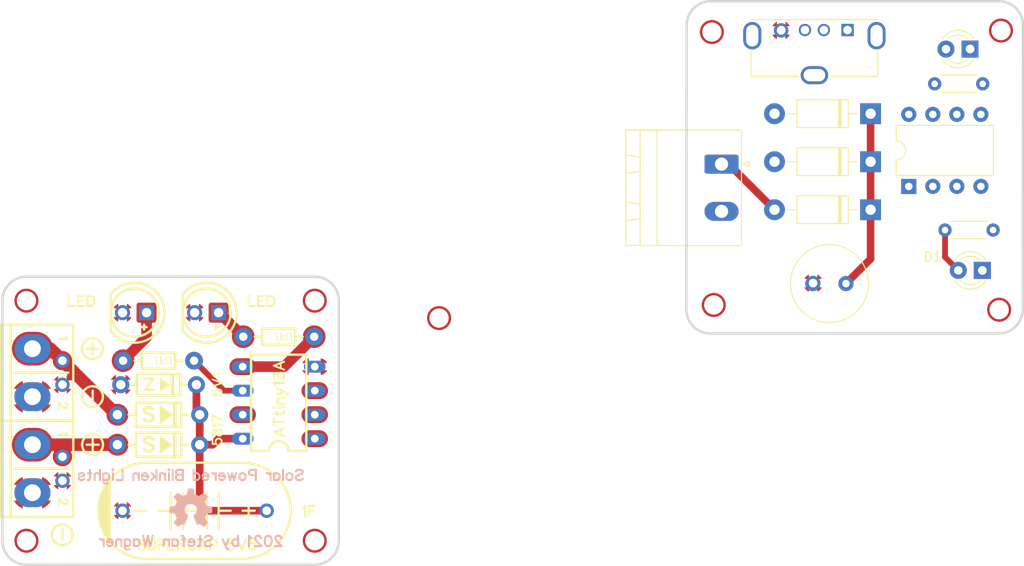
<source format=kicad_pcb>
(kicad_pcb (version 20221018) (generator pcbnew)
  (layers (0 "F.Cu" signal) (31 "B.Cu" signal) (34 "B.Paste" user) (35 "F.Paste" user) (36 "B.SilkS" user "B.Silkscreen") (37 "F.SilkS" user "F.Silkscreen") (38 "B.Mask" user) (39 "F.Mask" user) (44 "Edge.Cuts" user))
  (net 0 "")
  (net 1 "VCC")
  (net 2 "GND")
  (net 3 "Net-(D1-A)")
  (net 4 "Net-(D2-A)")
  (net 5 "Net-(D3-A)")
  (net 6 "Net-(D5-A)")
  (net 9 "unconnected-(J2-Shield-Pad5)")
  (net 10 "Net-(U2-PB0)")
  (net 11 "Net-(U2-~{RESET}{slash}PB5)")
  (footprint "Resistor_THT:R_Axial_DIN0204_L3.6mm_D1.6mm_P5.08mm_Horizontal" (layer "F.Cu") (at 152.548959 61.806989 180)
    (fp_text reference "R2" hide)
    (fp_text value "1k" hide)
  )
  (footprint "Diode_THT:D_DO-41_SOD81_P10.16mm_Horizontal" (layer "F.Cu") (at 139.599971 49.493717 180)
    (fp_text reference "D5" hide)
    (fp_text value "1N5817" hide)
  )
  (footprint "Capacitor_THT:C_Radial_D8.0mm_H11.5mm_P3.50mm" (layer "F.Cu") (at 136.995813 67.467847 180)
    (fp_text reference "C1" hide)
    (fp_text value "5F" hide)
  )
  (footprint "LED_THT:LED_D3.0mm_IRBlack" (layer "F.Cu") (at 151.412599 66.074636 180)
    (fp_text reference "D1")
    (fp_text value "LED")
  )
  (footprint "Diode_THT:D_DO-41_SOD81_P10.16mm_Horizontal" (layer "F.Cu") (at 139.599971 59.653717 180)
    (fp_text reference "D3" hide)
    (fp_text value "1N5817" hide)
  )
  (footprint "Diode_THT:D_DO-41_SOD81_P10.16mm_Horizontal" (layer "F.Cu") (at 139.599971 54.573717 180)
    (fp_text reference "D4" hide)
    (fp_text value "1N5817" hide)
  )
  (footprint "Connector_Phoenix_MSTB:PhoenixContact_MSTBA_2,5_2-G_1x02_P5.00mm_Horizontal" (layer "F.Cu") (at 123.840071 54.833238 -90)
    (fp_text reference "J1" hide)
    (fp_text value "Screw_Terminal_01x02" hide)
  )
  (footprint "Connector_USB:USB_A_Molex_105057_Vertical" (layer "F.Cu") (at 137.16 40.64 180)
    (fp_text reference "J2" hide)
    (fp_text value "USB_A" hide)
  )
  (footprint "Package_DIP:DIP-8_W7.62mm" (layer "F.Cu") (at 143.636815 57.187836 90)
    (fp_text reference "U2" hide)
    (fp_text value "ATtiny13A-P" hide)
  )
  (footprint "LED_THT:LED_D3.0mm_IRBlack" (layer "F.Cu") (at 150.107315 42.660502 180)
    (fp_text reference "D2" hide)
    (fp_text value "LED" hide)
  )
  (footprint "Resistor_THT:R_Axial_DIN0204_L3.6mm_D1.6mm_P5.08mm_Horizontal" (layer "F.Cu") (at 151.451706 46.332534 180)
    (fp_text reference "R1" hide)
    (fp_text value "1k" hide)
  )
  (gr_poly (pts (xy 60.8391 77.65491) (xy 61.36234 77.65491) (xy 61.341 77.61021) (xy 61.26328 77.48727) (xy 61.17031 77.375) (xy 61.06411 77.27544) (xy 60.94679 77.19009) (xy 60.8391 77.13114)) (fill solid) (layer "F.Cu"))
  (gr_poly (pts (xy 133.96359 66.502233) (xy 133.96359 66.975693) (xy 134.43705 66.975693) (xy 134.43044 66.959943) (xy 134.36085 66.842593) (xy 134.27601 66.735413) (xy 134.17797 66.640443) (xy 134.06824 66.559643)) (fill solid) (layer "F.Cu"))
  (gr_poly (pts (xy 59.90285 82.50022) (xy 60.04811 82.50022) (xy 60.19241 82.48193) (xy 60.33364 82.44586) (xy 60.46876 82.39201) (xy 60.59627 82.32191) (xy 60.7141 82.23656) (xy 60.8203 82.137) (xy 60.91276 82.02473) (xy 60.99099 81.90179) (xy 61.05296 81.77022) (xy 61.09767 81.63154) (xy 61.1251 81.48879) (xy 61.13424 81.3435) (xy 61.1251 81.19821) (xy 61.09767 81.05546) (xy 61.05296 80.91678) (xy 60.99099 80.78521) (xy 60.91276 80.66227) (xy 60.8203 80.55) (xy 60.7141 80.45044) (xy 60.59627 80.36509) (xy 60.46876 80.29499) (xy 60.33364 80.24114) (xy 60.19241 80.20507) (xy 60.04811 80.18678) (xy 59.90285 80.18678) (xy 59.75452 80.20609) (xy 59.71997 80.20863) (xy 59.68644 80.19948) (xy 59.65749 80.17967) (xy 55.2135 75.73518) (xy 55.19064 75.70064) (xy 55.18353 75.66) (xy 55.18556 75.59446) (xy 55.17236 75.45883) (xy 55.14035 75.32624) (xy 55.09158 75.19873) (xy 55.02605 75.07935) (xy 54.94528 74.96962) (xy 54.85028 74.87158) (xy 54.7431 74.78674) (xy 54.62575 74.71715) (xy 54.50027 74.66432) (xy 54.3687 74.62825) (xy 54.23357 74.60996) (xy 54.12994 74.60996) (xy 54.09131 74.60234) (xy 54.05831 74.57999) (xy 53.36896 73.89063) (xy 53.28666 73.82053) (xy 53.19725 73.76566) (xy 53.10124 73.72604) (xy 53.05092 73.70877) (xy 53.02707 73.68845) (xy 53.01031 73.66203) (xy 52.97221 73.57313) (xy 52.88481 73.41514) (xy 52.7812 73.26732) (xy 52.66385 73.13016) (xy 52.53279 73.0057) (xy 52.39004 72.89495) (xy 52.23662 72.79942) (xy 52.07457 72.7202) (xy 51.90541 72.65721) (xy 51.73066 72.612) (xy 51.55184 72.58454) (xy 51.36896 72.57542) (xy 50.61204 72.57542) (xy 50.42913 72.58454) (xy 50.25034 72.612) (xy 50.07559 72.65721) (xy 49.90643 72.7202) (xy 49.74438 72.79942) (xy 49.59096 72.89495) (xy 49.44821 73.0057) (xy 49.31715 73.13016) (xy 49.1998 73.26732) (xy 49.09617 73.41514) (xy 49.00879 73.57313) (xy 48.93767 73.73925) (xy 48.88332 73.91146) (xy 48.84725 74.08875) (xy 48.82896 74.26808) (xy 48.82896 74.44892) (xy 48.84725 74.62825) (xy 48.88332 74.80554) (xy 48.93767 74.97775) (xy 49.00879 75.14387) (xy 49.09617 75.30186) (xy 49.1998 75.44968) (xy 49.31715 75.58684) (xy 49.44821 75.7113) (xy 49.59096 75.82205) (xy 49.74438 75.91755) (xy 49.90643 75.9968) (xy 50.07559 76.05979) (xy 50.25034 76.105) (xy 50.42913 76.13244) (xy 50.61204 76.14158) (xy 51.36896 76.14158) (xy 51.55184 76.13244) (xy 51.73066 76.105) (xy 51.90541 76.05979) (xy 52.07457 75.9968) (xy 52.23662 75.91755) (xy 52.39004 75.82205) (xy 52.53279 75.7113) (xy 52.66385 75.58684) (xy 52.7812 75.44968) (xy 52.82032 75.3938) (xy 52.85283 75.36383) (xy 52.89499 75.35062) (xy 52.93868 75.35621) (xy 52.97576 75.38009) (xy 53.11546 75.51928) (xy 53.1368 75.55078) (xy 53.14493 75.58786) (xy 53.15001 75.73061) (xy 53.17236 75.86523) (xy 53.213 75.99528) (xy 53.2704 76.11923) (xy 53.34356 76.23404) (xy 53.43144 76.33815) (xy 53.53304 76.42962) (xy 53.64531 76.50683) (xy 53.76672 76.5683) (xy 53.89575 76.613) (xy 54.02936 76.64044) (xy 54.1655 76.64958) (xy 54.19446 76.64755) (xy 54.23662 76.65364) (xy 54.27269 76.67701) (xy 54.65115 77.05547) (xy 54.6735 77.08849) (xy 54.68112 77.12761) (xy 54.6735 77.16672) (xy 54.65115 77.19974) (xy 54.61 77.22311) (xy 54.61 77.724) (xy 55.10936 77.724) (xy 55.12918 77.68791) (xy 55.1622 77.66253) (xy 55.20233 77.65237) (xy 55.24348 77.65948) (xy 55.27802 77.68234) (xy 58.79135 81.19567) (xy 58.81472 81.23123) (xy 58.82081 81.2739) (xy 58.81675 81.3435) (xy 58.82589 81.48879) (xy 58.85282 81.63154) (xy 58.89803 81.77022) (xy 58.96 81.90179) (xy 59.03773 82.02473) (xy 59.13069 82.137) (xy 59.23686 82.23656) (xy 59.35472 82.32191) (xy 59.48223 82.39201) (xy 59.61736 82.44586) (xy 59.75807 82.48193)) (fill solid) (layer "F.Cu"))
  (gr_poly (pts (xy 129.221315 40.238368) (xy 129.694775 40.238368) (xy 129.694775 39.764908) (xy 129.679025 39.771518) (xy 129.561675 39.841108) (xy 129.454495 39.925948) (xy 129.359525 40.023988) (xy 129.278725 40.133718)) (fill solid) (layer "F.Cu"))
  (gr_poly (pts (xy 59.81189 79.20584) (xy 59.81189 78.68209) (xy 59.28916 78.68209) (xy 59.31002 78.72679) (xy 59.38825 78.84973) (xy 59.4807 78.962) (xy 59.58688 79.06156) (xy 59.70473 79.14688)) (fill solid) (layer "F.Cu"))
  (gr_poly (pts (xy 124.299875 60.779078) (xy 124.346105 60.757748) (xy 124.460915 60.684588) (xy 124.565055 60.596708) (xy 124.656495 60.495108) (xy 124.733705 60.382838) (xy 124.771805 60.307148) (xy 124.299875 60.307148)) (fill solid) (layer "F.Cu"))
  (gr_poly (pts (xy 52.0065 78.613) (xy 52.94986 78.613) (xy 52.88481 78.49514) (xy 52.7812 78.34732) (xy 52.66385 78.21016) (xy 52.53279 78.0857) (xy 52.39004 77.97495) (xy 52.23662 77.87945) (xy 52.07457 77.8002) (xy 52.0065 77.7748)) (fill solid) (layer "F.Cu"))
  (gr_poly (pts (xy 52.0065 81.1022) (xy 52.07457 81.0768) (xy 52.23662 80.99755) (xy 52.39004 80.90205) (xy 52.53279 80.7913) (xy 52.66385 80.66684) (xy 52.7812 80.52968) (xy 52.88481 80.38186) (xy 52.94986 80.264) (xy 52.0065 80.264)) (fill solid) (layer "F.Cu"))
  (gr_poly (pts (xy 151.860784 65.156437) (xy 151.860784 65.629897) (xy 152.334244 65.629897) (xy 152.327634 65.614147) (xy 152.258044 65.496797) (xy 152.173204 65.389617) (xy 152.075164 65.294647) (xy 151.965434 65.213847)) (fill solid) (layer "F.Cu"))
  (gr_poly (pts (xy 150.567897 41.720288) (xy 150.567897 42.193748) (xy 151.041357 42.193748) (xy 151.034747 42.177998) (xy 150.965157 42.060648) (xy 150.880317 41.953468) (xy 150.782277 41.858498) (xy 150.672547 41.777698)) (fill solid) (layer "F.Cu"))
  (gr_circle (center 68.6755 81.3435) (end 69.57593 81.3435) (fill solid) (layer "F.Cu"))
  (gr_poly (pts (xy 153.189694 71.512426) (xy 153.343614 71.502776) (xy 153.495004 71.475346) (xy 153.641814 71.429626) (xy 153.782024 71.366126) (xy 153.914104 71.286366) (xy 154.035004 71.191366) (xy 154.143714 71.082656) (xy 154.238714 70.961756) (xy 154.318474 70.829676) (xy 154.381974 70.689466) (xy 154.427694 70.542656) (xy 154.455124 70.391266) (xy 154.464774 70.237346) (xy 154.455124 70.083426) (xy 154.427694 69.932036) (xy 154.381974 69.785226) (xy 154.318474 69.645016) (xy 154.238714 69.512936) (xy 154.143714 69.392036) (xy 154.035004 69.283326) (xy 153.914104 69.188326) (xy 153.782024 69.108566) (xy 153.641814 69.045066) (xy 153.495004 68.999346) (xy 153.343614 68.971916) (xy 153.189694 68.962266) (xy 153.035774 68.971916) (xy 152.884384 68.999346) (xy 152.737574 69.045066) (xy 152.597364 69.108566) (xy 152.465284 69.188326) (xy 152.344384 69.283326) (xy 152.235674 69.392036) (xy 152.140674 69.512936) (xy 152.060914 69.645016) (xy 151.997414 69.785226) (xy 151.951694 69.932036) (xy 151.924264 70.083426) (xy 151.914614 70.237346) (xy 151.924264 70.391266) (xy 151.951694 70.542656) (xy 151.997414 70.689466) (xy 152.060914 70.829676) (xy 152.140674 70.961756) (xy 152.235674 71.082656) (xy 152.344384 71.191366) (xy 152.465284 71.286366) (xy 152.597364 71.366126) (xy 152.737574 71.429626) (xy 152.884384 71.475346) (xy 153.035774 71.502776)) (fill solid) (layer "F.Cu"))
  (gr_poly (pts (xy 53.24754 87.884) (xy 53.721 87.884) (xy 53.721 87.41054) (xy 53.70525 87.41715) (xy 53.5879 87.48674) (xy 53.48069 87.57158) (xy 53.38572 87.66962) (xy 53.30492 87.77933)) (fill solid) (layer "F.Cu"))
  (gr_poly (pts (xy 50.3555 95.95358) (xy 50.50942 95.94393) (xy 50.66081 95.9165) (xy 50.80762 95.87078) (xy 50.94783 95.80728) (xy 51.07991 95.72752) (xy 51.20081 95.63252) (xy 51.30952 95.52381) (xy 51.40452 95.40291) (xy 51.48428 95.27083) (xy 51.54778 95.13062) (xy 51.5935 94.98381) (xy 51.62093 94.83242) (xy 51.63058 94.6785) (xy 51.62093 94.52458) (xy 51.5935 94.37319) (xy 51.54778 94.22638) (xy 51.48428 94.08617) (xy 51.40452 93.95409) (xy 51.30952 93.83319) (xy 51.20081 93.72448) (xy 51.07991 93.62948) (xy 50.94783 93.54972) (xy 50.80762 93.48622) (xy 50.66081 93.4405) (xy 50.50942 93.41307) (xy 50.3555 93.40342) (xy 50.20158 93.41307) (xy 50.05019 93.4405) (xy 49.90338 93.48622) (xy 49.76317 93.54972) (xy 49.63109 93.62948) (xy 49.51019 93.72448) (xy 49.40148 93.83319) (xy 49.30648 93.95409) (xy 49.22672 94.08617) (xy 49.16322 94.22638) (xy 49.1175 94.37319) (xy 49.09007 94.52458) (xy 49.08042 94.6785) (xy 49.09007 94.83242) (xy 49.1175 94.98381) (xy 49.16322 95.13062) (xy 49.22672 95.27083) (xy 49.30648 95.40291) (xy 49.40148 95.52381) (xy 49.51019 95.63252) (xy 49.63109 95.72752) (xy 49.76317 95.80728) (xy 49.90338 95.87078) (xy 50.05019 95.9165) (xy 50.20158 95.94393)) (fill solid) (layer "F.Cu"))
  (gr_poly (pts (xy 122.81815 42.129525) (xy 122.97207 42.119875) (xy 123.12346 42.092445) (xy 123.27027 42.046725) (xy 123.41048 41.983225) (xy 123.54256 41.903465) (xy 123.66346 41.808465) (xy 123.77217 41.699755) (xy 123.86717 41.578855) (xy 123.94693 41.446775) (xy 124.01043 41.306565) (xy 124.05615 41.159755) (xy 124.08358 41.008365) (xy 124.09323 40.854445) (xy 124.08358 40.700525) (xy 124.05615 40.549135) (xy 124.01043 40.402325) (xy 123.94693 40.262115) (xy 123.86717 40.130035) (xy 123.77217 40.009135) (xy 123.66346 39.900425) (xy 123.54256 39.805425) (xy 123.41048 39.725665) (xy 123.27027 39.662165) (xy 123.12346 39.616445) (xy 122.97207 39.589015) (xy 122.81815 39.579365) (xy 122.66423 39.589015) (xy 122.51284 39.616445) (xy 122.36603 39.662165) (xy 122.22582 39.725665) (xy 122.09374 39.805425) (xy 121.97284 39.900425) (xy 121.86413 40.009135) (xy 121.76913 40.130035) (xy 121.68937 40.262115) (xy 121.62587 40.402325) (xy 121.58015 40.549135) (xy 121.55272 40.700525) (xy 121.54307 40.854445) (xy 121.55272 41.008365) (xy 121.58015 41.159755) (xy 121.62587 41.306565) (xy 121.68937 41.446775) (xy 121.76913 41.578855) (xy 121.86413 41.699755) (xy 121.97284 41.808465) (xy 122.09374 41.903465) (xy 122.22582 41.983225) (xy 122.36603 42.046725) (xy 122.51284 42.092445) (xy 122.66423 42.119875)) (fill solid) (layer "F.Cu"))
  (gr_poly (pts (xy 49.03112 78.613) (xy 49.9745 78.613) (xy 49.9745 77.7748) (xy 49.90643 77.8002) (xy 49.74438 77.87945) (xy 49.59096 77.97495) (xy 49.44821 78.0857) (xy 49.31715 78.21016) (xy 49.1998 78.34732) (xy 49.09617 78.49514)) (fill solid) (layer "F.Cu"))
  (gr_poly (pts (xy 134.43705 67.864693) (xy 133.96359 67.864693) (xy 133.96359 68.338153) (xy 134.06824 68.280743) (xy 134.17797 68.199973) (xy 134.27601 68.104973) (xy 134.36085 67.997793) (xy 134.43044 67.880443)) (fill solid) (layer "F.Cu"))
  (gr_poly (pts (xy 54.61 87.884) (xy 55.08346 87.884) (xy 55.02605 87.77933) (xy 54.94528 87.66962) (xy 54.85028 87.57158) (xy 54.7431 87.48674) (xy 54.62575 87.41715) (xy 54.61 87.41054)) (fill solid) (layer "F.Cu"))
  (gr_poly (pts (xy 54.1655 86.80958) (xy 54.30164 86.80044) (xy 54.43525 86.773) (xy 54.56428 86.7283) (xy 54.68569 86.66683) (xy 54.79796 86.58962) (xy 54.89956 86.49818) (xy 54.98744 86.39404) (xy 55.0606 86.27923) (xy 55.118 86.15528) (xy 55.15864 86.02523) (xy 55.18099 85.89061) (xy 55.18556 85.75446) (xy 55.17236 85.6188) (xy 55.14035 85.48624) (xy 55.09158 85.35873) (xy 55.07838 85.33435) (xy 55.06618 85.29422) (xy 55.07126 85.25307) (xy 55.0926 85.217) (xy 55.12613 85.19262) (xy 55.16728 85.18398) (xy 58.97728 85.18398) (xy 59.02046 85.19363) (xy 59.05551 85.22106) (xy 59.13069 85.312) (xy 59.23686 85.41156) (xy 59.35472 85.49691) (xy 59.48223 85.56701) (xy 59.61736 85.62086) (xy 59.75807 85.65693) (xy 59.90285 85.67522) (xy 60.04811 85.67522) (xy 60.19241 85.65693) (xy 60.33364 85.62086) (xy 60.46876 85.56701) (xy 60.59627 85.49691) (xy 60.7141 85.41156) (xy 60.8203 85.312) (xy 60.91276 85.19973) (xy 60.99099 85.07677) (xy 61.05296 84.94522) (xy 61.09767 84.80654) (xy 61.1251 84.66379) (xy 61.13424 84.5185) (xy 61.1251 84.37321) (xy 61.09767 84.23046) (xy 61.05296 84.09175) (xy 60.99099 83.96021) (xy 60.91276 83.83727) (xy 60.8203 83.725) (xy 60.7141 83.62544) (xy 60.59627 83.54009) (xy 60.46876 83.46999) (xy 60.33364 83.41614) (xy 60.19241 83.38007) (xy 60.04811 83.36178) (xy 59.90285 83.36178) (xy 59.75807 83.38007) (xy 59.61736 83.41614) (xy 59.48223 83.46999) (xy 59.35472 83.54009) (xy 59.23686 83.62544) (xy 59.13069 83.725) (xy 59.05551 83.81594) (xy 59.02046 83.84337) (xy 58.97728 83.85302) (xy 53.09057 83.85302) (xy 53.05196 83.8454) (xy 53.01945 83.82406) (xy 52.9971 83.79155) (xy 52.97221 83.73313) (xy 52.88481 83.57514) (xy 52.7812 83.42729) (xy 52.66385 83.29016) (xy 52.53279 83.1657) (xy 52.39004 83.05495) (xy 52.23662 82.95945) (xy 52.07457 82.8802) (xy 51.90541 82.81721) (xy 51.73066 82.772) (xy 51.55184 82.74456) (xy 51.36896 82.73542) (xy 50.61204 82.73542) (xy 50.42913 82.74456) (xy 50.25034 82.772) (xy 50.07559 82.81721) (xy 49.90643 82.8802) (xy 49.74438 82.95945) (xy 49.59096 83.05495) (xy 49.44821 83.1657) (xy 49.31715 83.29016) (xy 49.1998 83.42729) (xy 49.09617 83.57514) (xy 49.00879 83.73313) (xy 48.93767 83.89925) (xy 48.88332 84.07146) (xy 48.84725 84.24875) (xy 48.82896 84.42808) (xy 48.82896 84.60892) (xy 48.84725 84.78825) (xy 48.88332 84.96554) (xy 48.93767 85.13775) (xy 49.00879 85.30387) (xy 49.09617 85.46186) (xy 49.1998 85.60968) (xy 49.31715 85.74684) (xy 49.44821 85.87128) (xy 49.59096 85.98205) (xy 49.74438 86.07755) (xy 49.90643 86.1568) (xy 50.07559 86.21977) (xy 50.25034 86.265) (xy 50.42913 86.29244) (xy 50.61204 86.30158) (xy 51.36896 86.30158) (xy 51.55184 86.29244) (xy 51.73066 86.265) (xy 51.90541 86.21977) (xy 52.07457 86.1568) (xy 52.23662 86.07755) (xy 52.39004 85.98205) (xy 52.53279 85.87128) (xy 52.66385 85.74684) (xy 52.7812 85.60968) (xy 52.88481 85.46186) (xy 52.97221 85.30387) (xy 52.9971 85.24545) (xy 53.01945 85.21294) (xy 53.05196 85.1916) (xy 53.09057 85.18398) (xy 53.16372 85.18398) (xy 53.20487 85.19262) (xy 53.2384 85.217) (xy 53.25974 85.25307) (xy 53.26482 85.29422) (xy 53.25262 85.33435) (xy 53.23942 85.35873) (xy 53.19065 85.48624) (xy 53.15864 85.6188) (xy 53.14544 85.75446) (xy 53.15001 85.89061) (xy 53.17236 86.02523) (xy 53.213 86.15528) (xy 53.2704 86.27923) (xy 53.34356 86.39404) (xy 53.43144 86.49818) (xy 53.53304 86.58962) (xy 53.64531 86.66683) (xy 53.76672 86.7283) (xy 53.89575 86.773) (xy 54.02936 86.80044)) (fill solid) (layer "F.Cu"))
  (gr_poly (pts (xy 54.61 79.08491) (xy 54.68569 79.04683) (xy 54.79796 78.96962) (xy 54.89956 78.87815) (xy 54.98744 78.77404) (xy 55.0606 78.65923) (xy 55.08193 78.613) (xy 54.61 78.613)) (fill solid) (layer "F.Cu"))
  (gr_poly (pts (xy 129.094477 55.477945) (xy 129.094477 55.004485) (xy 128.621017 55.004485) (xy 128.627627 55.020235) (xy 128.697217 55.137585) (xy 128.782057 55.244765) (xy 128.880097 55.339735) (xy 128.989827 55.420535)) (fill solid) (layer "F.Cu"))
  (gr_poly (pts (xy 72.71106 77.15758) (xy 73.71994 77.15758) (xy 73.8505 77.14844) (xy 73.97547 77.121) (xy 74.09485 77.0763) (xy 74.20661 77.01534) (xy 74.30872 76.93911) (xy 74.3905 76.85735) (xy 74.42352 76.835) (xy 74.46264 76.82738) (xy 77.59852 76.82738) (xy 77.64983 76.82535) (xy 77.6986 76.81874) (xy 77.74635 76.80808) (xy 77.7936 76.79334) (xy 77.83881 76.77455) (xy 77.8825 76.75166) (xy 77.92415 76.72527) (xy 77.96276 76.6953) (xy 78.00086 76.66076) (xy 80.38592 74.2757) (xy 80.41335 74.25639) (xy 80.44536 74.24674) (xy 80.47939 74.24826) (xy 80.59166 74.27316) (xy 80.73847 74.28687) (xy 80.8863 74.2823) (xy 81.0321 74.25944) (xy 81.17383 74.2188) (xy 81.30997 74.1614) (xy 81.43748 74.08774) (xy 81.55534 73.99884) (xy 81.66151 73.89622) (xy 81.75396 73.7809) (xy 81.83169 73.65543) (xy 81.89313 73.52132) (xy 81.93786 73.38111) (xy 81.96529 73.23579) (xy 81.97444 73.0885) (xy 81.96529 72.94118) (xy 81.93786 72.79589) (xy 81.89313 72.65568) (xy 81.83169 72.52157) (xy 81.75396 72.3961) (xy 81.66151 72.28078) (xy 81.55534 72.17816) (xy 81.43748 72.08926) (xy 81.30997 72.0156) (xy 81.17383 71.9582) (xy 81.0321 71.91756) (xy 80.8863 71.8947) (xy 80.73847 71.89064) (xy 80.59166 71.90382) (xy 80.44739 71.93534) (xy 80.3082 71.98462) (xy 80.17612 72.05066) (xy 80.05318 72.13194) (xy 79.94091 72.22792) (xy 79.84185 72.33717) (xy 79.75651 72.45754) (xy 79.6864 72.58761) (xy 79.63306 72.72528) (xy 79.597 72.86803) (xy 79.57922 73.01484) (xy 79.57922 73.16216) (xy 79.597 73.30897) (xy 79.61528 73.38111) (xy 79.61782 73.41565) (xy 79.60868 73.44918) (xy 79.58887 73.47763) (xy 77.39685 75.66965) (xy 77.36383 75.692) (xy 77.32471 75.69962) (xy 74.46264 75.69962) (xy 74.42352 75.692) (xy 74.3905 75.66965) (xy 74.30872 75.58786) (xy 74.20661 75.51166) (xy 74.09485 75.4507) (xy 73.97547 75.406) (xy 73.8505 75.37856) (xy 73.71994 75.36939) (xy 72.71106 75.36939) (xy 72.5805 75.37856) (xy 72.45553 75.406) (xy 72.33615 75.4507) (xy 72.22439 75.51166) (xy 72.12228 75.58786) (xy 72.03186 75.67828) (xy 71.95566 75.78039) (xy 71.8947 75.89213) (xy 71.85 76.01153) (xy 71.82256 76.1365) (xy 71.81393 76.2635) (xy 71.82256 76.3905) (xy 71.85 76.51547) (xy 71.8947 76.63485) (xy 71.95566 76.74661) (xy 72.03186 76.84872) (xy 72.12228 76.93911) (xy 72.22439 77.01534) (xy 72.33615 77.0763) (xy 72.45553 77.121) (xy 72.5805 77.14844)) (fill solid) (layer "F.Cu"))
  (gr_poly (pts (xy 150.971784 65.157967) (xy 150.925554 65.179297) (xy 150.810744 65.252457) (xy 150.706604 65.340337) (xy 150.615164 65.441937) (xy 150.537954 65.554207) (xy 150.499854 65.629897) (xy 150.971784 65.629897)) (fill solid) (layer "F.Cu"))
  (gr_poly (pts (xy 79.51978 75.8825) (xy 80.2005 75.8825) (xy 80.2005 75.37856) (xy 80.07553 75.406) (xy 79.95615 75.4507) (xy 79.84439 75.51166) (xy 79.74228 75.58786) (xy 79.65186 75.67828) (xy 79.57566 75.78039)) (fill solid) (layer "F.Cu"))
  (gr_poly (pts (xy 52.0065 91.2622) (xy 52.07457 91.2368) (xy 52.23662 91.15755) (xy 52.39004 91.06205) (xy 52.53279 90.95128) (xy 52.66385 90.82684) (xy 52.7812 90.68968) (xy 52.88481 90.54186) (xy 52.94986 90.424) (xy 52.0065 90.424)) (fill solid) (layer "F.Cu"))
  (gr_poly (pts (xy 59.28916 77.65491) (xy 59.81189 77.65491) (xy 59.81189 77.13114) (xy 59.70473 77.19009) (xy 59.58688 77.27544) (xy 59.4807 77.375) (xy 59.38825 77.48727) (xy 59.31002 77.61021)) (fill solid) (layer "F.Cu"))
  (gr_circle (center 60.57542 75.6285) (end 61.51522 75.6285) (fill solid) (layer "F.Cu"))
  (gr_circle (center 60.32548 78.1685) (end 61.22591 78.1685) (fill solid) (layer "F.Cu"))
  (gr_poly (pts (xy 123.410875 60.780608) (xy 123.410875 60.307148) (xy 122.937415 60.307148) (xy 122.944025 60.322898) (xy 123.013615 60.440248) (xy 123.098455 60.547428) (xy 123.196495 60.642398) (xy 123.306225 60.723198)) (fill solid) (layer "F.Cu"))
  (gr_poly (pts (xy 60.8391 79.20584) (xy 60.94679 79.14688) (xy 61.06411 79.06156) (xy 61.17031 78.962) (xy 61.26328 78.84973) (xy 61.341 78.72679) (xy 61.36234 78.68209) (xy 60.8391 78.68209)) (fill solid) (layer "F.Cu"))
  (gr_poly (pts (xy 68.5988 71.49795) (xy 68.66484 71.46544) (xy 68.78015 71.38873) (xy 68.88427 71.29729) (xy 68.97573 71.19315) (xy 69.05244 71.07784) (xy 69.08495 71.0118) (xy 68.5988 71.0118)) (fill solid) (layer "F.Cu"))
  (gr_poly (pts (xy 52.0065 88.773) (xy 52.94986 88.773) (xy 52.88481 88.65514) (xy 52.7812 88.50729) (xy 52.66385 88.37016) (xy 52.53279 88.2457) (xy 52.39004 88.13495) (xy 52.23662 88.03945) (xy 52.07457 87.9602) (xy 52.0065 87.9348)) (fill solid) (layer "F.Cu"))
  (gr_poly (pts (xy 67.18605 70.0852) (xy 67.6722 70.0852) (xy 67.6722 69.59905) (xy 67.60616 69.63156) (xy 67.49085 69.70827) (xy 67.38671 69.79971) (xy 67.29524 69.90385) (xy 67.21856 70.01916)) (fill solid) (layer "F.Cu"))
  (gr_poly (pts (xy 152.334244 66.518897) (xy 151.860784 66.518897) (xy 151.860784 66.992357) (xy 151.965434 66.934947) (xy 152.075164 66.854177) (xy 152.173204 66.759177) (xy 152.258044 66.651997) (xy 152.327634 66.534647)) (fill solid) (layer "F.Cu"))
  (gr_poly (pts (xy 80.33106 79.69758) (xy 81.33994 79.69758) (xy 81.4705 79.68844) (xy 81.59547 79.661) (xy 81.71485 79.6163) (xy 81.82658 79.55534) (xy 81.92872 79.47911) (xy 82.01914 79.38872) (xy 82.09534 79.28661) (xy 82.1563 79.17485) (xy 82.201 79.05547) (xy 82.22844 78.9305) (xy 82.23707 78.8035) (xy 82.22844 78.6765) (xy 82.201 78.55153) (xy 82.1563 78.43213) (xy 82.09534 78.32039) (xy 82.01914 78.21828) (xy 81.92872 78.12786) (xy 81.82658 78.05166) (xy 81.71485 77.9907) (xy 81.59547 77.946) (xy 81.4705 77.91856) (xy 81.33994 77.90939) (xy 80.33106 77.90939) (xy 80.2005 77.91856) (xy 80.07553 77.946) (xy 79.95615 77.9907) (xy 79.84439 78.05166) (xy 79.74228 78.12786) (xy 79.65186 78.21828) (xy 79.57566 78.32039) (xy 79.5147 78.43213) (xy 79.47 78.55153) (xy 79.44256 78.6765) (xy 79.43393 78.8035) (xy 79.44256 78.9305) (xy 79.47 79.05547) (xy 79.5147 79.17485) (xy 79.57566 79.28661) (xy 79.65186 79.38872) (xy 79.74228 79.47911) (xy 79.84439 79.55534) (xy 79.95615 79.6163) (xy 80.07553 79.661) (xy 80.2005 79.68844)) (fill solid) (layer "F.Cu"))
  (gr_poly (pts (xy 133.07459 66.503763) (xy 133.02836 66.525093) (xy 132.91355 66.598253) (xy 132.80941 66.686133) (xy 132.71797 66.787733) (xy 132.64076 66.900003) (xy 132.60266 66.975693) (xy 133.07459 66.975693)) (fill solid) (layer "F.Cu"))
  (gr_poly (pts (xy 60.0522 71.49795) (xy 60.0522 71.0118) (xy 59.56605 71.0118) (xy 59.59856 71.07784) (xy 59.67527 71.19315) (xy 59.76671 71.29729) (xy 59.87085 71.38873) (xy 59.98614 71.46544)) (fill solid) (layer "F.Cu"))
  (gr_poly (pts (xy 53.24754 77.724) (xy 53.721 77.724) (xy 53.721 77.25054) (xy 53.70525 77.25715) (xy 53.5879 77.32674) (xy 53.48069 77.41158) (xy 53.38572 77.50962) (xy 53.30492 77.61935)) (fill solid) (layer "F.Cu"))
  (gr_poly (pts (xy 53.721 79.08491) (xy 53.721 78.613) (xy 53.24907 78.613) (xy 53.2704 78.65923) (xy 53.34356 78.77404) (xy 53.43144 78.87815) (xy 53.53304 78.96962) (xy 53.64531 79.04683)) (fill solid) (layer "F.Cu"))
  (gr_poly (pts (xy 93.98 72.39508) (xy 94.13392 72.38543) (xy 94.28531 72.358) (xy 94.43212 72.31228) (xy 94.57233 72.24878) (xy 94.70441 72.16902) (xy 94.82531 72.07402) (xy 94.93402 71.96531) (xy 95.02902 71.84441) (xy 95.10878 71.71233) (xy 95.17228 71.57212) (xy 95.218 71.42531) (xy 95.24543 71.27392) (xy 95.25508 71.12) (xy 95.24543 70.96608) (xy 95.218 70.81469) (xy 95.17228 70.66788) (xy 95.10878 70.52767) (xy 95.02902 70.39559) (xy 94.93402 70.27469) (xy 94.82531 70.16598) (xy 94.70441 70.07098) (xy 94.57233 69.99122) (xy 94.43212 69.92772) (xy 94.28531 69.882) (xy 94.13392 69.85457) (xy 93.98 69.84492) (xy 93.82608 69.85457) (xy 93.67469 69.882) (xy 93.52788 69.92772) (xy 93.38767 69.99122) (xy 93.25559 70.07098) (xy 93.13469 70.16598) (xy 93.02598 70.27469) (xy 92.93098 70.39559) (xy 92.85122 70.52767) (xy 92.78772 70.66788) (xy 92.742 70.81469) (xy 92.71457 70.96608) (xy 92.70492 71.12) (xy 92.71457 71.27392) (xy 92.742 71.42531) (xy 92.78772 71.57212) (xy 92.85122 71.71233) (xy 92.93098 71.84441) (xy 93.02598 71.96531) (xy 93.13469 72.07402) (xy 93.25559 72.16902) (xy 93.38767 72.24878) (xy 93.52788 72.31228) (xy 93.67469 72.358) (xy 93.82608 72.38543)) (fill solid) (layer "F.Cu"))
  (gr_poly (pts (xy 60.96 92.41993) (xy 61.00623 92.3986) (xy 61.12104 92.32544) (xy 61.22518 92.23756) (xy 61.31662 92.13596) (xy 61.39383 92.02369) (xy 61.43193 91.948) (xy 60.96 91.948)) (fill solid) (layer "F.Cu"))
  (gr_poly (pts (xy 72.71106 82.23758) (xy 73.71994 82.23758) (xy 73.8505 82.22844) (xy 73.97547 82.201) (xy 74.09485 82.1563) (xy 74.20661 82.09534) (xy 74.30872 82.01914) (xy 74.39914 81.92872) (xy 74.47534 81.82661) (xy 74.5363 81.71485) (xy 74.581 81.59547) (xy 74.60844 81.4705) (xy 74.61707 81.3435) (xy 74.60844 81.2165) (xy 74.581 81.09153) (xy 74.5363 80.97215) (xy 74.47534 80.86039) (xy 74.39914 80.75828) (xy 74.30872 80.66786) (xy 74.20661 80.59166) (xy 74.09485 80.5307) (xy 73.97547 80.486) (xy 73.8505 80.45856) (xy 73.71994 80.44942) (xy 72.71106 80.44942) (xy 72.5805 80.45856) (xy 72.45553 80.486) (xy 72.33615 80.5307) (xy 72.22439 80.59166) (xy 72.12228 80.66786) (xy 72.03186 80.75828) (xy 71.95566 80.86039) (xy 71.8947 80.97215) (xy 71.85 81.09153) (xy 71.82256 81.2165) (xy 71.81393 81.3435) (xy 71.82256 81.4705) (xy 71.85 81.59547) (xy 71.8947 81.71485) (xy 71.95566 81.82661) (xy 72.03186 81.92872) (xy 72.12228 82.01914) (xy 72.22439 82.09534) (xy 72.33615 82.1563) (xy 72.45553 82.201) (xy 72.5805 82.22844)) (fill solid) (layer "F.Cu"))
  (gr_poly (pts (xy 67.6722 71.49795) (xy 67.6722 71.0118) (xy 67.18605 71.0118) (xy 67.21856 71.07784) (xy 67.29524 71.19315) (xy 67.38671 71.29729) (xy 67.49085 71.38873) (xy 67.60616 71.46544)) (fill solid) (layer "F.Cu"))
  (gr_poly (pts (xy 80.8355 95.95358) (xy 80.98942 95.94393) (xy 81.14081 95.9165) (xy 81.28762 95.87078) (xy 81.42783 95.80728) (xy 81.55991 95.72752) (xy 81.68081 95.63252) (xy 81.78952 95.52381) (xy 81.88452 95.40291) (xy 81.96428 95.27083) (xy 82.02778 95.13062) (xy 82.0735 94.98381) (xy 82.10093 94.83242) (xy 82.11058 94.6785) (xy 82.10093 94.52458) (xy 82.0735 94.37319) (xy 82.02778 94.22638) (xy 81.96428 94.08617) (xy 81.88452 93.95409) (xy 81.78952 93.83319) (xy 81.68081 93.72448) (xy 81.55991 93.62948) (xy 81.42783 93.54972) (xy 81.28762 93.48622) (xy 81.14081 93.4405) (xy 80.98942 93.41307) (xy 80.8355 93.40342) (xy 80.68158 93.41307) (xy 80.53019 93.4405) (xy 80.38338 93.48622) (xy 80.24317 93.54972) (xy 80.11109 93.62948) (xy 79.99019 93.72448) (xy 79.88148 93.83319) (xy 79.78648 93.95409) (xy 79.70672 94.08617) (xy 79.64322 94.22638) (xy 79.5975 94.37319) (xy 79.57007 94.52458) (xy 79.56042 94.6785) (xy 79.57007 94.83242) (xy 79.5975 94.98381) (xy 79.64322 95.13062) (xy 79.70672 95.27083) (xy 79.78648 95.40291) (xy 79.88148 95.52381) (xy 79.99019 95.63252) (xy 80.11109 95.72752) (xy 80.24317 95.80728) (xy 80.38338 95.87078) (xy 80.53019 95.9165) (xy 80.68158 95.94393)) (fill solid) (layer "F.Cu"))
  (gr_poly (pts (xy 133.07459 67.864693) (xy 132.60266 67.864693) (xy 132.64076 67.940383) (xy 132.71797 68.052653) (xy 132.80941 68.154253) (xy 132.91355 68.242133) (xy 133.02836 68.315293) (xy 133.07459 68.336623)) (fill solid) (layer "F.Cu"))
  (gr_circle (center 80.77556 73.0885) (end 81.71536 73.0885) (fill solid) (layer "F.Cu"))
  (gr_poly (pts (xy 80.8355 70.55358) (xy 80.98942 70.54393) (xy 81.14081 70.5165) (xy 81.28762 70.47078) (xy 81.42783 70.40728) (xy 81.55991 70.32752) (xy 81.68081 70.23252) (xy 81.78952 70.12381) (xy 81.88452 70.00291) (xy 81.96428 69.87083) (xy 82.02778 69.73062) (xy 82.0735 69.58381) (xy 82.10093 69.43242) (xy 82.11058 69.2785) (xy 82.10093 69.12458) (xy 82.0735 68.97319) (xy 82.02778 68.82638) (xy 81.96428 68.68617) (xy 81.88452 68.55409) (xy 81.78952 68.43319) (xy 81.68081 68.32448) (xy 81.55991 68.22948) (xy 81.42783 68.14972) (xy 81.28762 68.08622) (xy 81.14081 68.0405) (xy 80.98942 68.01307) (xy 80.8355 68.00342) (xy 80.68158 68.01307) (xy 80.53019 68.0405) (xy 80.38338 68.08622) (xy 80.24317 68.14972) (xy 80.11109 68.22948) (xy 79.99019 68.32448) (xy 79.88148 68.43319) (xy 79.78648 68.55409) (xy 79.70672 68.68617) (xy 79.64322 68.82638) (xy 79.5975 68.97319) (xy 79.57007 69.12458) (xy 79.56042 69.2785) (xy 79.57007 69.43242) (xy 79.5975 69.58381) (xy 79.64322 69.73062) (xy 79.70672 69.87083) (xy 79.78648 70.00291) (xy 79.88148 70.12381) (xy 79.99019 70.23252) (xy 80.11109 70.32752) (xy 80.24317 70.40728) (xy 80.38338 70.47078) (xy 80.53019 70.5165) (xy 80.68158 70.54393)) (fill solid) (layer "F.Cu"))
  (gr_circle (center 68.32547 78.1685) (end 69.2259 78.1685) (fill solid) (layer "F.Cu"))
  (gr_circle (center 68.6755 84.5185) (end 69.57593 84.5185) (fill solid) (layer "F.Cu"))
  (gr_poly (pts (xy 60.9788 70.0852) (xy 61.46495 70.0852) (xy 61.43244 70.01916) (xy 61.35573 69.90385) (xy 61.26429 69.79971) (xy 61.16015 69.70827) (xy 61.04484 69.63156) (xy 60.9788 69.59905)) (fill solid) (layer "F.Cu"))
  (gr_poly (pts (xy 68.5988 70.0852) (xy 69.08495 70.0852) (xy 69.05244 70.01916) (xy 68.97573 69.90385) (xy 68.88427 69.79971) (xy 68.78015 69.70827) (xy 68.66484 69.63156) (xy 68.5988 69.59905)) (fill solid) (layer "F.Cu"))
  (gr_poly (pts (xy 122.937415 59.418148) (xy 123.410875 59.418148) (xy 123.410875 58.944688) (xy 123.306225 59.002098) (xy 123.196495 59.082868) (xy 123.098455 59.177868) (xy 123.013615 59.285048) (xy 122.944025 59.402398)) (fill solid) (layer "F.Cu"))
  (gr_poly (pts (xy 50.3555 70.55358) (xy 50.50942 70.54393) (xy 50.66081 70.5165) (xy 50.80762 70.47078) (xy 50.94783 70.40728) (xy 51.07991 70.32752) (xy 51.20081 70.23252) (xy 51.30952 70.12381) (xy 51.40452 70.00291) (xy 51.48428 69.87083) (xy 51.54778 69.73062) (xy 51.5935 69.58381) (xy 51.62093 69.43242) (xy 51.63058 69.2785) (xy 51.62093 69.12458) (xy 51.5935 68.97319) (xy 51.54778 68.82638) (xy 51.48428 68.68617) (xy 51.40452 68.55409) (xy 51.30952 68.43319) (xy 51.20081 68.32448) (xy 51.07991 68.22948) (xy 50.94783 68.14972) (xy 50.80762 68.08622) (xy 50.66081 68.0405) (xy 50.50942 68.01307) (xy 50.3555 68.00342) (xy 50.20158 68.01307) (xy 50.05019 68.0405) (xy 49.90338 68.08622) (xy 49.76317 68.14972) (xy 49.63109 68.22948) (xy 49.51019 68.32448) (xy 49.40148 68.43319) (xy 49.30648 68.55409) (xy 49.22672 68.68617) (xy 49.16322 68.82638) (xy 49.1175 68.97319) (xy 49.09007 69.12458) (xy 49.08042 69.2785) (xy 49.09007 69.43242) (xy 49.1175 69.58381) (xy 49.16322 69.73062) (xy 49.22672 69.87083) (xy 49.30648 70.00291) (xy 49.40148 70.12381) (xy 49.51019 70.23252) (xy 49.63109 70.32752) (xy 49.76317 70.40728) (xy 49.90338 70.47078) (xy 50.05019 70.5165) (xy 50.20158 70.54393)) (fill solid) (layer "F.Cu"))
  (gr_poly (pts (xy 129.983477 55.476415) (xy 130.029707 55.455085) (xy 130.144517 55.381925) (xy 130.248657 55.294045) (xy 130.340097 55.192445) (xy 130.417307 55.080175) (xy 130.455407 55.004485) (xy 129.983477 55.004485)) (fill solid) (layer "F.Cu"))
  (gr_poly (pts (xy 123.018428 71.010526) (xy 123.172348 71.000876) (xy 123.323738 70.973446) (xy 123.470548 70.927726) (xy 123.610758 70.864226) (xy 123.742838 70.784466) (xy 123.863738 70.689466) (xy 123.972448 70.580756) (xy 124.067448 70.459856) (xy 124.147208 70.327776) (xy 124.210708 70.187566) (xy 124.256428 70.040756) (xy 124.283858 69.889366) (xy 124.293508 69.735446) (xy 124.283858 69.581526) (xy 124.256428 69.430136) (xy 124.210708 69.283326) (xy 124.147208 69.143116) (xy 124.067448 69.011036) (xy 123.972448 68.890136) (xy 123.863738 68.781426) (xy 123.742838 68.686426) (xy 123.610758 68.606666) (xy 123.470548 68.543166) (xy 123.323738 68.497446) (xy 123.172348 68.470016) (xy 123.018428 68.460366) (xy 122.864508 68.470016) (xy 122.713118 68.497446) (xy 122.566308 68.543166) (xy 122.426098 68.606666) (xy 122.294018 68.686426) (xy 122.173118 68.781426) (xy 122.064408 68.890136) (xy 121.969408 69.011036) (xy 121.889648 69.143116) (xy 121.826148 69.283326) (xy 121.780428 69.430136) (xy 121.752998 69.581526) (xy 121.743348 69.735446) (xy 121.752998 69.889366) (xy 121.780428 70.040756) (xy 121.826148 70.187566) (xy 121.889648 70.327776) (xy 121.969408 70.459856) (xy 122.064408 70.580756) (xy 122.173118 70.689466) (xy 122.294018 70.784466) (xy 122.426098 70.864226) (xy 122.566308 70.927726) (xy 122.713118 70.973446) (xy 122.864508 71.000876)) (fill solid) (layer "F.Cu"))
  (gr_poly (pts (xy 149.678897 41.721818) (xy 149.632667 41.743148) (xy 149.517857 41.816308) (xy 149.413717 41.904188) (xy 149.322277 42.005788) (xy 149.245067 42.118058) (xy 149.206967 42.193748) (xy 149.678897 42.193748)) (fill solid) (layer "F.Cu"))
  (gr_poly (pts (xy 63.8556 69.7484) (xy 62.2554 69.7484) (xy 62.2554 71.3486) (xy 63.8556 71.3486)) (fill solid) (layer "F.Cu"))
  (gr_poly (pts (xy 153.383116 41.972924) (xy 153.537036 41.963274) (xy 153.688426 41.935844) (xy 153.835236 41.890124) (xy 153.975446 41.826624) (xy 154.107526 41.746864) (xy 154.228426 41.651864) (xy 154.337136 41.543154) (xy 154.432136 41.422254) (xy 154.511896 41.290174) (xy 154.575396 41.149964) (xy 154.621116 41.003154) (xy 154.648546 40.851764) (xy 154.658196 40.697844) (xy 154.648546 40.543924) (xy 154.621116 40.392534) (xy 154.575396 40.245724) (xy 154.511896 40.105514) (xy 154.432136 39.973434) (xy 154.337136 39.852534) (xy 154.228426 39.743824) (xy 154.107526 39.648824) (xy 153.975446 39.569064) (xy 153.835236 39.505564) (xy 153.688426 39.459844) (xy 153.537036 39.432414) (xy 153.383116 39.422764) (xy 153.229196 39.432414) (xy 153.077806 39.459844) (xy 152.930996 39.505564) (xy 152.790786 39.569064) (xy 152.658706 39.648824) (xy 152.537806 39.743824) (xy 152.429096 39.852534) (xy 152.334096 39.973434) (xy 152.254336 40.105514) (xy 152.190836 40.245724) (xy 152.145116 40.392534) (xy 152.117686 40.543924) (xy 152.108036 40.697844) (xy 152.117686 40.851764) (xy 152.145116 41.003154) (xy 152.190836 41.149964) (xy 152.254336 41.290174) (xy 152.334096 41.422254) (xy 152.429096 41.543154) (xy 152.537806 41.651864) (xy 152.658706 41.746864) (xy 152.790786 41.826624) (xy 152.930996 41.890124) (xy 153.077806 41.935844) (xy 153.229196 41.963274)) (fill solid) (layer "F.Cu"))
  (gr_poly (pts (xy 71.4756 69.7484) (xy 69.8754 69.7484) (xy 69.8754 71.3486) (xy 71.4756 71.3486)) (fill solid) (layer "F.Cu"))
  (gr_poly (pts (xy 49.9745 81.1022) (xy 49.9745 80.264) (xy 49.03112 80.264) (xy 49.09617 80.38186) (xy 49.1998 80.52968) (xy 49.31715 80.66684) (xy 49.44821 80.7913) (xy 49.59096 80.90205) (xy 49.74438 80.99755) (xy 49.90643 81.0768)) (fill solid) (layer "F.Cu"))
  (gr_poly (pts (xy 49.9745 91.2622) (xy 49.9745 90.424) (xy 49.03112 90.424) (xy 49.09617 90.54186) (xy 49.1998 90.68968) (xy 49.31715 90.82684) (xy 49.44821 90.95128) (xy 49.59096 91.06205) (xy 49.74438 91.15755) (xy 49.90643 91.2368)) (fill solid) (layer "F.Cu"))
  (gr_poly (pts (xy 81.4705 77.14844) (xy 81.59547 77.121) (xy 81.71485 77.0763) (xy 81.82658 77.01534) (xy 81.92872 76.93911) (xy 82.01914 76.84872) (xy 82.09534 76.74661) (xy 82.15122 76.6445) (xy 81.4705 76.6445)) (fill solid) (layer "F.Cu"))
  (gr_poly (pts (xy 59.59754 91.059) (xy 60.071 91.059) (xy 60.071 90.58554) (xy 59.96635 90.64295) (xy 59.85662 90.72372) (xy 59.75858 90.81872) (xy 59.67374 90.9259) (xy 59.60415 91.04325)) (fill solid) (layer "F.Cu"))
  (gr_circle (center 68.07556 75.6285) (end 69.01536 75.6285) (fill solid) (layer "F.Cu"))
  (gr_poly (pts (xy 60.53836 76.82687) (xy 60.68616 76.8223) (xy 60.83198 76.79944) (xy 60.97372 76.7588) (xy 61.10986 76.70137) (xy 61.23737 76.62774) (xy 61.35522 76.53884) (xy 61.4614 76.43622) (xy 61.55385 76.3209) (xy 61.63158 76.19543) (xy 61.69304 76.06132) (xy 61.73775 75.92111) (xy 61.76518 75.77582) (xy 61.77432 75.6285) (xy 61.76518 75.48118) (xy 61.73622 75.32776) (xy 61.73521 75.29525) (xy 61.74486 75.26376) (xy 61.76416 75.23734) (xy 63.45276 73.54875) (xy 63.4873 73.51065) (xy 63.51727 73.47204) (xy 63.54369 73.43038) (xy 63.56655 73.3867) (xy 63.58534 73.34148) (xy 63.60008 73.29424) (xy 63.61074 73.24649) (xy 63.61735 73.19772) (xy 63.61938 73.14641) (xy 63.61938 71.70928) (xy 63.627 71.67016) (xy 63.64935 71.63714) (xy 63.68186 71.6153) (xy 63.72098 71.60768) (xy 63.85001 71.60768) (xy 63.913 71.60057) (xy 63.96787 71.58126) (xy 64.01664 71.55078) (xy 64.05778 71.50964) (xy 64.08826 71.46087) (xy 64.10757 71.406) (xy 64.11468 71.34301) (xy 64.11468 69.75399) (xy 64.10757 69.691) (xy 64.08826 69.63613) (xy 64.05778 69.58736) (xy 64.01664 69.54622) (xy 63.96787 69.51574) (xy 63.913 69.49643) (xy 63.85001 69.48932) (xy 62.26099 69.48932) (xy 62.198 69.49643) (xy 62.14313 69.51574) (xy 62.09436 69.54622) (xy 62.05322 69.58736) (xy 62.02274 69.63613) (xy 62.00343 69.691) (xy 61.99632 69.75399) (xy 61.99632 71.34301) (xy 62.00343 71.406) (xy 62.02274 71.46087) (xy 62.05322 71.50964) (xy 62.09436 71.55078) (xy 62.14313 71.58126) (xy 62.198 71.60057) (xy 62.26099 71.60768) (xy 62.39002 71.60768) (xy 62.42914 71.6153) (xy 62.46165 71.63714) (xy 62.484 71.67016) (xy 62.49162 71.70928) (xy 62.49162 72.8726) (xy 62.484 72.91169) (xy 62.46165 72.94474) (xy 60.96508 74.4413) (xy 60.93562 74.46162) (xy 60.90107 74.47077) (xy 60.86551 74.46721) (xy 60.83198 74.45756) (xy 60.68616 74.4347) (xy 60.53836 74.43064) (xy 60.39155 74.44384) (xy 60.24728 74.47534) (xy 60.10808 74.52462) (xy 59.976 74.59066) (xy 59.85307 74.67194) (xy 59.7408 74.76795) (xy 59.64174 74.87717) (xy 59.55637 74.99756) (xy 59.48629 75.12761) (xy 59.43346 75.26528) (xy 59.39739 75.40803) (xy 59.3791 75.55484) (xy 59.3791 75.70216) (xy 59.39739 75.84897) (xy 59.43346 75.99172) (xy 59.48629 76.12939) (xy 59.55637 76.25944) (xy 59.64174 76.37983) (xy 59.7408 76.48905) (xy 59.85307 76.58506) (xy 59.976 76.66634) (xy 60.10808 76.73236) (xy 60.24728 76.78166) (xy 60.39155 76.81316)) (fill solid) (layer "F.Cu"))
  (gr_poly (pts (xy 80.33106 84.77758) (xy 81.33994 84.77758) (xy 81.4705 84.76844) (xy 81.59547 84.741) (xy 81.71485 84.6963) (xy 81.82658 84.63531) (xy 81.92872 84.55914) (xy 82.01914 84.46872) (xy 82.09534 84.36661) (xy 82.1563 84.25485) (xy 82.201 84.13547) (xy 82.22844 84.0105) (xy 82.23707 83.8835) (xy 82.22844 83.7565) (xy 82.201 83.63153) (xy 82.1563 83.51215) (xy 82.09534 83.40039) (xy 82.01914 83.29828) (xy 81.92872 83.20786) (xy 81.82658 83.13166) (xy 81.71485 83.0707) (xy 81.59547 83.026) (xy 81.4705 82.99856) (xy 81.33994 82.98942) (xy 80.33106 82.98942) (xy 80.2005 82.99856) (xy 80.07553 83.026) (xy 79.95615 83.0707) (xy 79.84439 83.13166) (xy 79.74228 83.20786) (xy 79.65186 83.29828) (xy 79.57566 83.40039) (xy 79.5147 83.51215) (xy 79.47 83.63153) (xy 79.44256 83.7565) (xy 79.43393 83.8835) (xy 79.44256 84.0105) (xy 79.47 84.13547) (xy 79.5147 84.25485) (xy 79.57566 84.36661) (xy 79.65186 84.46872) (xy 79.74228 84.55914) (xy 79.84439 84.63531) (xy 79.95615 84.6963) (xy 80.07553 84.741) (xy 80.2005 84.76844)) (fill solid) (layer "F.Cu"))
  (gr_poly (pts (xy 129.222845 41.127368) (xy 129.244175 41.173598) (xy 129.317335 41.288408) (xy 129.405215 41.392548) (xy 129.506815 41.483988) (xy 129.619085 41.561198) (xy 129.694775 41.599298) (xy 129.694775 41.127368)) (fill solid) (layer "F.Cu"))
  (gr_poly (pts (xy 49.03112 88.773) (xy 49.9745 88.773) (xy 49.9745 87.9348) (xy 49.90643 87.9602) (xy 49.74438 88.03945) (xy 49.59096 88.13495) (xy 49.44821 88.2457) (xy 49.31715 88.37016) (xy 49.1998 88.50729) (xy 49.09617 88.65514)) (fill solid) (layer "F.Cu"))
  (gr_poly (pts (xy 151.041357 43.082748) (xy 150.567897 43.082748) (xy 150.567897 43.556208) (xy 150.672547 43.498798) (xy 150.782277 43.418028) (xy 150.880317 43.323028) (xy 150.965157 43.215848) (xy 151.034747 43.098498)) (fill solid) (layer "F.Cu"))
  (gr_poly (pts (xy 73.23836 74.28687) (xy 73.38619 74.2823) (xy 73.53198 74.25944) (xy 73.67372 74.2188) (xy 73.80986 74.1614) (xy 73.93737 74.08774) (xy 74.05522 73.99884) (xy 74.1614 73.89622) (xy 74.25383 73.7809) (xy 74.33158 73.65543) (xy 74.39304 73.52132) (xy 74.43775 73.38111) (xy 74.46518 73.23579) (xy 74.47432 73.0885) (xy 74.46518 72.94118) (xy 74.43775 72.79589) (xy 74.39304 72.65568) (xy 74.33158 72.52157) (xy 74.25383 72.3961) (xy 74.1614 72.28078) (xy 74.05522 72.17816) (xy 73.93737 72.08926) (xy 73.80986 72.0156) (xy 73.67372 71.9582) (xy 73.53198 71.91756) (xy 73.38619 71.8947) (xy 73.23836 71.89064) (xy 73.09155 71.90382) (xy 72.97925 71.92874) (xy 72.94524 71.93026) (xy 72.91324 71.92061) (xy 72.88581 71.9013) (xy 71.76414 70.78015) (xy 71.7423 70.74713) (xy 71.73468 70.70801) (xy 71.73468 69.75399) (xy 71.72757 69.691) (xy 71.70826 69.63613) (xy 71.67778 69.58736) (xy 71.63664 69.54622) (xy 71.58787 69.51574) (xy 71.533 69.49643) (xy 71.47001 69.48932) (xy 69.88099 69.48932) (xy 69.818 69.49643) (xy 69.76313 69.51574) (xy 69.71434 69.54622) (xy 69.67322 69.58736) (xy 69.64274 69.63613) (xy 69.62343 69.691) (xy 69.61632 69.75399) (xy 69.61632 71.34301) (xy 69.62343 71.406) (xy 69.64274 71.46087) (xy 69.67322 71.50964) (xy 69.71434 71.55078) (xy 69.76313 71.58126) (xy 69.818 71.60057) (xy 69.88099 71.60768) (xy 70.9549 71.60768) (xy 70.99402 71.6153) (xy 71.02704 71.63714) (xy 72.08873 72.69937) (xy 72.10857 72.72779) (xy 72.11822 72.76135) (xy 72.11517 72.79589) (xy 72.09739 72.86803) (xy 72.0791 73.01484) (xy 72.0791 73.16216) (xy 72.09739 73.30897) (xy 72.13346 73.45172) (xy 72.18627 73.58939) (xy 72.2564 73.71944) (xy 72.34174 73.83983) (xy 72.4408 73.94905) (xy 72.55307 74.04506) (xy 72.676 74.12634) (xy 72.80808 74.19238) (xy 72.94728 74.24166) (xy 73.09155 74.27316)) (fill solid) (layer "F.Cu"))
  (gr_poly (pts (xy 150.971784 66.518897) (xy 150.499854 66.518897) (xy 150.537954 66.594587) (xy 150.615164 66.706857) (xy 150.706604 66.808457) (xy 150.810744 66.896337) (xy 150.925554 66.969497) (xy 150.971784 66.990827)) (fill solid) (layer "F.Cu"))
  (gr_poly (pts (xy 53.721 89.24493) (xy 53.721 88.773) (xy 53.24907 88.773) (xy 53.2704 88.81923) (xy 53.34356 88.93404) (xy 53.43144 89.03818) (xy 53.53304 89.12962) (xy 53.64531 89.20683)) (fill solid) (layer "F.Cu"))
  (gr_poly (pts (xy 130.583775 39.764908) (xy 130.583775 40.238368) (xy 131.057235 40.238368) (xy 130.999825 40.133718) (xy 130.919055 40.023988) (xy 130.824055 39.925948) (xy 130.716875 39.841108) (xy 130.599525 39.771518)) (fill solid) (layer "F.Cu"))
  (gr_poly (pts (xy 60.071 92.42146) (xy 60.071 91.948) (xy 59.59754 91.948) (xy 59.60415 91.96375) (xy 59.67374 92.0811) (xy 59.75858 92.18828) (xy 59.85662 92.28325) (xy 59.96635 92.36405)) (fill solid) (layer "F.Cu"))
  (gr_poly (pts (xy 149.678897 43.082748) (xy 149.206967 43.082748) (xy 149.245067 43.158438) (xy 149.322277 43.270708) (xy 149.413717 43.372308) (xy 149.517857 43.460188) (xy 149.632667 43.533348) (xy 149.678897 43.554678)) (fill solid) (layer "F.Cu"))
  (gr_poly (pts (xy 54.61 89.24493) (xy 54.68569 89.20683) (xy 54.79796 89.12962) (xy 54.89956 89.03818) (xy 54.98744 88.93404) (xy 55.0606 88.81923) (xy 55.08193 88.773) (xy 54.61 88.773)) (fill solid) (layer "F.Cu"))
  (gr_poly (pts (xy 80.33106 82.23758) (xy 81.33994 82.23758) (xy 81.4705 82.22844) (xy 81.59547 82.201) (xy 81.71485 82.1563) (xy 81.82658 82.09534) (xy 81.92872 82.01914) (xy 82.01914 81.92872) (xy 82.09534 81.82661) (xy 82.1563 81.71485) (xy 82.201 81.59547) (xy 82.22844 81.4705) (xy 82.23707 81.3435) (xy 82.22844 81.2165) (xy 82.201 81.09153) (xy 82.1563 80.97215) (xy 82.09534 80.86039) (xy 82.01914 80.75828) (xy 81.92872 80.66786) (xy 81.82658 80.59166) (xy 81.71485 80.5307) (xy 81.59547 80.486) (xy 81.4705 80.45856) (xy 81.33994 80.44942) (xy 80.33106 80.44942) (xy 80.2005 80.45856) (xy 80.07553 80.486) (xy 79.95615 80.5307) (xy 79.84439 80.59166) (xy 79.74228 80.66786) (xy 79.65186 80.75828) (xy 79.57566 80.86039) (xy 79.5147 80.97215) (xy 79.47 81.09153) (xy 79.44256 81.2165) (xy 79.43393 81.3435) (xy 79.44256 81.4705) (xy 79.47 81.59547) (xy 79.5147 81.71485) (xy 79.57566 81.82661) (xy 79.65186 81.92872) (xy 79.74228 82.01914) (xy 79.84439 82.09534) (xy 79.95615 82.1563) (xy 80.07553 82.201) (xy 80.2005 82.22844)) (fill solid) (layer "F.Cu"))
  (gr_poly (pts (xy 128.621017 54.115485) (xy 129.094477 54.115485) (xy 129.094477 53.642025) (xy 128.989827 53.699435) (xy 128.880097 53.780205) (xy 128.782057 53.875205) (xy 128.697217 53.982385) (xy 128.627627 54.099735)) (fill solid) (layer "F.Cu"))
  (gr_poly (pts (xy 80.2005 77.14844) (xy 80.2005 76.6445) (xy 79.51978 76.6445) (xy 79.57566 76.74661) (xy 79.65186 76.84872) (xy 79.74228 76.93911) (xy 79.84439 77.01534) (xy 79.95615 77.0763) (xy 80.07553 77.121)) (fill solid) (layer "F.Cu"))
  (gr_poly (pts (xy 81.4705 75.8825) (xy 82.15122 75.8825) (xy 82.09534 75.78039) (xy 82.01914 75.67828) (xy 81.92872 75.58786) (xy 81.82658 75.51166) (xy 81.71485 75.4507) (xy 81.59547 75.406) (xy 81.4705 75.37856)) (fill solid) (layer "F.Cu"))
  (gr_poly (pts (xy 129.983477 54.115485) (xy 130.455407 54.115485) (xy 130.417307 54.039795) (xy 130.340097 53.927525) (xy 130.248657 53.825925) (xy 130.144517 53.738045) (xy 130.029707 53.664885) (xy 129.983477 53.643555)) (fill solid) (layer "F.Cu"))
  (gr_poly (pts (xy 130.583775 41.127368) (xy 130.583775 41.599298) (xy 130.659465 41.561198) (xy 130.771735 41.483988) (xy 130.873335 41.392548) (xy 130.961215 41.288408) (xy 131.034375 41.173598) (xy 131.055705 41.127368)) (fill solid) (layer "F.Cu"))
  (gr_circle (center 73.27542 73.0885) (end 74.21522 73.0885) (fill solid) (layer "F.Cu"))
  (gr_poly (pts (xy 60.96 91.059) (xy 61.43193 91.059) (xy 61.39383 90.98331) (xy 61.31662 90.87104) (xy 61.22518 90.76944) (xy 61.12104 90.68156) (xy 61.00623 90.6084) (xy 60.96 90.58707)) (fill solid) (layer "F.Cu"))
  (gr_poly (pts (xy 59.56605 70.0852) (xy 60.0522 70.0852) (xy 60.0522 69.59905) (xy 59.98614 69.63156) (xy 59.87085 69.70827) (xy 59.76671 69.79971) (xy 59.67527 69.90385) (xy 59.59856 70.01916)) (fill solid) (layer "F.Cu"))
  (gr_poly (pts (xy 60.9788 71.49795) (xy 61.04484 71.46544) (xy 61.16015 71.38873) (xy 61.26429 71.29729) (xy 61.35573 71.19315) (xy 61.43244 71.07784) (xy 61.46495 71.0118) (xy 60.9788 71.0118)) (fill solid) (layer "F.Cu"))
  (gr_circle (center 59.97547 84.5185) (end 60.8759 84.5185) (fill solid) (layer "F.Cu"))
  (gr_poly (pts (xy 124.299875 59.418148) (xy 124.771805 59.418148) (xy 124.733705 59.342458) (xy 124.656495 59.230188) (xy 124.565055 59.128588) (xy 124.460915 59.040708) (xy 124.346105 58.967548) (xy 124.299875 58.946218)) (fill solid) (layer "F.Cu"))
  (gr_circle (center 59.97547 81.3435) (end 60.8759 81.3435) (fill solid) (layer "F.Cu"))
  (gr_circle (center 60.32548 78.1685) (end 61.22591 78.1685) (fill solid) (layer "B.Cu"))
  (gr_circle (center 59.97547 81.3435) (end 60.8759 81.3435) (fill solid) (layer "B.Cu"))
  (gr_circle (center 73.27542 73.0885) (end 74.21522 73.0885) (fill solid) (layer "B.Cu"))
  (gr_circle (center 80.77556 73.0885) (end 81.71536 73.0885) (fill solid) (layer "B.Cu"))
  (gr_circle (center 68.07556 75.6285) (end 69.01536 75.6285) (fill solid) (layer "B.Cu"))
  (gr_poly (pts (xy 63.8556 69.7484) (xy 62.2554 69.7484) (xy 62.2554 71.3486) (xy 63.8556 71.3486)) (fill solid) (layer "B.Cu"))
  (gr_circle (center 68.6755 84.5185) (end 69.57593 84.5185) (fill solid) (layer "B.Cu"))
  (gr_circle (center 60.57542 75.6285) (end 61.51522 75.6285) (fill solid) (layer "B.Cu"))
  (gr_poly (pts (xy 71.4756 69.7484) (xy 69.8754 69.7484) (xy 69.8754 71.3486) (xy 71.4756 71.3486)) (fill solid) (layer "B.Cu"))
  (gr_circle (center 68.32547 78.1685) (end 69.2259 78.1685) (fill solid) (layer "B.Cu"))
  (gr_circle (center 68.6755 81.3435) (end 69.57593 81.3435) (fill solid) (layer "B.Cu"))
  (gr_circle (center 59.97547 84.5185) (end 60.8759 84.5185) (fill solid) (layer "B.Cu"))
  (gr_line (start 66.26512 87.22703) (end 66.21315 87.279) (stroke (width 0.2032)) (layer "B.SilkS"))
  (gr_line (start 73.01921 88.2142) (end 72.9153 88.11026) (stroke (width 0.2032)) (layer "B.SilkS"))
  (gr_line (start 56.10283 88.26614) (end 56.25866 88.26614) (stroke (width 0.2032)) (layer "B.SilkS"))
  (gr_line (start 76.67683 94.36793) (end 76.67683 94.47185) (stroke (width 0.2032)) (layer "B.SilkS"))
  (gr_line (start 72.11522 94.93943) (end 72.16719 95.09526) (stroke (width 0.2032)) (layer "B.SilkS"))
  (gr_line (start 75.71047 94.21203) (end 75.86632 94.16011) (stroke (width 0.2032)) (layer "B.SilkS"))
  (gr_line (start 59.07461 94.52376) (end 59.23049 94.52376) (stroke (width 0.2032)) (layer "B.SilkS"))
  (gr_line (start 68.49918 88.2142) (end 68.39527 88.26614) (stroke (width 0.2032)) (layer "B.SilkS"))
  (gr_line (start 72.63478 95.1992) (end 72.73869 95.09526) (stroke (width 0.2032)) (layer "B.SilkS"))
  (gr_line (start 69.20575 88.26614) (end 69.10184 88.2142) (stroke (width 0.2032)) (layer "B.SilkS"))
  (gr_line (start 69.56943 87.69464) (end 69.6214 87.8505) (stroke (width 0.2032)) (layer "B.SilkS"))
  (gr_line (start 65.43385 94.73161) (end 65.278 94.57573) (stroke (width 0.2032)) (layer "B.SilkS"))
  (gr_line (start 68.1355 87.59073) (end 68.23939 87.53876) (stroke (width 0.2032)) (layer "B.SilkS"))
  (gr_line (start 67.00286 94.36793) (end 67.00286 95.25114) (stroke (width 0.2032)) (layer "B.SilkS"))
  (gr_line (start 69.33047 94.78353) (end 69.2785 94.8355) (stroke (width 0.2032)) (layer "B.SilkS"))
  (gr_line (start 69.43435 94.73161) (end 69.33047 94.78353) (stroke (width 0.2032)) (layer "B.SilkS"))
  (gr_line (start 72.37496 94.52376) (end 72.27108 94.57573) (stroke (width 0.2032)) (layer "B.SilkS"))
  (gr_line (start 58.84601 87.53876) (end 58.94995 87.59073) (stroke (width 0.2032)) (layer "B.SilkS"))
  (gr_line (start 75.71047 95.1992) (end 75.60658 95.04335) (stroke (width 0.2032)) (layer "B.SilkS"))
  (gr_line (start 79.51356 87.53876) (end 79.46159 87.59073) (stroke (width 0.2032)) (layer "B.SilkS"))
  (gr_line (start 61.81783 87.53876) (end 61.7139 87.59073) (stroke (width 0.2032)) (layer "B.SilkS"))
  (gr_line (start 62.33737 94.93943) (end 62.2854 95.09526) (stroke (width 0.2032)) (layer "B.SilkS"))
  (gr_line (start 68.57192 95.25114) (end 68.46801 95.25114) (stroke (width 0.2032)) (layer "B.SilkS"))
  (gr_line (start 57.72381 87.53876) (end 57.61987 87.59073) (stroke (width 0.2032)) (layer "B.SilkS"))
  (gr_line (start 71.51256 95.45897) (end 71.61647 95.56288) (stroke (width 0.2032)) (layer "B.SilkS"))
  (gr_line (start 62.2854 94.67964) (end 62.33737 94.8355) (stroke (width 0.2032)) (layer "B.SilkS"))
  (gr_line (start 70.72282 87.8505) (end 70.72282 87.74661) (stroke (width 0.2032)) (layer "B.SilkS"))
  (gr_line (start 74.60902 87.17511) (end 74.14143 87.17511) (stroke (width 0.2032)) (layer "B.SilkS"))
  (gr_line (start 78.83815 87.95443) (end 78.83815 88.11026) (stroke (width 0.2032)) (layer "B.SilkS"))
  (gr_line (start 60.14486 94.52376) (end 59.98901 94.52376) (stroke (width 0.2032)) (layer "B.SilkS"))
  (gr_line (start 62.68024 87.59073) (end 62.78415 87.53876) (stroke (width 0.2032)) (layer "B.SilkS"))
  (gr_line (start 66.88859 87.17511) (end 66.88859 88.26614) (stroke (width 0.2032)) (layer "B.SilkS"))
  (gr_line (start 58.48233 87.53876) (end 58.48233 88.37003) (stroke (width 0.2032)) (layer "B.SilkS"))
  (gr_line (start 68.1355 88.2142) (end 68.03159 88.11026) (stroke (width 0.2032)) (layer "B.SilkS"))
  (gr_line (start 76.28197 94.6277) (end 76.28197 94.78353) (stroke (width 0.2032)) (layer "B.SilkS"))
  (gr_line (start 78.07957 88.26614) (end 77.97566 88.2142) (stroke (width 0.2032)) (layer "B.SilkS"))
  (gr_line (start 72.16719 95.09526) (end 72.27108 95.1992) (stroke (width 0.2032)) (layer "B.SilkS"))
  (gr_line (start 68.07317 95.09526) (end 67.96926 95.1992) (stroke (width 0.2032)) (layer "B.SilkS"))
  (gr_line (start 78.83815 87.33097) (end 78.94206 87.22703) (stroke (width 0.2032)) (layer "B.SilkS"))
  (gr_line (start 66.88859 87.69464) (end 66.421 87.69464) (stroke (width 0.2032)) (layer "B.SilkS"))
  (gr_line (start 65.0286 87.74661) (end 64.87274 87.59073) (stroke (width 0.2032)) (layer "B.SilkS"))
  (gr_line (start 72.11522 94.8355) (end 72.11522 94.93943) (stroke (width 0.2032)) (layer "B.SilkS"))
  (gr_line (start 69.46552 88.2142) (end 69.36161 88.26614) (stroke (width 0.2032)) (layer "B.SilkS"))
  (gr_line (start 73.53877 87.95443) (end 73.4868 88.11026) (stroke (width 0.2032)) (layer "B.SilkS"))
  (gr_line (start 68.99793 87.74661) (end 69.0499 87.6427) (stroke (width 0.2032)) (layer "B.SilkS"))
  (gr_line (start 66.14046 94.52376) (end 66.24434 94.57573) (stroke (width 0.2032)) (layer "B.SilkS"))
  (gr_line (start 76.12611 95.1992) (end 75.97026 95.25114) (stroke (width 0.2032)) (layer "B.SilkS"))
  (gr_line (start 65.42347 87.53876) (end 65.42347 88.26614) (stroke (width 0.2032)) (layer "B.SilkS"))
  (gr_line (start 68.67583 95.1992) (end 68.57192 95.25114) (stroke (width 0.2032)) (layer "B.SilkS"))
  (gr_line (start 71.34629 87.8505) (end 70.72282 87.8505) (stroke (width 0.2032)) (layer "B.SilkS"))
  (gr_line (start 71.19041 88.2142) (end 71.0865 88.26614) (stroke (width 0.2032)) (layer "B.SilkS"))
  (gr_line (start 59.50064 87.22703) (end 59.4487 87.17511) (stroke (width 0.2032)) (layer "B.SilkS"))
  (gr_line (start 59.23049 94.52376) (end 59.33437 94.57573) (stroke (width 0.2032)) (layer "B.SilkS"))
  (gr_line (start 72.53087 94.52376) (end 72.37496 94.52376) (stroke (width 0.2032)) (layer "B.SilkS"))
  (gr_line (start 63.90637 87.8505) (end 63.54272 88.26614) (stroke (width 0.2032)) (layer "B.SilkS"))
  (gr_line (start 58.94995 87.59073) (end 59.05383 87.69464) (stroke (width 0.2032)) (layer "B.SilkS"))
  (gr_line (start 77.3003 94.36793) (end 77.24833 94.264) (stroke (width 0.2032)) (layer "B.SilkS"))
  (gr_line (start 68.39527 88.26614) (end 68.23939 88.26614) (stroke (width 0.2032)) (layer "B.SilkS"))
  (gr_line (start 78.44325 87.69464) (end 78.49522 87.8505) (stroke (width 0.2032)) (layer "B.SilkS"))
  (gr_line (start 76.11572 87.69464) (end 76.01181 87.59073) (stroke (width 0.2032)) (layer "B.SilkS"))
  (gr_line (start 75.15974 94.36793) (end 75.10777 94.264) (stroke (width 0.2032)) (layer "B.SilkS"))
  (gr_line (start 74.69215 94.73161) (end 75.21169 95.25114) (stroke (width 0.2032)) (layer "B.SilkS"))
  (gr_line (start 69.2785 94.8355) (end 69.22656 94.93943) (stroke (width 0.2032)) (layer "B.SilkS"))
  (gr_line (start 58.58624 88.57788) (end 58.69013 88.62985) (stroke (width 0.2032)) (layer "B.SilkS"))
  (gr_line (start 62.57635 87.8505) (end 62.57635 87.74661) (stroke (width 0.2032)) (layer "B.SilkS"))
  (gr_line (start 59.55261 87.17511) (end 59.50064 87.22703) (stroke (width 0.2032)) (layer "B.SilkS"))
  (gr_line (start 71.68916 87.53876) (end 71.89701 88.26614) (stroke (width 0.2032)) (layer "B.SilkS"))
  (gr_line (start 63.04392 88.2142) (end 62.94006 88.26614) (stroke (width 0.2032)) (layer "B.SilkS"))
  (gr_line (start 59.4487 87.17511) (end 59.50064 87.12314) (stroke (width 0.2032)) (layer "B.SilkS"))
  (gr_line (start 58.52389 94.52376) (end 58.52389 95.25114) (stroke (width 0.2032)) (layer "B.SilkS"))
  (gr_line (start 76.16764 87.8505) (end 76.11572 87.69464) (stroke (width 0.2032)) (layer "B.SilkS"))
  (gr_line (start 59.10577 87.8505) (end 59.10577 87.95443) (stroke (width 0.2032)) (layer "B.SilkS"))
  (gr_line (start 58.36806 94.57573) (end 58.26412 94.52376) (stroke (width 0.2032)) (layer "B.SilkS"))
  (gr_line (start 61.11123 94.52376) (end 61.21517 94.57573) (stroke (width 0.2032)) (layer "B.SilkS"))
  (gr_line (start 58.69013 88.62985) (end 58.84601 88.62985) (stroke (width 0.2032)) (layer "B.SilkS"))
  (gr_line (start 60.85147 94.57573) (end 60.9554 94.52376) (stroke (width 0.2032)) (layer "B.SilkS"))
  (gr_line (start 64.61298 87.53876) (end 64.50904 87.59073) (stroke (width 0.2032)) (layer "B.SilkS"))
  (gr_line (start 69.22656 94.31597) (end 69.33047 94.21203) (stroke (width 0.2032)) (layer "B.SilkS"))
  (gr_line (start 64.11422 87.17511) (end 64.11422 88.26614) (stroke (width 0.2032)) (layer "B.SilkS"))
  (gr_line (start 55.89499 87.69464) (end 55.94695 87.59073) (stroke (width 0.2032)) (layer "B.SilkS"))
  (gr_line (start 73.93361 87.6427) (end 73.98555 87.69464) (stroke (width 0.2032)) (layer "B.SilkS"))
  (gr_line (start 71.61647 95.56288) (end 71.72035 95.61485) (stroke (width 0.2032)) (layer "B.SilkS"))
  (gr_line (start 63.71935 94.16011) (end 63.45959 95.25114) (stroke (width 0.2032)) (layer "B.SilkS"))
  (gr_line (start 69.69415 95.25114) (end 69.85 95.1992) (stroke (width 0.2032)) (layer "B.SilkS"))
  (gr_line (start 65.98458 94.52376) (end 66.14046 94.52376) (stroke (width 0.2032)) (layer "B.SilkS"))
  (gr_line (start 60.40468 94.52376) (end 60.40468 95.25114) (stroke (width 0.2032)) (layer "B.SilkS"))
  (gr_line (start 58.97072 95.1992) (end 58.86681 95.09526) (stroke (width 0.2032)) (layer "B.SilkS"))
  (gr_line (start 78.89009 87.8505) (end 78.83815 87.95443) (stroke (width 0.2032)) (layer "B.SilkS"))
  (gr_line (start 77.81983 87.8505) (end 77.87175 87.69464) (stroke (width 0.2032)) (layer "B.SilkS"))
  (gr_line (start 72.37496 95.25114) (end 72.53087 95.25114) (stroke (width 0.2032)) (layer "B.SilkS"))
  (gr_line (start 78.33937 88.2142) (end 78.23545 88.26614) (stroke (width 0.2032)) (layer "B.SilkS"))
  (gr_line (start 73.98555 87.22703) (end 73.93361 87.279) (stroke (width 0.2032)) (layer "B.SilkS"))
  (gr_line (start 77.3003 94.41988) (end 77.3003 94.36793) (stroke (width 0.2032)) (layer "B.SilkS"))
  (gr_line (start 79.46159 87.59073) (end 79.35768 87.6427) (stroke (width 0.2032)) (layer "B.SilkS"))
  (gr_line (start 73.53877 87.8505) (end 73.53877 87.95443) (stroke (width 0.2032)) (layer "B.SilkS"))
  (gr_line (start 61.81783 95.1992) (end 61.7139 95.09526) (stroke (width 0.2032)) (layer "B.SilkS"))
  (gr_line (start 69.74609 94.6277) (end 69.43435 94.73161) (stroke (width 0.2032)) (layer "B.SilkS"))
  (gr_line (start 66.95095 94.21203) (end 67.00286 94.36793) (stroke (width 0.2032)) (layer "B.SilkS"))
  (gr_line (start 71.34629 87.95443) (end 71.29432 88.11026) (stroke (width 0.2032)) (layer "B.SilkS"))
  (gr_line (start 61.31908 95.09526) (end 61.21517 95.1992) (stroke (width 0.2032)) (layer "B.SilkS"))
  (gr_line (start 76.67683 94.47185) (end 76.7288 94.57573) (stroke (width 0.2032)) (layer "B.SilkS"))
  (gr_line (start 73.38289 87.59073) (end 73.4868 87.69464) (stroke (width 0.2032)) (layer "B.SilkS"))
  (gr_line (start 67.55361 94.6277) (end 67.60558 94.57573) (stroke (width 0.2032)) (layer "B.SilkS"))
  (gr_line (start 70.22407 87.59073) (end 70.12015 87.53876) (stroke (width 0.2032)) (layer "B.SilkS"))
  (gr_line (start 63.19982 94.16011) (end 62.94006 95.25114) (stroke (width 0.2032)) (layer "B.SilkS"))
  (gr_line (start 78.23545 87.53876) (end 78.33937 87.59073) (stroke (width 0.2032)) (layer "B.SilkS"))
  (gr_line (start 60.74758 94.67964) (end 60.85147 94.57573) (stroke (width 0.2032)) (layer "B.SilkS"))
  (gr_line (start 66.421 88.26614) (end 66.88859 88.26614) (stroke (width 0.2032)) (layer "B.SilkS"))
  (gr_poly (pts (xy 68.0339 89.14587) (xy 67.42125 89.154) (xy 67.3415 89.57513) (xy 67.30543 89.74125) (xy 67.2973 89.76868) (xy 67.23024 89.79967) (xy 67.08394 89.86164) (xy 66.98437 89.90124) (xy 66.91729 89.92464) (xy 66.87617 89.93375) (xy 66.85331 89.93073) (xy 66.76746 89.87483) (xy 66.43472 89.65029) (xy 66.38087 89.61679) (xy 66.35699 89.6046) (xy 66.33312 89.62235) (xy 66.21069 89.73668) (xy 66.05372 89.89263) (xy 65.93789 90.01354) (xy 65.92011 90.03741) (xy 65.95415 90.09431) (xy 66.13398 90.35593) (xy 66.25946 90.54338) (xy 66.13703 90.82938) (xy 66.07962 90.94823) (xy 66.0654 90.97162) (xy 66.03746 90.9828) (xy 65.88912 91.01783) (xy 65.68389 91.05697) (xy 65.52844 91.08897) (xy 65.49492 91.09812) (xy 65.47612 91.11079) (xy 65.46596 91.14739) (xy 65.4624 91.23627) (xy 65.46291 91.54363) (xy 65.46596 91.6371) (xy 65.47155 91.69197) (xy 65.48018 91.71381) (xy 65.50558 91.72296) (xy 65.63766 91.75191) (xy 65.93533 91.80474) (xy 65.97904 91.81541) (xy 66.01308 91.8271) (xy 66.03949 91.84132) (xy 66.06032 91.86062) (xy 66.0781 91.88501) (xy 66.09385 91.9165) (xy 66.24371 92.30055) (xy 65.91402 92.78264) (xy 66.2117 93.07929) (xy 66.28333 93.14739) (xy 66.33515 93.19362) (xy 66.35953 93.21038) (xy 66.38341 93.1987) (xy 66.43472 93.16771) (xy 66.81823 92.90914) (xy 66.834 92.90914) (xy 66.86296 92.91777) (xy 66.90258 92.93504) (xy 66.99453 92.98127) (xy 67.03263 92.99804) (xy 67.06057 93.00769) (xy 67.07429 93.00769) (xy 67.09613 92.96197) (xy 67.21094 92.69222) (xy 67.35978 92.33306) (xy 67.46951 92.06177) (xy 67.48628 92.01353) (xy 67.48272 92.00642) (xy 67.47358 91.99674) (xy 67.4177 91.9607) (xy 67.34454 91.90177) (xy 67.30441 91.86621) (xy 67.26578 91.82659) (xy 67.23075 91.78493) (xy 67.20027 91.74175) (xy 67.17434 91.69705) (xy 67.15201 91.65082) (xy 67.13423 91.60358) (xy 67.12052 91.55582) (xy 67.11084 91.50706) (xy 67.10474 91.45829) (xy 67.10274 91.40901) (xy 67.10474 91.36024) (xy 67.11084 91.31148) (xy 67.12052 91.26322) (xy 67.13423 91.21597) (xy 67.15201 91.17025) (xy 67.17281 91.12504) (xy 67.19773 91.08186) (xy 67.22618 91.0402) (xy 67.25818 91.00058) (xy 67.29374 90.96299) (xy 67.33337 90.92794) (xy 67.37604 90.89593) (xy 67.42224 90.86647) (xy 67.47154 90.84005) (xy 67.52844 90.81465) (xy 67.57772 90.80094) (xy 67.63868 90.79535) (xy 67.82206 90.79535) (xy 67.88302 90.80094) (xy 67.93281 90.81516) (xy 67.99072 90.84056) (xy 68.04914 90.87155) (xy 68.10299 90.90711) (xy 68.15226 90.94673) (xy 68.19646 90.99042) (xy 68.23608 91.03716) (xy 68.27063 91.08694) (xy 68.30009 91.13926) (xy 68.32397 91.19413) (xy 68.34223 91.25102) (xy 68.35496 91.30894) (xy 68.36207 91.36888) (xy 68.36308 91.42882) (xy 68.35851 91.48978) (xy 68.34734 91.55074) (xy 68.33006 91.6112) (xy 68.30619 91.67114) (xy 68.26606 91.74731) (xy 68.21729 91.81389) (xy 68.1563 91.87584) (xy 68.0781 91.93934) (xy 68.02425 91.98) (xy 67.99527 92.00744) (xy 67.98513 92.02773) (xy 67.98818 92.04757) (xy 68.20814 92.57894) (xy 68.39255 93.01328) (xy 68.40525 93.01175) (xy 68.4718 92.9828) (xy 68.63436 92.89694) (xy 68.95135 93.11437) (xy 69.08444 93.19819) (xy 69.11086 93.21038) (xy 69.13728 93.19311) (xy 69.19011 93.1479) (xy 69.33641 93.00769) (xy 69.47764 92.86291) (xy 69.52336 92.81109) (xy 69.54063 92.78468) (xy 69.52844 92.75928) (xy 69.44563 92.6277) (xy 69.32524 92.44889) (xy 69.24243 92.32034) (xy 69.23024 92.297) (xy 69.23733 92.27007) (xy 69.28307 92.14561) (xy 69.34708 91.9861) (xy 69.3994 91.86469) (xy 69.41261 91.84132) (xy 69.43954 91.83116) (xy 69.5005 91.81592) (xy 69.68846 91.77782) (xy 69.97294 91.72346) (xy 69.98665 91.71076) (xy 69.99475 91.66809) (xy 69.9978 91.57411) (xy 69.99884 91.09913) (xy 69.54469 91.01277) (xy 69.47306 90.99702) (xy 69.42125 90.9828) (xy 69.39788 90.97366) (xy 69.38416 90.95029) (xy 69.33133 90.8365) (xy 69.26783 90.68765) (xy 69.22262 90.57132) (xy 69.21551 90.54592) (xy 69.22821 90.52001) (xy 69.31508 90.38387) (xy 69.44106 90.19794) (xy 69.52793 90.06027) (xy 69.54063 90.03335) (xy 69.52336 90.00693) (xy 69.47764 89.95461) (xy 69.33794 89.80881) (xy 69.19265 89.66759) (xy 69.14083 89.62187) (xy 69.11492 89.6046) (xy 69.08698 89.61778) (xy 68.94271 89.70924) (xy 68.5927 89.9475) (xy 68.30619 89.82862) (xy 68.18986 89.77478) (xy 68.16852 89.76157) (xy 68.15935 89.73414) (xy 68.12636 89.58326) (xy 68.05473 89.21344) (xy 68.04609 89.1794)) (fill solid) (layer "B.SilkS"))
  (gr_line (start 71.29432 88.11026) (end 71.19041 88.2142) (stroke (width 0.2032)) (layer "B.SilkS"))
  (gr_line (start 56.46649 87.69464) (end 56.41452 87.79853) (stroke (width 0.2032)) (layer "B.SilkS"))
  (gr_line (start 76.97815 88.2142) (end 76.87422 88.26614) (stroke (width 0.2032)) (layer "B.SilkS"))
  (gr_line (start 67.96926 95.1992) (end 67.86532 95.25114) (stroke (width 0.2032)) (layer "B.SilkS"))
  (gr_line (start 58.84601 88.26614) (end 58.69013 88.26614) (stroke (width 0.2032)) (layer "B.SilkS"))
  (gr_line (start 77.47691 87.17511) (end 77.47691 88.26614) (stroke (width 0.2032)) (layer "B.SilkS"))
  (gr_line (start 62.18149 94.57573) (end 62.2854 94.67964) (stroke (width 0.2032)) (layer "B.SilkS"))
  (gr_line (start 66.21315 88.16223) (end 66.26512 88.2142) (stroke (width 0.2032)) (layer "B.SilkS"))
  (gr_line (start 59.49025 94.8355) (end 58.86681 94.8355) (stroke (width 0.2032)) (layer "B.SilkS"))
  (gr_line (start 56.10283 87.53876) (end 56.25866 87.53876) (stroke (width 0.2032)) (layer "B.SilkS"))
  (gr_line (start 76.78072 94.21203) (end 76.7288 94.264) (stroke (width 0.2032)) (layer "B.SilkS"))
  (gr_line (start 73.88164 87.38293) (end 73.88164 87.53876) (stroke (width 0.2032)) (layer "B.SilkS"))
  (gr_line (start 72.27108 95.1992) (end 72.37496 95.25114) (stroke (width 0.2032)) (layer "B.SilkS"))
  (gr_line (start 60.74758 95.35503) (end 60.7995 95.51093) (stroke (width 0.2032)) (layer "B.SilkS"))
  (gr_line (start 65.3715 87.17511) (end 65.42347 87.12314) (stroke (width 0.2032)) (layer "B.SilkS"))
  (gr_line (start 72.63478 94.57573) (end 72.53087 94.52376) (stroke (width 0.2032)) (layer "B.SilkS"))
  (gr_line (start 56.41452 87.79853) (end 56.31063 87.8505) (stroke (width 0.2032)) (layer "B.SilkS"))
  (gr_line (start 75.10777 94.264) (end 75.05586 94.21203) (stroke (width 0.2032)) (layer "B.SilkS"))
  (gr_line (start 59.33437 94.57573) (end 59.43831 94.67964) (stroke (width 0.2032)) (layer "B.SilkS"))
  (gr_line (start 62.23345 87.53876) (end 62.23345 88.26614) (stroke (width 0.2032)) (layer "B.SilkS"))
  (gr_line (start 59.10577 87.95443) (end 59.05383 88.11026) (stroke (width 0.2032)) (layer "B.SilkS"))
  (gr_line (start 56.91332 88.26614) (end 56.80939 88.26614) (stroke (width 0.2032)) (layer "B.SilkS"))
  (gr_line (start 75.55461 94.78353) (end 75.55461 94.6277) (stroke (width 0.2032)) (layer "B.SilkS"))
  (gr_line (start 67.70947 94.52376) (end 67.86532 94.52376) (stroke (width 0.2032)) (layer "B.SilkS"))
  (gr_line (start 66.16123 87.90247) (end 66.16123 88.05835) (stroke (width 0.2032)) (layer "B.SilkS"))
  (gr_line (start 69.0499 87.6427) (end 69.10184 87.59073) (stroke (width 0.2032)) (layer "B.SilkS"))
  (gr_line (start 79.46159 88.2142) (end 79.5655 88.11026) (stroke (width 0.2032)) (layer "B.SilkS"))
  (gr_line (start 78.83815 88.11026) (end 78.94206 88.2142) (stroke (width 0.2032)) (layer "B.SilkS"))
  (gr_line (start 61.371 94.93943) (end 61.31908 95.09526) (stroke (width 0.2032)) (layer "B.SilkS"))
  (gr_line (start 63.14785 88.11026) (end 63.04392 88.2142) (stroke (width 0.2032)) (layer "B.SilkS"))
  (gr_line (start 69.36161 87.53876) (end 69.46552 87.59073) (stroke (width 0.2032)) (layer "B.SilkS"))
  (gr_line (start 57.87964 87.53876) (end 57.72381 87.53876) (stroke (width 0.2032)) (layer "B.SilkS"))
  (gr_line (start 68.23939 87.53876) (end 68.39527 87.53876) (stroke (width 0.2032)) (layer "B.SilkS"))
  (gr_line (start 62.0776 87.59073) (end 61.97366 87.53876) (stroke (width 0.2032)) (layer "B.SilkS"))
  (gr_line (start 69.6214 87.8505) (end 68.99793 87.8505) (stroke (width 0.2032)) (layer "B.SilkS"))
  (gr_line (start 68.03159 87.17511) (end 68.03159 88.26614) (stroke (width 0.2032)) (layer "B.SilkS"))
  (gr_line (start 69.95389 94.31597) (end 69.95389 94.41988) (stroke (width 0.2032)) (layer "B.SilkS"))
  (gr_line (start 79.35768 87.6427) (end 79.04592 87.74661) (stroke (width 0.2032)) (layer "B.SilkS"))
  (gr_line (start 73.4868 88.11026) (end 73.38289 88.2142) (stroke (width 0.2032)) (layer "B.SilkS"))
  (gr_line (start 67.86532 94.52376) (end 67.96926 94.57573) (stroke (width 0.2032)) (layer "B.SilkS"))
  (gr_line (start 67.60558 95.1992) (end 67.50167 95.09526) (stroke (width 0.2032)) (layer "B.SilkS"))
  (gr_line (start 68.12511 94.8355) (end 67.50167 94.8355) (stroke (width 0.2032)) (layer "B.SilkS"))
  (gr_line (start 66.40022 94.8355) (end 66.40022 94.93943) (stroke (width 0.2032)) (layer "B.SilkS"))
  (gr_line (start 60.51895 87.17511) (end 60.51895 88.26614) (stroke (width 0.2032)) (layer "B.SilkS"))
  (gr_line (start 66.34825 95.09526) (end 66.24434 95.1992) (stroke (width 0.2032)) (layer "B.SilkS"))
  (gr_line (start 72.86333 87.8505) (end 72.9153 87.69464) (stroke (width 0.2032)) (layer "B.SilkS"))
  (gr_line (start 68.12511 94.93943) (end 68.07317 95.09526) (stroke (width 0.2032)) (layer "B.SilkS"))
  (gr_line (start 76.87422 87.53876) (end 76.97815 87.59073) (stroke (width 0.2032)) (layer "B.SilkS"))
  (gr_line (start 73.279 88.26614) (end 73.12315 88.26614) (stroke (width 0.2032)) (layer "B.SilkS"))
  (gr_line (start 65.77675 94.52376) (end 65.77675 95.25114) (stroke (width 0.2032)) (layer "B.SilkS"))
  (gr_line (start 78.49522 87.95443) (end 78.44325 88.11026) (stroke (width 0.2032)) (layer "B.SilkS"))
  (gr_line (start 59.98901 94.52376) (end 59.8851 94.57573) (stroke (width 0.2032)) (layer "B.SilkS"))
  (gr_line (start 74.03752 94.31597) (end 73.88169 94.16011) (stroke (width 0.2032)) (layer "B.SilkS"))
  (gr_line (start 55.94695 88.2142) (end 56.10283 88.26614) (stroke (width 0.2032)) (layer "B.SilkS"))
  (gr_line (start 58.58624 87.59073) (end 58.69013 87.53876) (stroke (width 0.2032)) (layer "B.SilkS"))
  (gr_line (start 69.85 94.21203) (end 69.95389 94.31597) (stroke (width 0.2032)) (layer "B.SilkS"))
  (gr_line (start 69.95389 94.41988) (end 69.90197 94.52376) (stroke (width 0.2032)) (layer "B.SilkS"))
  (gr_line (start 58.53427 88.52593) (end 58.58624 88.57788) (stroke (width 0.2032)) (layer "B.SilkS"))
  (gr_line (start 57.56796 87.74661) (end 57.56796 88.26614) (stroke (width 0.2032)) (layer "B.SilkS"))
  (gr_line (start 78.94206 87.22703) (end 79.09789 87.17511) (stroke (width 0.2032)) (layer "B.SilkS"))
  (gr_line (start 66.84701 94.16011) (end 66.95095 94.21203) (stroke (width 0.2032)) (layer "B.SilkS"))
  (gr_line (start 62.2854 95.09526) (end 62.18149 95.1992) (stroke (width 0.2032)) (layer "B.SilkS"))
  (gr_line (start 79.30571 88.26614) (end 79.46159 88.2142) (stroke (width 0.2032)) (layer "B.SilkS"))
  (gr_line (start 57.06915 88.05835) (end 57.01723 88.2142) (stroke (width 0.2032)) (layer "B.SilkS"))
  (gr_line (start 57.98358 87.59073) (end 57.87964 87.53876) (stroke (width 0.2032)) (layer "B.SilkS"))
  (gr_line (start 71.72035 94.52376) (end 71.40865 95.25114) (stroke (width 0.2032)) (layer "B.SilkS"))
  (gr_line (start 76.71836 88.26614) (end 76.61448 88.2142) (stroke (width 0.2032)) (layer "B.SilkS"))
  (gr_line (start 64.87274 87.59073) (end 64.76883 87.53876) (stroke (width 0.2032)) (layer "B.SilkS"))
  (gr_line (start 65.42347 87.12314) (end 65.47543 87.17511) (stroke (width 0.2032)) (layer "B.SilkS"))
  (gr_line (start 73.12315 87.53876) (end 73.279 87.53876) (stroke (width 0.2032)) (layer "B.SilkS"))
  (gr_line (start 69.69415 94.16011) (end 69.85 94.21203) (stroke (width 0.2032)) (layer "B.SilkS"))
  (gr_line (start 73.93361 87.279) (end 73.88164 87.38293) (stroke (width 0.2032)) (layer "B.SilkS"))
  (gr_line (start 72.10483 87.53876) (end 72.31263 88.26614) (stroke (width 0.2032)) (layer "B.SilkS"))
  (gr_line (start 62.33737 94.8355) (end 62.33737 94.93943) (stroke (width 0.2032)) (layer "B.SilkS"))
  (gr_line (start 74.14143 87.17511) (end 73.98555 87.22703) (stroke (width 0.2032)) (layer "B.SilkS"))
  (gr_line (start 65.43385 94.52376) (end 65.43385 95.25114) (stroke (width 0.2032)) (layer "B.SilkS"))
  (gr_line (start 69.20575 87.53876) (end 69.36161 87.53876) (stroke (width 0.2032)) (layer "B.SilkS"))
  (gr_line (start 65.0286 87.53876) (end 65.0286 88.26614) (stroke (width 0.2032)) (layer "B.SilkS"))
  (gr_line (start 69.10184 88.2142) (end 68.99793 88.11026) (stroke (width 0.2032)) (layer "B.SilkS"))
  (gr_line (start 61.21517 94.57573) (end 61.31908 94.67964) (stroke (width 0.2032)) (layer "B.SilkS"))
  (gr_line (start 68.7278 94.16011) (end 68.7278 95.04335) (stroke (width 0.2032)) (layer "B.SilkS"))
  (gr_line (start 59.50064 87.12314) (end 59.55261 87.17511) (stroke (width 0.2032)) (layer "B.SilkS"))
  (gr_line (start 57.61987 87.59073) (end 57.56796 87.74661) (stroke (width 0.2032)) (layer "B.SilkS"))
  (gr_line (start 59.07461 95.25114) (end 58.97072 95.1992) (stroke (width 0.2032)) (layer "B.SilkS"))
  (gr_line (start 58.13946 87.17511) (end 58.13946 88.26614) (stroke (width 0.2032)) (layer "B.SilkS"))
  (gr_line (start 69.6214 87.8505) (end 69.6214 87.95443) (stroke (width 0.2032)) (layer "B.SilkS"))
  (gr_line (start 73.38289 88.2142) (end 73.279 88.26614) (stroke (width 0.2032)) (layer "B.SilkS"))
  (gr_line (start 58.13946 87.74661) (end 57.98358 87.59073) (stroke (width 0.2032)) (layer "B.SilkS"))
  (gr_line (start 78.49522 87.8505) (end 78.49522 87.95443) (stroke (width 0.2032)) (layer "B.SilkS"))
  (gr_line (start 65.98458 95.25114) (end 65.88069 95.1992) (stroke (width 0.2032)) (layer "B.SilkS"))
  (gr_line (start 71.29432 87.69464) (end 71.34629 87.8505) (stroke (width 0.2032)) (layer "B.SilkS"))
  (gr_line (start 76.83266 94.73161) (end 77.35222 95.25114) (stroke (width 0.2032)) (layer "B.SilkS"))
  (gr_line (start 66.21315 87.79853) (end 66.16123 87.90247) (stroke (width 0.2032)) (layer "B.SilkS"))
  (gr_line (start 68.03159 87.69464) (end 68.1355 87.59073) (stroke (width 0.2032)) (layer "B.SilkS"))
  (gr_line (start 63.19982 94.16011) (end 63.45959 95.25114) (stroke (width 0.2032)) (layer "B.SilkS"))
  (gr_line (start 64.86235 94.73161) (end 64.86235 95.25114) (stroke (width 0.2032)) (layer "B.SilkS"))
  (gr_line (start 74.14143 87.74661) (end 74.60902 87.74661) (stroke (width 0.2032)) (layer "B.SilkS"))
  (gr_line (start 75.9079 87.53876) (end 75.75202 87.53876) (stroke (width 0.2032)) (layer "B.SilkS"))
  (gr_line (start 60.74758 94.52376) (end 60.74758 95.35503) (stroke (width 0.2032)) (layer "B.SilkS"))
  (gr_line (start 59.8851 94.57573) (end 59.83318 94.73161) (stroke (width 0.2032)) (layer "B.SilkS"))
  (gr_line (start 68.60309 87.69464) (end 68.65506 87.8505) (stroke (width 0.2032)) (layer "B.SilkS"))
  (gr_line (start 71.40865 95.25114) (end 71.51256 95.45897) (stroke (width 0.2032)) (layer "B.SilkS"))
  (gr_line (start 55.89499 88.05835) (end 55.89499 88.11026) (stroke (width 0.2032)) (layer "B.SilkS"))
  (gr_line (start 64.4571 87.74661) (end 64.4571 88.26614) (stroke (width 0.2032)) (layer "B.SilkS"))
  (gr_line (start 76.87422 88.26614) (end 76.71836 88.26614) (stroke (width 0.2032)) (layer "B.SilkS"))
  (gr_line (start 69.56943 88.11026) (end 69.46552 88.2142) (stroke (width 0.2032)) (layer "B.SilkS"))
  (gr_line (start 75.21169 95.25114) (end 74.48436 95.25114) (stroke (width 0.2032)) (layer "B.SilkS"))
  (gr_line (start 74.95195 94.16011) (end 74.74412 94.16011) (stroke (width 0.2032)) (layer "B.SilkS"))
  (gr_line (start 65.42347 87.22703) (end 65.3715 87.17511) (stroke (width 0.2032)) (layer "B.SilkS"))
  (gr_line (start 61.11123 95.61485) (end 61.21517 95.56288) (stroke (width 0.2032)) (layer "B.SilkS"))
  (gr_line (start 69.33047 94.21203) (end 69.4863 94.16011) (stroke (width 0.2032)) (layer "B.SilkS"))
  (gr_line (start 72.16719 94.67964) (end 72.11522 94.8355) (stroke (width 0.2032)) (layer "B.SilkS"))
  (gr_line (start 77.97566 87.59073) (end 78.07957 87.53876) (stroke (width 0.2032)) (layer "B.SilkS"))
  (gr_line (start 79.09789 88.26614) (end 79.30571 88.26614) (stroke (width 0.2032)) (layer "B.SilkS"))
  (gr_line (start 55.94695 87.59073) (end 56.10283 87.53876) (stroke (width 0.2032)) (layer "B.SilkS"))
  (gr_line (start 72.9153 87.69464) (end 73.01921 87.59073) (stroke (width 0.2032)) (layer "B.SilkS"))
  (gr_line (start 77.24833 94.264) (end 77.19639 94.21203) (stroke (width 0.2032)) (layer "B.SilkS"))
  (gr_line (start 65.88069 95.1992) (end 65.77675 95.09526) (stroke (width 0.2032)) (layer "B.SilkS"))
  (gr_line (start 66.21315 87.59073) (end 66.26512 87.6427) (stroke (width 0.2032)) (layer "B.SilkS"))
  (gr_line (start 72.10483 87.53876) (end 71.89701 88.26614) (stroke (width 0.2032)) (layer "B.SilkS"))
  (gr_line (start 76.61448 88.2142) (end 76.51057 88.11026) (stroke (width 0.2032)) (layer "B.SilkS"))
  (gr_line (start 74.14143 94.36793) (end 74.03752 94.31597) (stroke (width 0.2032)) (layer "B.SilkS"))
  (gr_line (start 69.85 95.1992) (end 69.95389 95.09526) (stroke (width 0.2032)) (layer "B.SilkS"))
  (gr_line (start 55.89499 88.11026) (end 55.94695 88.2142) (stroke (width 0.2032)) (layer "B.SilkS"))
  (gr_line (start 72.9153 88.11026) (end 72.86333 87.95443) (stroke (width 0.2032)) (layer "B.SilkS"))
  (gr_line (start 62.68029 94.16011) (end 62.94006 95.25114) (stroke (width 0.2032)) (layer "B.SilkS"))
  (gr_line (start 79.5655 87.43488) (end 79.51356 87.53876) (stroke (width 0.2032)) (layer "B.SilkS"))
  (gr_line (start 79.5655 87.33097) (end 79.5655 87.43488) (stroke (width 0.2032)) (layer "B.SilkS"))
  (gr_line (start 58.97072 94.57573) (end 59.07461 94.52376) (stroke (width 0.2032)) (layer "B.SilkS"))
  (gr_line (start 60.51895 88.26614) (end 59.89549 88.26614) (stroke (width 0.2032)) (layer "B.SilkS"))
  (gr_line (start 59.43831 94.67964) (end 59.49025 94.8355) (stroke (width 0.2032)) (layer "B.SilkS"))
  (gr_line (start 73.98555 87.69464) (end 74.14143 87.74661) (stroke (width 0.2032)) (layer "B.SilkS"))
  (gr_line (start 60.85147 95.1992) (end 60.74758 95.09526) (stroke (width 0.2032)) (layer "B.SilkS"))
  (gr_line (start 65.77675 94.67964) (end 65.88069 94.57573) (stroke (width 0.2032)) (layer "B.SilkS"))
  (gr_line (start 70.93064 88.26614) (end 70.82676 88.2142) (stroke (width 0.2032)) (layer "B.SilkS"))
  (gr_line (start 58.84601 88.62985) (end 58.94995 88.57788) (stroke (width 0.2032)) (layer "B.SilkS"))
  (gr_line (start 63.04392 87.59073) (end 63.14785 87.69464) (stroke (width 0.2032)) (layer "B.SilkS"))
  (gr_line (start 69.90197 94.52376) (end 69.85 94.57573) (stroke (width 0.2032)) (layer "B.SilkS"))
  (gr_line (start 78.94206 88.2142) (end 79.09789 88.26614) (stroke (width 0.2032)) (layer "B.SilkS"))
  (gr_line (start 77.08207 87.69464) (end 77.13403 87.8505) (stroke (width 0.2032)) (layer "B.SilkS"))
  (gr_line (start 59.83318 94.73161) (end 59.83318 95.25114) (stroke (width 0.2032)) (layer "B.SilkS"))
  (gr_line (start 73.4868 87.69464) (end 73.53877 87.8505) (stroke (width 0.2032)) (layer "B.SilkS"))
  (gr_line (start 62.18149 95.1992) (end 62.0776 95.25114) (stroke (width 0.2032)) (layer "B.SilkS"))
  (gr_line (start 66.26512 88.2142) (end 66.421 88.26614) (stroke (width 0.2032)) (layer "B.SilkS"))
  (gr_line (start 65.17409 94.52376) (end 65.01823 94.52376) (stroke (width 0.2032)) (layer "B.SilkS"))
  (gr_line (start 75.15974 94.41988) (end 75.15974 94.36793) (stroke (width 0.2032)) (layer "B.SilkS"))
  (gr_line (start 58.94995 88.2142) (end 58.84601 88.26614) (stroke (width 0.2032)) (layer "B.SilkS"))
  (gr_line (start 71.34629 87.8505) (end 71.34629 87.95443) (stroke (width 0.2032)) (layer "B.SilkS"))
  (gr_line (start 61.92172 95.25114) (end 61.81783 95.1992) (stroke (width 0.2032)) (layer "B.SilkS"))
  (gr_line (start 58.47197 94.67964) (end 58.36806 94.57573) (stroke (width 0.2032)) (layer "B.SilkS"))
  (gr_line (start 78.07957 87.53876) (end 78.23545 87.53876) (stroke (width 0.2032)) (layer "B.SilkS"))
  (gr_line (start 70.12015 87.53876) (end 69.96427 87.53876) (stroke (width 0.2032)) (layer "B.SilkS"))
  (gr_line (start 59.49025 94.93943) (end 59.43831 95.09526) (stroke (width 0.2032)) (layer "B.SilkS"))
  (gr_line (start 73.88169 94.16011) (end 73.88169 95.25114) (stroke (width 0.2032)) (layer "B.SilkS"))
  (gr_line (start 67.96926 94.57573) (end 68.07317 94.67964) (stroke (width 0.2032)) (layer "B.SilkS"))
  (gr_line (start 76.7288 94.57573) (end 76.83266 94.73161) (stroke (width 0.2032)) (layer "B.SilkS"))
  (gr_line (start 68.23939 88.26614) (end 68.1355 88.2142) (stroke (width 0.2032)) (layer "B.SilkS"))
  (gr_line (start 73.01921 87.59073) (end 73.12315 87.53876) (stroke (width 0.2032)) (layer "B.SilkS"))
  (gr_line (start 56.41452 87.59073) (end 56.46649 87.69464) (stroke (width 0.2032)) (layer "B.SilkS"))
  (gr_line (start 68.49918 87.59073) (end 68.60309 87.69464) (stroke (width 0.2032)) (layer "B.SilkS"))
  (gr_line (start 60.85147 95.56288) (end 60.9554 95.61485) (stroke (width 0.2032)) (layer "B.SilkS"))
  (gr_line (start 64.91432 94.57573) (end 64.86235 94.73161) (stroke (width 0.2032)) (layer "B.SilkS"))
  (gr_line (start 74.60902 87.17511) (end 74.60902 88.26614) (stroke (width 0.2032)) (layer "B.SilkS"))
  (gr_line (start 75.05586 94.21203) (end 74.95195 94.16011) (stroke (width 0.2032)) (layer "B.SilkS"))
  (gr_line (start 79.04592 87.74661) (end 78.94206 87.79853) (stroke (width 0.2032)) (layer "B.SilkS"))
  (gr_line (start 59.23049 95.25114) (end 59.07461 95.25114) (stroke (width 0.2032)) (layer "B.SilkS"))
  (gr_line (start 60.9554 94.52376) (end 61.11123 94.52376) (stroke (width 0.2032)) (layer "B.SilkS"))
  (gr_line (start 77.35222 95.25114) (end 76.62489 95.25114) (stroke (width 0.2032)) (layer "B.SilkS"))
  (gr_line (start 60.40468 94.73161) (end 60.24877 94.57573) (stroke (width 0.2032)) (layer "B.SilkS"))
  (gr_line (start 66.7431 94.16011) (end 66.84701 94.16011) (stroke (width 0.2032)) (layer "B.SilkS"))
  (gr_line (start 70.37995 87.53876) (end 70.37995 88.26614) (stroke (width 0.2032)) (layer "B.SilkS"))
  (gr_line (start 66.16123 87.48685) (end 66.21315 87.59073) (stroke (width 0.2032)) (layer "B.SilkS"))
  (gr_line (start 58.91875 94.6277) (end 58.97072 94.57573) (stroke (width 0.2032)) (layer "B.SilkS"))
  (gr_line (start 74.74412 94.16011) (end 74.64019 94.21203) (stroke (width 0.2032)) (layer "B.SilkS"))
  (gr_line (start 73.88164 87.53876) (end 73.93361 87.6427) (stroke (width 0.2032)) (layer "B.SilkS"))
  (gr_line (start 75.55461 94.6277) (end 75.60658 94.36793) (stroke (width 0.2032)) (layer "B.SilkS"))
  (gr_line (start 69.6214 87.95443) (end 69.56943 88.11026) (stroke (width 0.2032)) (layer "B.SilkS"))
  (gr_line (start 77.09248 94.16011) (end 76.88463 94.16011) (stroke (width 0.2032)) (layer "B.SilkS"))
  (gr_line (start 66.16123 87.38293) (end 66.16123 87.48685) (stroke (width 0.2032)) (layer "B.SilkS"))
  (gr_line (start 69.22656 94.93943) (end 69.22656 95.09526) (stroke (width 0.2032)) (layer "B.SilkS"))
  (gr_line (start 58.48233 88.37003) (end 58.53427 88.52593) (stroke (width 0.2032)) (layer "B.SilkS"))
  (gr_line (start 58.26412 94.52376) (end 58.10829 94.52376) (stroke (width 0.2032)) (layer "B.SilkS"))
  (gr_line (start 66.34825 94.67964) (end 66.40022 94.8355) (stroke (width 0.2032)) (layer "B.SilkS"))
  (gr_line (start 62.0776 95.25114) (end 61.92172 95.25114) (stroke (width 0.2032)) (layer "B.SilkS"))
  (gr_line (start 76.23 94.36793) (end 76.28197 94.6277) (stroke (width 0.2032)) (layer "B.SilkS"))
  (gr_line (start 77.87175 87.69464) (end 77.97566 87.59073) (stroke (width 0.2032)) (layer "B.SilkS"))
  (gr_line (start 59.33437 95.1992) (end 59.23049 95.25114) (stroke (width 0.2032)) (layer "B.SilkS"))
  (gr_line (start 61.11123 95.25114) (end 60.9554 95.25114) (stroke (width 0.2032)) (layer "B.SilkS"))
  (gr_line (start 63.59464 87.53876) (end 64.11422 88.05835) (stroke (width 0.2032)) (layer "B.SilkS"))
  (gr_line (start 68.65506 87.95443) (end 68.60309 88.11026) (stroke (width 0.2032)) (layer "B.SilkS"))
  (gr_line (start 68.60309 88.11026) (end 68.49918 88.2142) (stroke (width 0.2032)) (layer "B.SilkS"))
  (gr_line (start 76.12611 94.21203) (end 76.23 94.36793) (stroke (width 0.2032)) (layer "B.SilkS"))
  (gr_line (start 67.70947 95.25114) (end 67.60558 95.1992) (stroke (width 0.2032)) (layer "B.SilkS"))
  (gr_line (start 68.99793 87.8505) (end 68.99793 87.74661) (stroke (width 0.2032)) (layer "B.SilkS"))
  (gr_line (start 71.19041 87.59073) (end 71.29432 87.69464) (stroke (width 0.2032)) (layer "B.SilkS"))
  (gr_line (start 60.24877 94.57573) (end 60.14486 94.52376) (stroke (width 0.2032)) (layer "B.SilkS"))
  (gr_line (start 75.60658 94.36793) (end 75.71047 94.21203) (stroke (width 0.2032)) (layer "B.SilkS"))
  (gr_line (start 60.9554 95.61485) (end 61.11123 95.61485) (stroke (width 0.2032)) (layer "B.SilkS"))
  (gr_line (start 77.87175 88.11026) (end 77.81983 87.95443) (stroke (width 0.2032)) (layer "B.SilkS"))
  (gr_line (start 57.06915 87.17511) (end 57.06915 88.05835) (stroke (width 0.2032)) (layer "B.SilkS"))
  (gr_line (start 75.97026 95.25114) (end 75.86632 95.25114) (stroke (width 0.2032)) (layer "B.SilkS"))
  (gr_line (start 69.22656 95.09526) (end 69.33047 95.1992) (stroke (width 0.2032)) (layer "B.SilkS"))
  (gr_line (start 72.52045 87.53876) (end 72.31263 88.26614) (stroke (width 0.2032)) (layer "B.SilkS"))
  (gr_line (start 59.05383 87.69464) (end 59.10577 87.8505) (stroke (width 0.2032)) (layer "B.SilkS"))
  (gr_line (start 59.43831 95.09526) (end 59.33437 95.1992) (stroke (width 0.2032)) (layer "B.SilkS"))
  (gr_line (start 63.14785 87.69464) (end 63.19982 87.8505) (stroke (width 0.2032)) (layer "B.SilkS"))
  (gr_line (start 62.94006 87.53876) (end 63.04392 87.59073) (stroke (width 0.2032)) (layer "B.SilkS"))
  (gr_line (start 68.39527 87.53876) (end 68.49918 87.59073) (stroke (width 0.2032)) (layer "B.SilkS"))
  (gr_line (start 65.01823 94.52376) (end 64.91432 94.57573) (stroke (width 0.2032)) (layer "B.SilkS"))
  (gr_line (start 74.58824 94.264) (end 74.53627 94.36793) (stroke (width 0.2032)) (layer "B.SilkS"))
  (gr_line (start 74.53627 94.36793) (end 74.53627 94.47185) (stroke (width 0.2032)) (layer "B.SilkS"))
  (gr_line (start 66.40022 94.93943) (end 66.34825 95.09526) (stroke (width 0.2032)) (layer "B.SilkS"))
  (gr_line (start 61.66195 87.74661) (end 61.66195 88.26614) (stroke (width 0.2032)) (layer "B.SilkS"))
  (gr_line (start 66.421 87.17511) (end 66.26512 87.22703) (stroke (width 0.2032)) (layer "B.SilkS"))
  (gr_line (start 78.33937 87.59073) (end 78.44325 87.69464) (stroke (width 0.2032)) (layer "B.SilkS"))
  (gr_line (start 63.19982 87.8505) (end 63.19982 87.95443) (stroke (width 0.2032)) (layer "B.SilkS"))
  (gr_line (start 76.61448 87.59073) (end 76.71836 87.53876) (stroke (width 0.2032)) (layer "B.SilkS"))
  (gr_line (start 69.10184 87.59073) (end 69.20575 87.53876) (stroke (width 0.2032)) (layer "B.SilkS"))
  (gr_line (start 62.78415 88.26614) (end 62.68024 88.2142) (stroke (width 0.2032)) (layer "B.SilkS"))
  (gr_line (start 66.26512 87.6427) (end 66.421 87.69464) (stroke (width 0.2032)) (layer "B.SilkS"))
  (gr_line (start 62.0776 94.52376) (end 62.18149 94.57573) (stroke (width 0.2032)) (layer "B.SilkS"))
  (gr_line (start 61.97366 87.53876) (end 61.81783 87.53876) (stroke (width 0.2032)) (layer "B.SilkS"))
  (gr_line (start 62.57635 87.74661) (end 62.62832 87.6427) (stroke (width 0.2032)) (layer "B.SilkS"))
  (gr_line (start 70.82676 87.59073) (end 70.93064 87.53876) (stroke (width 0.2032)) (layer "B.SilkS"))
  (gr_line (start 55.94695 87.95443) (end 55.89499 88.05835) (stroke (width 0.2032)) (layer "B.SilkS"))
  (gr_line (start 72.73869 94.16011) (end 72.73869 95.25114) (stroke (width 0.2032)) (layer "B.SilkS"))
  (gr_line (start 56.05087 87.90247) (end 55.94695 87.95443) (stroke (width 0.2032)) (layer "B.SilkS"))
  (gr_line (start 69.36161 88.26614) (end 69.20575 88.26614) (stroke (width 0.2032)) (layer "B.SilkS"))
  (gr_line (start 71.72035 95.61485) (end 71.7723 95.61485) (stroke (width 0.2032)) (layer "B.SilkS"))
  (gr_line (start 78.94206 87.79853) (end 78.89009 87.8505) (stroke (width 0.2032)) (layer "B.SilkS"))
  (gr_line (start 56.41452 88.2142) (end 56.46649 88.11026) (stroke (width 0.2032)) (layer "B.SilkS"))
  (gr_line (start 63.19982 87.95443) (end 63.14785 88.11026) (stroke (width 0.2032)) (layer "B.SilkS"))
  (gr_line (start 67.15874 94.52376) (end 66.79509 94.52376) (stroke (width 0.2032)) (layer "B.SilkS"))
  (gr_line (start 65.88069 94.57573) (end 65.98458 94.52376) (stroke (width 0.2032)) (layer "B.SilkS"))
  (gr_line (start 76.01181 87.59073) (end 75.9079 87.53876) (stroke (width 0.2032)) (layer "B.SilkS"))
  (gr_line (start 77.19639 94.21203) (end 77.09248 94.16011) (stroke (width 0.2032)) (layer "B.SilkS"))
  (gr_line (start 70.37995 87.8505) (end 70.32798 87.69464) (stroke (width 0.2032)) (layer "B.SilkS"))
  (gr_line (start 76.28197 94.78353) (end 76.23 95.04335) (stroke (width 0.2032)) (layer "B.SilkS"))
  (gr_line (start 70.82676 88.2142) (end 70.72282 88.11026) (stroke (width 0.2032)) (layer "B.SilkS"))
  (gr_line (start 74.53627 94.47185) (end 74.58824 94.57573) (stroke (width 0.2032)) (layer "B.SilkS"))
  (gr_line (start 58.48233 87.69464) (end 58.58624 87.59073) (stroke (width 0.2032)) (layer "B.SilkS"))
  (gr_line (start 61.7139 94.67964) (end 61.81783 94.57573) (stroke (width 0.2032)) (layer "B.SilkS"))
  (gr_line (start 68.65506 87.8505) (end 68.65506 87.95443) (stroke (width 0.2032)) (layer "B.SilkS"))
  (gr_line (start 73.12315 88.26614) (end 73.01921 88.2142) (stroke (width 0.2032)) (layer "B.SilkS"))
  (gr_line (start 71.0865 88.26614) (end 70.93064 88.26614) (stroke (width 0.2032)) (layer "B.SilkS"))
  (gr_line (start 76.97815 87.59073) (end 77.08207 87.69464) (stroke (width 0.2032)) (layer "B.SilkS"))
  (gr_line (start 71.09689 94.52376) (end 71.40865 95.25114) (stroke (width 0.2032)) (layer "B.SilkS"))
  (gr_line (start 61.81783 94.57573) (end 61.92172 94.52376) (stroke (width 0.2032)) (layer "B.SilkS"))
  (gr_line (start 79.09789 87.17511) (end 79.30571 87.17511) (stroke (width 0.2032)) (layer "B.SilkS"))
  (gr_line (start 62.23345 87.74661) (end 62.0776 87.59073) (stroke (width 0.2032)) (layer "B.SilkS"))
  (gr_line (start 66.24434 94.57573) (end 66.34825 94.67964) (stroke (width 0.2032)) (layer "B.SilkS"))
  (gr_line (start 66.21315 87.279) (end 66.16123 87.38293) (stroke (width 0.2032)) (layer "B.SilkS"))
  (gr_line (start 73.279 87.53876) (end 73.38289 87.59073) (stroke (width 0.2032)) (layer "B.SilkS"))
  (gr_line (start 66.421 87.69464) (end 66.26512 87.74661) (stroke (width 0.2032)) (layer "B.SilkS"))
  (gr_line (start 67.86532 95.25114) (end 67.70947 95.25114) (stroke (width 0.2032)) (layer "B.SilkS"))
  (gr_line (start 78.44325 88.11026) (end 78.33937 88.2142) (stroke (width 0.2032)) (layer "B.SilkS"))
  (gr_line (start 74.58824 94.57573) (end 74.69215 94.73161) (stroke (width 0.2032)) (layer "B.SilkS"))
  (gr_line (start 68.07317 94.67964) (end 68.12511 94.8355) (stroke (width 0.2032)) (layer "B.SilkS"))
  (gr_line (start 67.60558 94.57573) (end 67.70947 94.52376) (stroke (width 0.2032)) (layer "B.SilkS"))
  (gr_line (start 56.31063 87.8505) (end 56.05087 87.90247) (stroke (width 0.2032)) (layer "B.SilkS"))
  (gr_line (start 70.72282 87.74661) (end 70.77479 87.6427) (stroke (width 0.2032)) (layer "B.SilkS"))
  (gr_line (start 72.27108 94.57573) (end 72.16719 94.67964) (stroke (width 0.2032)) (layer "B.SilkS"))
  (gr_line (start 60.9554 95.25114) (end 60.85147 95.1992) (stroke (width 0.2032)) (layer "B.SilkS"))
  (gr_line (start 68.12511 94.8355) (end 68.12511 94.93943) (stroke (width 0.2032)) (layer "B.SilkS"))
  (gr_line (start 77.08207 88.11026) (end 76.97815 88.2142) (stroke (width 0.2032)) (layer "B.SilkS"))
  (gr_line (start 66.26512 87.74661) (end 66.21315 87.79853) (stroke (width 0.2032)) (layer "B.SilkS"))
  (gr_line (start 56.25866 88.26614) (end 56.41452 88.2142) (stroke (width 0.2032)) (layer "B.SilkS"))
  (gr_line (start 79.30571 87.17511) (end 79.46159 87.22703) (stroke (width 0.2032)) (layer "B.SilkS"))
  (gr_line (start 69.4863 94.16011) (end 69.69415 94.16011) (stroke (width 0.2032)) (layer "B.SilkS"))
  (gr_line (start 72.53087 95.25114) (end 72.63478 95.1992) (stroke (width 0.2032)) (layer "B.SilkS"))
  (gr_line (start 76.88463 94.16011) (end 76.78072 94.21203) (stroke (width 0.2032)) (layer "B.SilkS"))
  (gr_line (start 74.64019 94.21203) (end 74.58824 94.264) (stroke (width 0.2032)) (layer "B.SilkS"))
  (gr_line (start 66.16123 88.05835) (end 66.21315 88.16223) (stroke (width 0.2032)) (layer "B.SilkS"))
  (gr_line (start 57.01723 88.2142) (end 56.91332 88.26614) (stroke (width 0.2032)) (layer "B.SilkS"))
  (gr_line (start 65.47543 87.17511) (end 65.42347 87.22703) (stroke (width 0.2032)) (layer "B.SilkS"))
  (gr_line (start 69.4863 95.25114) (end 69.69415 95.25114) (stroke (width 0.2032)) (layer "B.SilkS"))
  (gr_line (start 67.50167 94.73161) (end 67.55361 94.6277) (stroke (width 0.2032)) (layer "B.SilkS"))
  (gr_line (start 61.7139 87.59073) (end 61.66195 87.74661) (stroke (width 0.2032)) (layer "B.SilkS"))
  (gr_line (start 76.7288 94.264) (end 76.67683 94.36793) (stroke (width 0.2032)) (layer "B.SilkS"))
  (gr_line (start 62.94006 88.26614) (end 62.78415 88.26614) (stroke (width 0.2032)) (layer "B.SilkS"))
  (gr_line (start 58.69013 87.53876) (end 58.84601 87.53876) (stroke (width 0.2032)) (layer "B.SilkS"))
  (gr_line (start 75.60658 95.04335) (end 75.55461 94.78353) (stroke (width 0.2032)) (layer "B.SilkS"))
  (gr_line (start 59.05383 88.11026) (end 58.94995 88.2142) (stroke (width 0.2032)) (layer "B.SilkS"))
  (gr_line (start 63.19982 87.8505) (end 62.57635 87.8505) (stroke (width 0.2032)) (layer "B.SilkS"))
  (gr_line (start 76.71836 87.53876) (end 76.87422 87.53876) (stroke (width 0.2032)) (layer "B.SilkS"))
  (gr_line (start 76.51057 87.53876) (end 76.51057 88.26614) (stroke (width 0.2032)) (layer "B.SilkS"))
  (gr_line (start 61.31908 94.67964) (end 61.371 94.8355) (stroke (width 0.2032)) (layer "B.SilkS"))
  (gr_line (start 61.371 94.8355) (end 61.371 94.93943) (stroke (width 0.2032)) (layer "B.SilkS"))
  (gr_line (start 65.81833 87.17511) (end 65.81833 88.26614) (stroke (width 0.2032)) (layer "B.SilkS"))
  (gr_line (start 70.77479 87.6427) (end 70.82676 87.59073) (stroke (width 0.2032)) (layer "B.SilkS"))
  (gr_line (start 75.86632 95.25114) (end 75.71047 95.1992) (stroke (width 0.2032)) (layer "B.SilkS"))
  (gr_line (start 58.58624 88.2142) (end 58.48233 88.11026) (stroke (width 0.2032)) (layer "B.SilkS"))
  (gr_line (start 60.7995 95.51093) (end 60.85147 95.56288) (stroke (width 0.2032)) (layer "B.SilkS"))
  (gr_line (start 70.32798 87.69464) (end 70.22407 87.59073) (stroke (width 0.2032)) (layer "B.SilkS"))
  (gr_line (start 61.21517 95.1992) (end 61.11123 95.25114) (stroke (width 0.2032)) (layer "B.SilkS"))
  (gr_line (start 66.24434 95.1992) (end 66.14046 95.25114) (stroke (width 0.2032)) (layer "B.SilkS"))
  (gr_line (start 67.50167 94.8355) (end 67.50167 94.73161) (stroke (width 0.2032)) (layer "B.SilkS"))
  (gr_line (start 64.76883 87.53876) (end 64.61298 87.53876) (stroke (width 0.2032)) (layer "B.SilkS"))
  (gr_line (start 62.78415 87.53876) (end 62.94006 87.53876) (stroke (width 0.2032)) (layer "B.SilkS"))
  (gr_line (start 65.278 94.57573) (end 65.17409 94.52376) (stroke (width 0.2032)) (layer "B.SilkS"))
  (gr_line (start 58.69013 88.26614) (end 58.58624 88.2142) (stroke (width 0.2032)) (layer "B.SilkS"))
  (gr_line (start 58.52389 94.8355) (end 58.47197 94.67964) (stroke (width 0.2032)) (layer "B.SilkS"))
  (gr_line (start 57.22506 87.53876) (end 56.86135 87.53876) (stroke (width 0.2032)) (layer "B.SilkS"))
  (gr_line (start 56.25866 87.53876) (end 56.41452 87.59073) (stroke (width 0.2032)) (layer "B.SilkS"))
  (gr_line (start 77.81983 87.95443) (end 77.81983 87.8505) (stroke (width 0.2032)) (layer "B.SilkS"))
  (gr_line (start 69.46552 87.59073) (end 69.56943 87.69464) (stroke (width 0.2032)) (layer "B.SilkS"))
  (gr_line (start 76.51057 87.69464) (end 76.61448 87.59073) (stroke (width 0.2032)) (layer "B.SilkS"))
  (gr_line (start 76.23 95.04335) (end 76.12611 95.1992) (stroke (width 0.2032)) (layer "B.SilkS"))
  (gr_line (start 77.13403 87.95443) (end 77.08207 88.11026) (stroke (width 0.2032)) (layer "B.SilkS"))
  (gr_line (start 75.86632 94.16011) (end 75.97026 94.16011) (stroke (width 0.2032)) (layer "B.SilkS"))
  (gr_line (start 59.50064 87.53876) (end 59.50064 88.26614) (stroke (width 0.2032)) (layer "B.SilkS"))
  (gr_line (start 77.13403 87.8505) (end 77.13403 87.95443) (stroke (width 0.2032)) (layer "B.SilkS"))
  (gr_line (start 71.0865 87.53876) (end 71.19041 87.59073) (stroke (width 0.2032)) (layer "B.SilkS"))
  (gr_line (start 62.62832 87.6427) (end 62.68024 87.59073) (stroke (width 0.2032)) (layer "B.SilkS"))
  (gr_line (start 78.23545 88.26614) (end 78.07957 88.26614) (stroke (width 0.2032)) (layer "B.SilkS"))
  (gr_line (start 58.86681 94.73161) (end 58.91875 94.6277) (stroke (width 0.2032)) (layer "B.SilkS"))
  (gr_line (start 72.73869 94.67964) (end 72.63478 94.57573) (stroke (width 0.2032)) (layer "B.SilkS"))
  (gr_line (start 64.50904 87.59073) (end 64.4571 87.74661) (stroke (width 0.2032)) (layer "B.SilkS"))
  (gr_line (start 79.46159 87.22703) (end 79.5655 87.33097) (stroke (width 0.2032)) (layer "B.SilkS"))
  (gr_line (start 59.49025 94.8355) (end 59.49025 94.93943) (stroke (width 0.2032)) (layer "B.SilkS"))
  (gr_line (start 62.68024 88.2142) (end 62.57635 88.11026) (stroke (width 0.2032)) (layer "B.SilkS"))
  (gr_line (start 69.85 94.57573) (end 69.74609 94.6277) (stroke (width 0.2032)) (layer "B.SilkS"))
  (gr_line (start 75.97026 94.16011) (end 76.12611 94.21203) (stroke (width 0.2032)) (layer "B.SilkS"))
  (gr_line (start 58.86681 94.8355) (end 58.86681 94.73161) (stroke (width 0.2032)) (layer "B.SilkS"))
  (gr_line (start 77.97566 88.2142) (end 77.87175 88.11026) (stroke (width 0.2032)) (layer "B.SilkS"))
  (gr_line (start 68.88363 94.52376) (end 68.51998 94.52376) (stroke (width 0.2032)) (layer "B.SilkS"))
  (gr_line (start 69.33047 95.1992) (end 69.4863 95.25114) (stroke (width 0.2032)) (layer "B.SilkS"))
  (gr_line (start 72.86333 87.95443) (end 72.86333 87.8505) (stroke (width 0.2032)) (layer "B.SilkS"))
  (gr_line (start 66.88859 87.17511) (end 66.421 87.17511) (stroke (width 0.2032)) (layer "B.SilkS"))
  (gr_line (start 68.7278 95.04335) (end 68.67583 95.1992) (stroke (width 0.2032)) (layer "B.SilkS"))
  (gr_line (start 66.14046 95.25114) (end 65.98458 95.25114) (stroke (width 0.2032)) (layer "B.SilkS"))
  (gr_line (start 61.92172 94.52376) (end 62.0776 94.52376) (stroke (width 0.2032)) (layer "B.SilkS"))
  (gr_line (start 76.16764 87.53876) (end 76.16764 88.26614) (stroke (width 0.2032)) (layer "B.SilkS"))
  (gr_line (start 70.93064 87.53876) (end 71.0865 87.53876) (stroke (width 0.2032)) (layer "B.SilkS"))
  (gr_line (start 61.7139 94.52376) (end 61.7139 95.25114) (stroke (width 0.2032)) (layer "B.SilkS"))
  (gr_line (start 65.5955 89.5985) (end 65.5955 93.4085) (stroke (width 0.254)) (layer "F.SilkS"))
  (gr_line (start 54.52869 80.66529) (end 54.43728 80.66529) (stroke (width 0.2032)) (layer "F.SilkS"))
  (gr_line (start 54.483 90.27919) (end 54.52869 90.27919) (stroke (width 0.2032)) (layer "F.SilkS"))
  (gr_line (start 62.63386 94.54134) (end 62.42555 94.54134) (stroke (width 0.2032)) (layer "F.SilkS"))
  (gr_line (start 57.15 69.85) (end 56.78421 69.85) (stroke (width 0.2032)) (layer "F.SilkS"))
  (gr_line (start 71.00059 78.9432) (end 71.00059 79.08036) (stroke (width 0.1778)) (layer "F.SilkS"))
  (gr_line (start 76.9239 80.0227) (end 76.87056 79.9211) (stroke (width 0.2032)) (layer "F.SilkS"))
  (gr_line (start 62.0395 79.3115) (end 62.0395 77.0255) (stroke (width 0.254)) (layer "F.SilkS"))
  (gr_line (start 72.70239 94.54134) (end 73.11895 95.631) (stroke (width 0.2032)) (layer "F.SilkS"))
  (gr_line (start 57.36473 83.8835) (end 57.36473 85.1535) (stroke (width 0.254)) (layer "F.SilkS"))
  (gr_line (start 54.21119 80.52813) (end 53.75653 80.0735) (stroke (width 0.2032)) (layer "F.SilkS"))
  (gr_line (start 70.43674 95.0087) (end 70.38591 95.0595) (stroke (width 0.2032)) (layer "F.SilkS"))
  (gr_line (start 61.9125 82.6135) (end 61.9125 80.0735) (stroke (width 0.254)) (layer "F.SilkS"))
  (gr_line (start 54.52869 73.0885) (end 54.57444 73.17994) (stroke (width 0.2032)) (layer "F.SilkS"))
  (gr_line (start 67.01787 95.0087) (end 66.86293 95.0595) (stroke (width 0.2032)) (layer "F.SilkS"))
  (gr_line (start 54.7116 90.64244) (end 54.66585 90.73385) (stroke (width 0.2032)) (layer "F.SilkS"))
  (gr_line (start 55.7657 68.76034) (end 56.44134 68.76034) (stroke (width 0.2032)) (layer "F.SilkS"))
  (gr_line (start 47.6885 81.9785) (end 47.6885 71.8185) (stroke (width 0.254)) (layer "F.SilkS"))
  (gr_line (start 54.8005 87.0585) (end 49.0855 87.0585) (stroke (width 0.254)) (layer "F.SilkS"))
  (gr_line (start 63.39329 95.5802) (end 63.54826 95.631) (stroke (width 0.2032)) (layer "F.SilkS"))
  (gr_line (start 70.9549 83.01228) (end 71.00059 83.15195) (stroke (width 0.1778)) (layer "F.SilkS"))
  (gr_line (start 70.03034 83.96478) (end 70.03034 84.42703) (stroke (width 0.1778)) (layer "F.SilkS"))
  (gr_line (start 70.26145 83.52028) (end 70.35543 83.47453) (stroke (width 0.1778)) (layer "F.SilkS"))
  (gr_line (start 76.50734 83.21294) (end 77.597 83.6295) (stroke (width 0.2032)) (layer "F.SilkS"))
  (gr_line (start 70.21573 77.3176) (end 70.17004 77.22362) (stroke (width 0.1778)) (layer "F.SilkS"))
  (gr_line (start 72.35952 95.21695) (end 72.35952 95.32112) (stroke (width 0.2032)) (layer "F.SilkS"))
  (gr_line (start 76.45908 68.91528) (end 76.50988 69.01942) (stroke (width 0.2032)) (layer "F.SilkS"))
  (gr_arc (start 63.0555 96.5835) (mid 57.9755 91.5035) (end 63.0555 86.4235) (stroke (width 0.254)) (layer "F.SilkS"))
  (gr_line (start 57.35747 78.8035) (end 57.35747 80.0735) (stroke (width 0.254)) (layer "F.SilkS"))
  (gr_line (start 63.63205 83.81235) (end 63.42377 83.74377) (stroke (width 0.3048)) (layer "F.SilkS"))
  (gr_line (start 70.49008 94.90453) (end 70.43674 95.0087) (stroke (width 0.2032)) (layer "F.SilkS"))
  (gr_line (start 77.90939 79.10827) (end 77.96273 79.21244) (stroke (width 0.2032)) (layer "F.SilkS"))
  (gr_line (start 54.1655 93.4085) (end 54.1655 94.6785) (stroke (width 0.254)) (layer "F.SilkS"))
  (gr_line (start 74.50074 94.54134) (end 73.98004 94.54134) (stroke (width 0.2032)) (layer "F.SilkS"))
  (gr_line (start 67.12204 94.85376) (end 67.07121 94.95787) (stroke (width 0.2032)) (layer "F.SilkS"))
  (gr_circle (center 54.14848 94.0435) (end 55.25084 94.0435) (stroke (width 0.254)) (fill none) (layer "F.SilkS"))
  (gr_line (start 70.17004 77.22362) (end 70.03034 77.08643) (stroke (width 0.1778)) (layer "F.SilkS"))
  (gr_line (start 63.73619 77.52077) (end 62.9285 78.73492) (stroke (width 0.254)) (layer "F.SilkS"))
  (gr_line (start 72.30872 95.0595) (end 72.35952 95.21695) (stroke (width 0.2032)) (layer "F.SilkS"))
  (gr_line (start 76.50734 80.62719) (end 76.55811 80.57385) (stroke (width 0.2032)) (layer "F.SilkS"))
  (gr_line (start 54.52869 83.2485) (end 54.57444 83.33994) (stroke (width 0.2032)) (layer "F.SilkS"))
  (gr_line (start 80.16745 90.98534) (end 80.16745 92.075) (stroke (width 0.2032)) (layer "F.SilkS"))
  (gr_line (start 70.86343 83.91903) (end 70.9549 84.0105) (stroke (width 0.1778)) (layer "F.SilkS"))
  (gr_line (start 72.30872 95.47603) (end 72.20458 95.5802) (stroke (width 0.2032)) (layer "F.SilkS"))
  (gr_line (start 70.9549 78.8035) (end 71.00059 78.9432) (stroke (width 0.1778)) (layer "F.SilkS"))
  (gr_line (start 62.57549 76.47851) (end 62.57549 74.77846) (stroke (width 0.254)) (layer "F.SilkS"))
  (gr_line (start 71.68388 95.0087) (end 71.73722 94.95787) (stroke (width 0.2032)) (layer "F.SilkS"))
  (gr_line (start 58.56877 89.12113) (end 58.56877 93.88447) (stroke (width 0.254)) (layer "F.SilkS"))
  (gr_line (start 62.6872 95.11284) (end 62.78877 95.16361) (stroke (width 0.2032)) (layer "F.SilkS"))
  (gr_line (start 67.01787 94.59211) (end 67.07121 94.64545) (stroke (width 0.2032)) (layer "F.SilkS"))
  (gr_line (start 76.50734 82.45602) (end 76.50734 81.72704) (stroke (width 0.2032)) (layer "F.SilkS"))
  (gr_line (start 56.78421 68.76034) (end 57.15 68.76034) (stroke (width 0.2032)) (layer "F.SilkS"))
  (gr_line (start 70.58657 82.96653) (end 70.67804 82.92084) (stroke (width 0.1778)) (layer "F.SilkS"))
  (gr_line (start 63.49492 81.33077) (end 63.63205 81.39935) (stroke (width 0.3048)) (layer "F.SilkS"))
  (gr_line (start 76.87056 78.59011) (end 77.597 78.90253) (stroke (width 0.2032)) (layer "F.SilkS"))
  (gr_line (start 73.92924 95.52937) (end 73.8759 95.42526) (stroke (width 0.2032)) (layer "F.SilkS"))
  (gr_line (start 70.72373 83.87077) (end 70.86343 83.91903) (stroke (width 0.1778)) (layer "F.SilkS"))
  (gr_line (start 55.3085 81.9785) (end 47.6885 81.9785) (stroke (width 0.254)) (layer "F.SilkS"))
  (gr_line (start 66.3956 94.54134) (end 66.86293 94.54134) (stroke (width 0.2032)) (layer "F.SilkS"))
  (gr_line (start 70.49259 83.058) (end 70.58657 82.96653) (stroke (width 0.1778)) (layer "F.SilkS"))
  (gr_line (start 63.77178 80.77454) (end 63.63205 80.63735) (stroke (width 0.3048)) (layer "F.SilkS"))
  (gr_line (start 70.03034 82.38487) (end 71.00059 82.38487) (stroke (width 0.1778)) (layer "F.SilkS"))
  (gr_line (start 63.63205 80.63735) (end 63.42377 80.56877) (stroke (width 0.3048)) (layer "F.SilkS"))
  (gr_line (start 62.78877 94.59211) (end 62.63386 94.54134) (stroke (width 0.2032)) (layer "F.SilkS"))
  (gr_line (start 77.0255 76.96962) (end 77.18295 76.91628) (stroke (width 0.2032)) (layer "F.SilkS"))
  (gr_line (start 76.50734 77.54112) (end 76.50734 76.96962) (stroke (width 0.2032)) (layer "F.SilkS"))
  (gr_line (start 68.08975 95.5802) (end 68.19389 95.47603) (stroke (width 0.2032)) (layer "F.SilkS"))
  (gr_line (start 74.8157 69.85) (end 75.49134 69.85) (stroke (width 0.2032)) (layer "F.SilkS"))
  (gr_line (start 76.87056 80.57385) (end 77.597 80.57385) (stroke (width 0.2032)) (layer "F.SilkS"))
  (gr_line (start 62.9412 81.9531) (end 62.8015 81.81337) (stroke (width 0.3048)) (layer "F.SilkS"))
  (gr_line (start 62.9412 81.12252) (end 63.07836 81.1911) (stroke (width 0.3048)) (layer "F.SilkS"))
  (gr_line (start 80.16745 91.5035) (end 80.58404 91.5035) (stroke (width 0.2032)) (layer "F.SilkS"))
  (gr_line (start 54.8005 69.85) (end 55.42277 69.85) (stroke (width 0.2032)) (layer "F.SilkS"))
  (gr_line (start 70.03034 82.0801) (end 70.03034 81.43237) (stroke (width 0.1778)) (layer "F.SilkS"))
  (gr_line (start 54.62013 80.6196) (end 54.52869 80.66529) (stroke (width 0.2032)) (layer "F.SilkS"))
  (gr_line (start 74.1045 85.1535) (end 76.0095 85.1535) (stroke (width 0.254)) (layer "F.SilkS"))
  (gr_line (start 73.98004 94.95787) (end 74.13752 94.90453) (stroke (width 0.2032)) (layer "F.SilkS"))
  (gr_line (start 62.89294 94.69628) (end 62.78877 94.59211) (stroke (width 0.2032)) (layer "F.SilkS"))
  (gr_line (start 70.26145 82.96653) (end 70.17004 82.96653) (stroke (width 0.1778)) (layer "F.SilkS"))
  (gr_line (start 70.67804 83.566) (end 70.58657 83.52028) (stroke (width 0.1778)) (layer "F.SilkS"))
  (gr_line (start 66.7385 82.6135) (end 61.91949 82.61353) (stroke (width 0.254)) (layer "F.SilkS"))
  (gr_line (start 63.42377 80.56877) (end 63.14694 80.56877) (stroke (width 0.3048)) (layer "F.SilkS"))
  (gr_line (start 62.78877 95.16361) (end 62.84211 95.21695) (stroke (width 0.2032)) (layer "F.SilkS"))
  (gr_line (start 54.62013 90.32494) (end 54.66585 90.37063) (stroke (width 0.2032)) (layer "F.SilkS"))
  (gr_arc (start 73.2155 86.4235) (mid 78.2955 91.5035) (end 73.2155 96.5835) (stroke (width 0.254)) (layer "F.SilkS"))
  (gr_line (start 73.98004 94.54134) (end 73.92924 95.0087) (stroke (width 0.2032)) (layer "F.SilkS"))
  (gr_line (start 74.1045 74.9935) (end 74.1045 85.1535) (stroke (width 0.254)) (layer "F.SilkS"))
  (gr_line (start 61.4045 78.1685) (end 62.0395 78.1685) (stroke (width 0.254)) (layer "F.SilkS"))
  (gr_line (start 70.35543 79.08036) (end 70.35543 78.9432) (stroke (width 0.1778)) (layer "F.SilkS"))
  (gr_line (start 70.9549 84.0105) (end 71.00059 84.1502) (stroke (width 0.1778)) (layer "F.SilkS"))
  (gr_line (start 70.03034 81.43237) (end 71.00059 81.89468) (stroke (width 0.1778)) (layer "F.SilkS"))
  (gr_line (start 76.87056 80.18018) (end 77.597 80.18018) (stroke (width 0.2032)) (layer "F.SilkS"))
  (gr_line (start 63.65237 95.631) (end 63.80734 95.5802) (stroke (width 0.2032)) (layer "F.SilkS"))
  (gr_line (start 76.50734 76.15936) (end 77.597 75.74277) (stroke (width 0.2032)) (layer "F.SilkS"))
  (gr_line (start 70.03034 77.08643) (end 71.00059 77.08643) (stroke (width 0.1778)) (layer "F.SilkS"))
  (gr_line (start 77.4954 77.59192) (end 77.39123 77.64526) (stroke (width 0.2032)) (layer "F.SilkS"))
  (gr_line (start 66.8655 89.5985) (end 66.8655 93.4085) (stroke (width 0.254)) (layer "F.SilkS"))
  (gr_circle (center 57.32348 74.3585) (end 58.42584 74.3585) (stroke (width 0.254)) (fill none) (layer "F.SilkS"))
  (gr_line (start 76.2 69.85) (end 75.83424 69.85) (stroke (width 0.2032)) (layer "F.SilkS"))
  (gr_line (start 70.35543 83.47453) (end 70.40118 83.38312) (stroke (width 0.1778)) (layer "F.SilkS"))
  (gr_line (start 64.30769 94.54134) (end 64.30769 95.631) (stroke (width 0.2032)) (layer "F.SilkS"))
  (gr_line (start 69.00418 94.54134) (end 69.4182 95.631) (stroke (width 0.2032)) (layer "F.SilkS"))
  (gr_line (start 63.77178 83.94954) (end 63.63205 83.81235) (stroke (width 0.3048)) (layer "F.SilkS"))
  (gr_line (start 64.98336 94.64545) (end 65.03413 94.74962) (stroke (width 0.2032)) (layer "F.SilkS"))
  (gr_line (start 63.77178 84.98837) (end 63.63205 85.1281) (stroke (width 0.3048)) (layer "F.SilkS"))
  (gr_line (start 70.40118 83.38312) (end 70.4469 83.1977) (stroke (width 0.1778)) (layer "F.SilkS"))
  (gr_line (start 65.37703 95.631) (end 66.0527 95.631) (stroke (width 0.2032)) (layer "F.SilkS"))
  (gr_line (start 68.24472 94.80042) (end 68.19389 94.69628) (stroke (width 0.2032)) (layer "F.SilkS"))
  (gr_line (start 63.28918 95.47603) (end 63.39329 95.5802) (stroke (width 0.2032)) (layer "F.SilkS"))
  (gr_line (start 77.07884 79.60868) (end 77.597 79.60868) (stroke (width 0.2032)) (layer "F.SilkS"))
  (gr_line (start 66.1035 82.6135) (end 66.1035 80.0735) (stroke (width 0.254)) (layer "F.SilkS"))
  (gr_line (start 62.42555 94.54134) (end 62.27061 94.59211) (stroke (width 0.2032)) (layer "F.SilkS"))
  (gr_line (start 66.7385 85.7885) (end 66.7385 83.2485) (stroke (width 0.254)) (layer "F.SilkS"))
  (gr_line (start 67.56908 94.69628) (end 67.51825 94.80042) (stroke (width 0.2032)) (layer "F.SilkS"))
  (gr_line (start 63.14694 82.02168) (end 62.9412 81.9531) (stroke (width 0.3048)) (layer "F.SilkS"))
  (gr_line (start 68.19389 95.47603) (end 68.24472 95.37192) (stroke (width 0.2032)) (layer "F.SilkS"))
  (gr_line (start 70.35543 84.28736) (end 70.35543 84.1502) (stroke (width 0.1778)) (layer "F.SilkS"))
  (gr_line (start 70.40118 83.10626) (end 70.35543 83.01228) (stroke (width 0.1778)) (layer "F.SilkS"))
  (gr_line (start 74.4474 95.5802) (end 74.29243 95.631) (stroke (width 0.2032)) (layer "F.SilkS"))
  (gr_line (start 71.68388 95.52937) (end 71.63308 95.42526) (stroke (width 0.2032)) (layer "F.SilkS"))
  (gr_line (start 66.7385 83.2485) (end 61.9125 83.2485) (stroke (width 0.254)) (layer "F.SilkS"))
  (gr_line (start 70.9549 84.42703) (end 70.90918 84.47278) (stroke (width 0.1778)) (layer "F.SilkS"))
  (gr_line (start 62.21727 94.90453) (end 62.27061 94.95787) (stroke (width 0.2032)) (layer "F.SilkS"))
  (gr_line (start 55.7657 68.76034) (end 55.7657 69.85) (stroke (width 0.2032)) (layer "F.SilkS"))
  (gr_line (start 76.55811 80.57385) (end 76.50734 80.52305) (stroke (width 0.2032)) (layer "F.SilkS"))
  (gr_line (start 48.7045 81.9785) (end 48.7045 92.1385) (stroke (width 0.254)) (layer "F.SilkS"))
  (gr_line (start 76.50734 76.15936) (end 77.597 76.57335) (stroke (width 0.2032)) (layer "F.SilkS"))
  (gr_line (start 54.52869 90.82529) (end 54.43728 90.82529) (stroke (width 0.2032)) (layer "F.SilkS"))
  (gr_line (start 77.597 78.90253) (end 77.80525 79.0067) (stroke (width 0.2032)) (layer "F.SilkS"))
  (gr_line (start 66.3956 94.54134) (end 66.3956 95.631) (stroke (width 0.2032)) (layer "F.SilkS"))
  (gr_line (start 63.91145 95.47603) (end 63.96479 95.32112) (stroke (width 0.2032)) (layer "F.SilkS"))
  (gr_line (start 66.7385 85.7885) (end 61.91949 85.78853) (stroke (width 0.254)) (layer "F.SilkS"))
  (gr_line (start 79.5655 91.19362) (end 79.66961 91.14028) (stroke (width 0.2032)) (layer "F.SilkS"))
  (gr_line (start 67.67322 95.5802) (end 67.77736 95.631) (stroke (width 0.2032)) (layer "F.SilkS"))
  (gr_line (start 80.16745 90.98534) (end 80.84309 90.98534) (stroke (width 0.2032)) (layer "F.SilkS"))
  (gr_line (start 63.42377 82.02168) (end 63.14694 82.02168) (stroke (width 0.3048)) (layer "F.SilkS"))
  (gr_line (start 76.50988 69.01942) (end 76.56322 69.17687) (stroke (width 0.2032)) (layer "F.SilkS"))
  (gr_arc (start 59.2455 68.6435) (mid 64.9605 70.5485) (end 59.2455 72.4535) (stroke (width 0.254)) (layer "F.SilkS"))
  (gr_line (start 76.50734 81.2292) (end 77.39123 81.2292) (stroke (width 0.2032)) (layer "F.SilkS"))
  (gr_line (start 77.23375 76.41844) (end 77.23375 75.89771) (stroke (width 0.2032)) (layer "F.SilkS"))
  (gr_line (start 71.00059 79.08036) (end 70.9549 79.22003) (stroke (width 0.1778)) (layer "F.SilkS"))
  (gr_line (start 63.23584 94.54134) (end 63.23584 95.32112) (stroke (width 0.2032)) (layer "F.SilkS"))
  (gr_line (start 78.0415 85.1535) (end 79.9465 85.1535) (stroke (width 0.254)) (layer "F.SilkS"))
  (gr_line (start 76.9239 77.2795) (end 76.9239 77.12453) (stroke (width 0.2032)) (layer "F.SilkS"))
  (gr_line (start 62.42555 95.631) (end 62.27061 95.5802) (stroke (width 0.2032)) (layer "F.SilkS"))
  (gr_line (start 62.8015 83.94954) (end 62.8015 84.08921) (stroke (width 0.3048)) (layer "F.SilkS"))
  (gr_line (start 75.27549 72.23846) (end 78.77548 72.23846) (stroke (width 0.254)) (layer "F.SilkS"))
  (gr_line (start 79.66961 91.14028) (end 79.82458 90.98534) (stroke (width 0.2032)) (layer "F.SilkS"))
  (gr_line (start 57.40905 69.69503) (end 57.30494 69.7992) (stroke (width 0.2032)) (layer "F.SilkS"))
  (gr_line (start 66.07548 76.47851) (end 62.57549 76.47851) (stroke (width 0.254)) (layer "F.SilkS"))
  (gr_line (start 71.89213 95.631) (end 71.73722 95.5802) (stroke (width 0.2032)) (layer "F.SilkS"))
  (gr_line (start 66.6115 79.3115) (end 66.6115 77.0255) (stroke (width 0.254)) (layer "F.SilkS"))
  (gr_line (start 55.3085 71.8185) (end 55.3085 81.9785) (stroke (width 0.254)) (layer "F.SilkS"))
  (gr_line (start 67.51825 94.80042) (end 67.46491 94.95787) (stroke (width 0.2032)) (layer "F.SilkS"))
  (gr_line (start 70.43674 94.64545) (end 70.49008 94.74962) (stroke (width 0.2032)) (layer "F.SilkS"))
  (gr_line (start 67.98561 95.631) (end 68.08975 95.5802) (stroke (width 0.2032)) (layer "F.SilkS"))
  (gr_line (start 70.4469 79.26578) (end 70.40118 79.22003) (stroke (width 0.1778)) (layer "F.SilkS"))
  (gr_line (start 70.21573 82.61604) (end 70.17004 82.5246) (stroke (width 0.1778)) (layer "F.SilkS"))
  (gr_line (start 76.9239 79.65945) (end 77.07884 79.60868) (stroke (width 0.2032)) (layer "F.SilkS"))
  (gr_line (start 57.45985 69.01942) (end 57.51319 69.17687) (stroke (width 0.2032)) (layer "F.SilkS"))
  (gr_line (start 62.1665 94.80042) (end 62.21727 94.90453) (stroke (width 0.2032)) (layer "F.SilkS"))
  (gr_line (start 72.25538 94.54134) (end 71.73722 94.54134) (stroke (width 0.2032)) (layer "F.SilkS"))
  (gr_line (start 70.03034 83.15195) (end 70.03034 83.33737) (stroke (width 0.1778)) (layer "F.SilkS"))
  (gr_line (start 66.7385 82.6135) (end 66.7385 80.0735) (stroke (width 0.254)) (layer "F.SilkS"))
  (gr_line (start 62.27061 95.5802) (end 62.1665 95.47603) (stroke (width 0.2032)) (layer "F.SilkS"))
  (gr_line (start 66.8655 75.6285) (end 66.07548 75.6285) (stroke (width 0.254)) (layer "F.SilkS"))
  (gr_line (start 62.84211 95.21695) (end 62.89294 95.32112) (stroke (width 0.2032)) (layer "F.SilkS"))
  (gr_line (start 73.2155 91.5035) (end 74.4855 91.5035) (stroke (width 0.254)) (layer "F.SilkS"))
  (gr_line (start 67.07121 94.64545) (end 67.12204 94.74962) (stroke (width 0.2032)) (layer "F.SilkS"))
  (gr_line (start 74.29243 95.631) (end 74.13752 95.631) (stroke (width 0.2032)) (layer "F.SilkS"))
  (gr_line (start 76.9239 77.12453) (end 76.9747 77.02042) (stroke (width 0.2032)) (layer "F.SilkS"))
  (gr_line (start 74.8157 69.2785) (end 75.23223 69.2785) (stroke (width 0.2032)) (layer "F.SilkS"))
  (gr_line (start 63.42377 85.19668) (end 63.14694 85.19668) (stroke (width 0.3048)) (layer "F.SilkS"))
  (gr_poly (pts (xy 64.4525 80.3275) (xy 64.4525 82.3595) (xy 65.8495 81.3435)) (fill solid) (layer "F.SilkS"))
  (gr_line (start 70.35543 78.9432) (end 70.40118 78.8035) (stroke (width 0.1778)) (layer "F.SilkS"))
  (gr_line (start 74.13752 94.90453) (end 74.29243 94.90453) (stroke (width 0.2032)) (layer "F.SilkS"))
  (gr_line (start 70.49008 94.74962) (end 70.49008 94.90453) (stroke (width 0.2032)) (layer "F.SilkS"))
  (gr_line (start 53.75653 90.2335) (end 53.75653 90.87104) (stroke (width 0.2032)) (layer "F.SilkS"))
  (gr_line (start 66.7385 80.0735) (end 61.9125 80.0735) (stroke (width 0.254)) (layer "F.SilkS"))
  (gr_line (start 58.29872 89.72037) (end 58.29872 93.24274) (stroke (width 0.254)) (layer "F.SilkS"))
  (gr_line (start 54.483 80.11919) (end 54.52869 80.11919) (stroke (width 0.2032)) (layer "F.SilkS"))
  (gr_line (start 54.62013 80.16494) (end 54.66585 80.21063) (stroke (width 0.2032)) (layer "F.SilkS"))
  (gr_line (start 77.18295 76.91628) (end 77.28709 76.91628) (stroke (width 0.2032)) (layer "F.SilkS"))
  (gr_line (start 54.8005 76.8985) (end 49.0855 76.8985) (stroke (width 0.254)) (layer "F.SilkS"))
  (gr_line (start 65.7225 79.1845) (end 65.7225 77.1525) (stroke (width 0.254)) (layer "F.SilkS"))
  (gr_line (start 72.20458 95.5802) (end 72.04707 95.631) (stroke (width 0.2032)) (layer "F.SilkS"))
  (gr_line (start 74.60488 95.32112) (end 74.55154 95.47603) (stroke (width 0.2032)) (layer "F.SilkS"))
  (gr_line (start 76.45908 69.69503) (end 76.35491 69.7992) (stroke (width 0.2032)) (layer "F.SilkS"))
  (gr_line (start 63.14694 85.19668) (end 62.9412 85.1281) (stroke (width 0.3048)) (layer "F.SilkS"))
  (gr_line (start 55.3085 92.1385) (end 47.6885 92.1385) (stroke (width 0.254)) (layer "F.SilkS"))
  (gr_line (start 77.597 81.07426) (end 77.597 80.97012) (stroke (width 0.2032)) (layer "F.SilkS"))
  (gr_line (start 67.51825 95.37192) (end 67.56908 95.47603) (stroke (width 0.2032)) (layer "F.SilkS"))
  (gr_line (start 67.56908 95.47603) (end 67.67322 95.5802) (stroke (width 0.2032)) (layer "F.SilkS"))
  (gr_line (start 58.16077 90.14404) (end 58.16077 92.85615) (stroke (width 0.254)) (layer "F.SilkS"))
  (gr_line (start 76.50734 83.21294) (end 77.597 82.79892) (stroke (width 0.2032)) (layer "F.SilkS"))
  (gr_line (start 67.98561 94.54134) (end 67.77736 94.54134) (stroke (width 0.2032)) (layer "F.SilkS"))
  (gr_line (start 76.50988 69.59092) (end 76.45908 69.69503) (stroke (width 0.2032)) (layer "F.SilkS"))
  (gr_line (start 57.51319 69.43595) (end 57.45985 69.59092) (stroke (width 0.2032)) (layer "F.SilkS"))
  (gr_line (start 62.87005 84.22637) (end 62.9412 84.29752) (stroke (width 0.3048)) (layer "F.SilkS"))
  (gr_line (start 70.49259 78.71203) (end 70.63229 78.66377) (stroke (width 0.1778)) (layer "F.SilkS"))
  (gr_line (start 77.28709 76.91628) (end 77.44206 76.96962) (stroke (width 0.2032)) (layer "F.SilkS"))
  (gr_line (start 76.87056 81.38411) (end 76.87056 81.02092) (stroke (width 0.2032)) (layer "F.SilkS"))
  (gr_line (start 57.40905 68.91528) (end 57.45985 69.01942) (stroke (width 0.2032)) (layer "F.SilkS"))
  (gr_line (start 72.35952 95.32112) (end 72.30872 95.47603) (stroke (width 0.2032)) (layer "F.SilkS"))
  (gr_line (start 65.5955 91.5035) (end 64.3255 91.5035) (stroke (width 0.254)) (layer "F.SilkS"))
  (gr_line (start 76.9747 77.02042) (end 77.0255 76.96962) (stroke (width 0.2032)) (layer "F.SilkS"))
  (gr_line (start 77.39123 81.2292) (end 77.5462 81.17837) (stroke (width 0.2032)) (layer "F.SilkS"))
  (gr_line (start 63.63205 84.57435) (end 63.7032 84.64293) (stroke (width 0.3048)) (layer "F.SilkS"))
  (gr_line (start 70.4469 83.28911) (end 70.40118 83.10626) (stroke (width 0.1778)) (layer "F.SilkS"))
  (gr_line (start 71.00059 83.33737) (end 70.9549 83.47453) (stroke (width 0.1778)) (layer "F.SilkS"))
  (gr_line (start 54.7116 80.29953) (end 54.7116 80.48244) (stroke (width 0.2032)) (layer "F.SilkS"))
  (gr_line (start 79.82458 90.98534) (end 79.82458 92.075) (stroke (width 0.2032)) (layer "F.SilkS"))
  (gr_line (start 62.1665 94.69628) (end 62.1665 94.80042) (stroke (width 0.2032)) (layer "F.SilkS"))
  (gr_line (start 66.86293 94.54134) (end 67.01787 94.59211) (stroke (width 0.2032)) (layer "F.SilkS"))
  (gr_line (start 72.20458 94.95787) (end 72.30872 95.0595) (stroke (width 0.2032)) (layer "F.SilkS"))
  (gr_line (start 63.49492 84.50577) (end 63.63205 84.57435) (stroke (width 0.3048)) (layer "F.SilkS"))
  (gr_line (start 70.49259 83.42884) (end 70.4469 83.28911) (stroke (width 0.1778)) (layer "F.SilkS"))
  (gr_line (start 54.7116 83.47453) (end 53.75653 83.47453) (stroke (width 0.2032)) (layer "F.SilkS"))
  (gr_line (start 64.98336 95.0087) (end 64.93002 95.0595) (stroke (width 0.2032)) (layer "F.SilkS"))
  (gr_line (start 62.57549 74.77846) (end 66.07548 74.77846) (stroke (width 0.254)) (layer "F.SilkS"))
  (gr_line (start 57.51319 69.17687) (end 57.51319 69.43595) (stroke (width 0.2032)) (layer "F.SilkS"))
  (gr_line (start 66.8655 68.6435) (end 66.8655 72.4535) (stroke (width 0.254)) (layer "F.SilkS"))
  (gr_line (start 78.77548 73.93851) (end 75.27549 73.93851) (stroke (width 0.254)) (layer "F.SilkS"))
  (gr_line (start 55.7657 69.2785) (end 56.18226 69.2785) (stroke (width 0.2032)) (layer "F.SilkS"))
  (gr_line (start 71.00059 83.15195) (end 71.00059 83.33737) (stroke (width 0.1778)) (layer "F.SilkS"))
  (gr_line (start 57.45985 69.59092) (end 57.40905 69.69503) (stroke (width 0.2032)) (layer "F.SilkS"))
  (gr_poly (pts (xy 78.0923 72.7075) (xy 78.0288 72.71306) (xy 77.96886 72.72932) (xy 77.91348 72.75678) (xy 77.86522 72.79437) (xy 77.82458 72.84263) (xy 77.7936 72.90054) (xy 77.77429 72.9681) (xy 77.76718 73.04529) (xy 77.77124 73.09815) (xy 77.78344 73.14895) (xy 77.80223 73.19668) (xy 77.82712 73.24192) (xy 77.8576 73.28408) (xy 77.89266 73.32269) (xy 77.93126 73.35876) (xy 77.97292 73.39076) (xy 77.81544 73.39076) (xy 77.7875 73.28154) (xy 77.73162 73.28154) (xy 77.74178 73.4695) (xy 78.03896 73.4695) (xy 78.03896 73.40092) (xy 78.00188 73.36739) (xy 77.96886 73.3298) (xy 77.9399 73.28865) (xy 77.91602 73.24392) (xy 77.89672 73.19721) (xy 77.883 73.14794) (xy 77.87437 73.09714) (xy 77.87132 73.04529) (xy 77.87488 72.98538) (xy 77.88605 72.93051) (xy 77.90434 72.88124) (xy 77.92923 72.83854) (xy 77.96124 72.80402) (xy 77.99883 72.7776) (xy 78.04252 72.76135) (xy 78.0923 72.75576) (xy 78.14208 72.76135) (xy 78.18628 72.7776) (xy 78.22438 72.80402) (xy 78.25638 72.83854) (xy 78.28178 72.88124) (xy 78.30058 72.93051) (xy 78.31176 72.98538) (xy 78.31582 73.04529) (xy 78.31277 73.09714) (xy 78.30363 73.14794) (xy 78.2894 73.19721) (xy 78.26959 73.24392) (xy 78.24521 73.28865) (xy 78.21625 73.3298) (xy 78.18272 73.36739) (xy 78.14564 73.40092) (xy 78.14564 73.4695) (xy 78.44536 73.4695) (xy 78.45552 73.28154) (xy 78.3971 73.28154) (xy 78.3717 73.39076) (xy 78.21422 73.39076) (xy 78.25588 73.35876) (xy 78.29398 73.32269) (xy 78.32852 73.28408) (xy 78.35849 73.24192) (xy 78.38338 73.19668) (xy 78.40167 73.14895) (xy 78.41336 73.09815) (xy 78.41742 73.04529) (xy 78.41031 72.9681) (xy 78.391 72.90054) (xy 78.36002 72.84263) (xy 78.31938 72.79437) (xy 78.27112 72.75678) (xy 78.21574 72.72932) (xy 78.1558 72.71306)) (fill solid) (layer "F.SilkS"))
  (gr_line (start 62.27061 94.95787) (end 62.37478 95.0087) (stroke (width 0.2032)) (layer "F.SilkS"))
  (gr_line (start 70.90918 79.26578) (end 70.8152 79.3115) (stroke (width 0.1778)) (layer "F.SilkS"))
  (gr_line (start 69.00418 94.54134) (end 68.58759 95.631) (stroke (width 0.2032)) (layer "F.SilkS"))
  (gr_line (start 67.5005 84.5185) (end 66.7385 84.5185) (stroke (width 0.254)) (layer "F.SilkS"))
  (gr_line (start 74.4474 94.95787) (end 74.55154 95.0595) (stroke (width 0.2032)) (layer "F.SilkS"))
  (gr_line (start 71.73722 94.54134) (end 71.68388 95.0087) (stroke (width 0.2032)) (layer "F.SilkS"))
  (gr_line (start 70.35543 84.1502) (end 70.40118 84.0105) (stroke (width 0.1778)) (layer "F.SilkS"))
  (gr_line (start 70.90918 83.52028) (end 70.8152 83.566) (stroke (width 0.1778)) (layer "F.SilkS"))
  (gr_line (start 47.6885 71.8185) (end 55.3085 71.8185) (stroke (width 0.254)) (layer "F.SilkS"))
  (gr_line (start 54.7116 80.48244) (end 54.66585 80.57385) (stroke (width 0.2032)) (layer "F.SilkS"))
  (gr_line (start 61.7855 91.5035) (end 63.0555 91.5035) (stroke (width 0.254)) (layer "F.SilkS"))
  (gr_line (start 73.92924 95.0087) (end 73.98004 94.95787) (stroke (width 0.2032)) (layer "F.SilkS"))
  (gr_line (start 62.89294 95.32112) (end 62.89294 95.47603) (stroke (width 0.2032)) (layer "F.SilkS"))
  (gr_line (start 66.8655 91.5035) (end 69.4055 91.5035) (stroke (width 0.254)) (layer "F.SilkS"))
  (gr_line (start 63.80734 95.5802) (end 63.91145 95.47603) (stroke (width 0.2032)) (layer "F.SilkS"))
  (gr_poly (pts (xy 77.27696 72.64654) (xy 77.10678 72.69226) (xy 77.10678 72.72779) (xy 77.19568 72.73544) (xy 77.19466 73.37704) (xy 77.19314 73.42378) (xy 77.10678 73.43394) (xy 77.10678 73.4695) (xy 77.37602 73.4695) (xy 77.37602 73.43394) (xy 77.28966 73.42378) (xy 77.28712 73.26122) (xy 77.36078 73.18502) (xy 77.5335 73.4695) (xy 77.6859 73.4695) (xy 77.6859 73.43394) (xy 77.61478 73.42378) (xy 77.42682 73.12152) (xy 77.55382 72.99198) (xy 77.65796 72.97928) (xy 77.65796 72.94118) (xy 77.40142 72.94118) (xy 77.40142 72.97928) (xy 77.48778 72.99706) (xy 77.28712 73.20534) (xy 77.28712 72.81418) (xy 77.2922 72.65416)) (fill solid) (layer "F.SilkS"))
  (gr_line (start 70.38591 95.0595) (end 70.231 95.11284) (stroke (width 0.2032)) (layer "F.SilkS"))
  (gr_line (start 63.0555 96.5835) (end 73.2155 96.5835) (stroke (width 0.254)) (layer "F.SilkS"))
  (gr_line (start 70.9549 83.47453) (end 70.90918 83.52028) (stroke (width 0.1778)) (layer "F.SilkS"))
  (gr_line (start 62.8015 72.3265) (end 62.8015 71.8185) (stroke (width 0.254)) (layer "F.SilkS"))
  (gr_line (start 62.89294 95.47603) (end 62.78877 95.5802) (stroke (width 0.2032)) (layer "F.SilkS"))
  (gr_line (start 56.7055 74.3585) (end 57.9755 74.3585) (stroke (width 0.254)) (layer "F.SilkS"))
  (gr_line (start 62.8015 84.08921) (end 62.87005 84.22637) (stroke (width 0.3048)) (layer "F.SilkS"))
  (gr_line (start 70.8152 82.92084) (end 70.90918 82.96653) (stroke (width 0.1778)) (layer "F.SilkS"))
  (gr_line (start 54.21119 90.68813) (end 53.75653 90.2335) (stroke (width 0.2032)) (layer "F.SilkS"))
  (gr_line (start 54.66585 90.73385) (end 54.62013 90.7796) (stroke (width 0.2032)) (layer "F.SilkS"))
  (gr_line (start 58.69485 88.89751) (end 58.69485 94.08325) (stroke (width 0.254)) (layer "F.SilkS"))
  (gr_line (start 77.96273 79.21244) (end 77.96273 79.26578) (stroke (width 0.2032)) (layer "F.SilkS"))
  (gr_line (start 65.37703 95.0595) (end 65.79362 95.0595) (stroke (width 0.2032)) (layer "F.SilkS"))
  (gr_line (start 65.9765 82.6135) (end 65.9765 80.0735) (stroke (width 0.254)) (layer "F.SilkS"))
  (gr_line (start 62.9412 80.63735) (end 62.8015 80.77454) (stroke (width 0.3048)) (layer "F.SilkS"))
  (gr_line (start 65.37703 94.54134) (end 66.0527 94.54134) (stroke (width 0.2032)) (layer "F.SilkS"))
  (gr_line (start 70.86343 78.71203) (end 70.9549 78.8035) (stroke (width 0.1778)) (layer "F.SilkS"))
  (gr_line (start 75.83424 68.76034) (end 75.83424 69.85) (stroke (width 0.2032)) (layer "F.SilkS"))
  (gr_line (start 62.37478 95.0087) (end 62.6872 95.11284) (stroke (width 0.2032)) (layer "F.SilkS"))
  (gr_line (start 63.63205 85.1281) (end 63.42377 85.19668) (stroke (width 0.3048)) (layer "F.SilkS"))
  (gr_line (start 63.54826 95.631) (end 63.65237 95.631) (stroke (width 0.2032)) (layer "F.SilkS"))
  (gr_line (start 76.50734 80.52305) (end 76.454 80.57385) (stroke (width 0.2032)) (layer "F.SilkS"))
  (gr_poly (pts (xy 76.84262 72.71258) (xy 76.61402 72.77354) (xy 76.61402 72.81164) (xy 76.76134 72.79894) (xy 76.76083 73.32368) (xy 76.7588 73.41362) (xy 76.60132 73.43394) (xy 76.60132 73.4695) (xy 77.01026 73.4695) (xy 77.01026 73.43394) (xy 76.85532 73.41362) (xy 76.85329 73.32368) (xy 76.85278 72.8853) (xy 76.85786 72.72528)) (fill solid) (layer "F.SilkS"))
  (gr_line (start 77.23375 83.47453) (end 77.23375 82.95386) (stroke (width 0.2032)) (layer "F.SilkS"))
  (gr_line (start 62.27061 94.59211) (end 62.1665 94.69628) (stroke (width 0.2032)) (layer "F.SilkS"))
  (gr_line (start 74.4855 73.0885) (end 75.27549 73.0885) (stroke (width 0.254)) (layer "F.SilkS"))
  (gr_line (start 73.533 94.54134) (end 73.11895 95.631) (stroke (width 0.2032)) (layer "F.SilkS"))
  (gr_line (start 63.7032 84.64293) (end 63.77178 84.78263) (stroke (width 0.3048)) (layer "F.SilkS"))
  (gr_line (start 62.87005 81.05137) (end 62.9412 81.12252) (stroke (width 0.3048)) (layer "F.SilkS"))
  (gr_line (start 76.454 80.57385) (end 76.50734 80.62719) (stroke (width 0.2032)) (layer "F.SilkS"))
  (gr_line (start 74.8157 68.76034) (end 74.8157 69.85) (stroke (width 0.2032)) (layer "F.SilkS"))
  (gr_line (start 57.30494 68.81111) (end 57.40905 68.91528) (stroke (width 0.2032)) (layer "F.SilkS"))
  (gr_line (start 74.55154 95.0595) (end 74.60488 95.21695) (stroke (width 0.2032)) (layer "F.SilkS"))
  (gr_line (start 75.27549 73.93851) (end 75.27549 72.23846) (stroke (width 0.254)) (layer "F.SilkS"))
  (gr_line (start 55.7657 69.85) (end 56.44134 69.85) (stroke (width 0.2032)) (layer "F.SilkS"))
  (gr_arc (start 76.0095 85.1535) (mid 77.0255 84.1375) (end 78.0415 85.1535) (stroke (width 0.254)) (layer "F.SilkS"))
  (gr_line (start 62.8015 80.77454) (end 62.8015 80.91421) (stroke (width 0.3048)) (layer "F.SilkS"))
  (gr_line (start 64.93002 94.59211) (end 64.98336 94.64545) (stroke (width 0.2032)) (layer "F.SilkS"))
  (gr_line (start 76.71559 78.24721) (end 76.66225 78.1431) (stroke (width 0.2032)) (layer "F.SilkS"))
  (gr_line (start 53.75653 80.0735) (end 53.75653 80.71104) (stroke (width 0.2032)) (layer "F.SilkS"))
  (gr_line (start 65.37703 94.54134) (end 65.37703 95.631) (stroke (width 0.2032)) (layer "F.SilkS"))
  (gr_line (start 70.6755 91.5035) (end 71.9455 91.5035) (stroke (width 0.254)) (layer "F.SilkS"))
  (gr_line (start 58.96143 88.49601) (end 58.96143 94.46009) (stroke (width 0.254)) (layer "F.SilkS"))
  (gr_line (start 70.231 95.11284) (end 69.76107 95.11284) (stroke (width 0.2032)) (layer "F.SilkS"))
  (gr_line (start 70.9549 79.22003) (end 70.90918 79.26578) (stroke (width 0.1778)) (layer "F.SilkS"))
  (gr_line (start 57.15 68.76034) (end 57.30494 68.81111) (stroke (width 0.2032)) (layer "F.SilkS"))
  (gr_line (start 61.1505 84.5185) (end 61.9125 84.5185) (stroke (width 0.254)) (layer "F.SilkS"))
  (gr_line (start 72.04707 94.90453) (end 72.20458 94.95787) (stroke (width 0.2032)) (layer "F.SilkS"))
  (gr_line (start 76.56322 69.17687) (end 76.56322 69.43595) (stroke (width 0.2032)) (layer "F.SilkS"))
  (gr_line (start 70.4215 72.3265) (end 70.4215 71.8185) (stroke (width 0.254)) (layer "F.SilkS"))
  (gr_line (start 55.3085 81.9785) (end 55.3085 92.1385) (stroke (width 0.254)) (layer "F.SilkS"))
  (gr_poly (pts (xy 64.4525 77.4065) (xy 64.4525 78.9305) (xy 65.5955 78.1685)) (fill solid) (layer "F.SilkS"))
  (gr_line (start 61.9125 85.7885) (end 61.9125 83.2485) (stroke (width 0.254)) (layer "F.SilkS"))
  (gr_line (start 71.73722 94.95787) (end 71.89213 94.90453) (stroke (width 0.2032)) (layer "F.SilkS"))
  (gr_line (start 70.6755 89.5985) (end 70.6755 93.4085) (stroke (width 0.254)) (layer "F.SilkS"))
  (gr_line (start 67.5005 81.3435) (end 66.7385 81.3435) (stroke (width 0.254)) (layer "F.SilkS"))
  (gr_line (start 64.77505 95.11284) (end 64.30769 95.11284) (stroke (width 0.2032)) (layer "F.SilkS"))
  (gr_line (start 70.90918 82.96653) (end 70.9549 83.01228) (stroke (width 0.1778)) (layer "F.SilkS"))
  (gr_line (start 74.13752 95.631) (end 73.98004 95.5802) (stroke (width 0.2032)) (layer "F.SilkS"))
  (gr_line (start 63.77178 81.60763) (end 63.77178 81.81337) (stroke (width 0.3048)) (layer "F.SilkS"))
  (gr_line (start 75.83424 68.76034) (end 76.2 68.76034) (stroke (width 0.2032)) (layer "F.SilkS"))
  (gr_line (start 54.66585 90.37063) (end 54.7116 90.45953) (stroke (width 0.2032)) (layer "F.SilkS"))
  (gr_line (start 76.50734 82.09277) (end 77.597 82.09277) (stroke (width 0.2032)) (layer "F.SilkS"))
  (gr_line (start 54.57444 83.33994) (end 54.7116 83.47453) (stroke (width 0.2032)) (layer "F.SilkS"))
  (gr_line (start 67.2465 78.1685) (end 66.6115 78.1685) (stroke (width 0.254)) (layer "F.SilkS"))
  (gr_circle (center 61.7855 70.5485) (end 64.3255 70.5485) (stroke (width 0.254)) (fill none) (layer "F.SilkS"))
  (gr_line (start 67.46491 94.95787) (end 67.46491 95.21695) (stroke (width 0.2032)) (layer "F.SilkS"))
  (gr_line (start 70.40118 79.22003) (end 70.35543 79.08036) (stroke (width 0.1778)) (layer "F.SilkS"))
  (gr_line (start 71.00059 84.28736) (end 70.9549 84.42703) (stroke (width 0.1778)) (layer "F.SilkS"))
  (gr_poly (pts (xy 64.14262 75.25258) (xy 63.91402 75.31354) (xy 63.91402 75.35161) (xy 64.06134 75.33894) (xy 64.06083 75.8637) (xy 64.0588 75.95362) (xy 63.90132 75.97394) (xy 63.90132 76.0095) (xy 64.31026 76.0095) (xy 64.31026 75.97394) (xy 64.15532 75.95362) (xy 64.15329 75.8637) (xy 64.15275 75.4253) (xy 64.15786 75.26528)) (fill solid) (layer "F.SilkS"))
  (gr_line (start 76.35491 68.81111) (end 76.45908 68.91528) (stroke (width 0.2032)) (layer "F.SilkS"))
  (gr_line (start 73.8505 90.8685) (end 73.8505 92.1385) (stroke (width 0.254)) (layer "F.SilkS"))
  (gr_line (start 47.6885 81.9785) (end 55.3085 81.9785) (stroke (width 0.254)) (layer "F.SilkS"))
  (gr_line (start 67.77736 94.54134) (end 67.67322 94.59211) (stroke (width 0.2032)) (layer "F.SilkS"))
  (gr_line (start 76.66225 78.1431) (end 76.50734 77.98813) (stroke (width 0.2032)) (layer "F.SilkS"))
  (gr_line (start 70.63229 78.66377) (end 70.72373 78.66377) (stroke (width 0.1778)) (layer "F.SilkS"))
  (gr_line (start 70.63229 83.87077) (end 70.72373 83.87077) (stroke (width 0.1778)) (layer "F.SilkS"))
  (gr_line (start 73.8505 68.76034) (end 73.8505 69.85) (stroke (width 0.2032)) (layer "F.SilkS"))
  (gr_line (start 62.63386 95.631) (end 62.42555 95.631) (stroke (width 0.2032)) (layer "F.SilkS"))
  (gr_circle (center 57.34787 84.5185) (end 58.45023 84.5185) (stroke (width 0.254)) (fill none) (layer "F.SilkS"))
  (gr_line (start 54.34835 80.6196) (end 54.21119 80.52813) (stroke (width 0.2032)) (layer "F.SilkS"))
  (gr_line (start 63.77178 81.81337) (end 63.63205 81.9531) (stroke (width 0.3048)) (layer "F.SilkS"))
  (gr_line (start 77.5462 77.54112) (end 77.4954 77.59192) (stroke (width 0.2032)) (layer "F.SilkS"))
  (gr_line (start 48.7045 71.8185) (end 48.7045 81.9785) (stroke (width 0.254)) (layer "F.SilkS"))
  (gr_line (start 64.30769 94.54134) (end 64.77505 94.54134) (stroke (width 0.2032)) (layer "F.SilkS"))
  (gr_line (start 65.03413 94.74962) (end 65.03413 94.90453) (stroke (width 0.2032)) (layer "F.SilkS"))
  (gr_line (start 66.86293 95.0595) (end 66.3956 95.0595) (stroke (width 0.2032)) (layer "F.SilkS"))
  (gr_line (start 68.19389 94.69628) (end 68.08975 94.59211) (stroke (width 0.2032)) (layer "F.SilkS"))
  (gr_line (start 70.35543 83.01228) (end 70.26145 82.96653) (stroke (width 0.1778)) (layer "F.SilkS"))
  (gr_line (start 70.07857 83.01228) (end 70.03034 83.15195) (stroke (width 0.1778)) (layer "F.SilkS"))
  (gr_line (start 67.46491 95.21695) (end 67.51825 95.37192) (stroke (width 0.2032)) (layer "F.SilkS"))
  (gr_line (start 66.75879 95.0595) (end 67.12204 95.631) (stroke (width 0.2032)) (layer "F.SilkS"))
  (gr_poly (pts (xy 64.57696 75.18654) (xy 64.40675 75.23226) (xy 64.40675 75.26782) (xy 64.49568 75.27544) (xy 64.49466 75.91704) (xy 64.49314 75.96378) (xy 64.40675 75.97394) (xy 64.40675 76.0095) (xy 64.67602 76.0095) (xy 64.67602 75.97394) (xy 64.58966 75.96378) (xy 64.58712 75.80122) (xy 64.66075 75.72502) (xy 64.8335 76.0095) (xy 64.9859 76.0095) (xy 64.9859 75.97394) (xy 64.91475 75.96378) (xy 64.72682 75.66152) (xy 64.85382 75.53198) (xy 64.95796 75.51928) (xy 64.95796 75.48118) (xy 64.70142 75.48118) (xy 64.70142 75.51928) (xy 64.78775 75.53706) (xy 64.58712 75.74534) (xy 64.58712 75.35418) (xy 64.5922 75.19416)) (fill solid) (layer "F.SilkS"))
  (gr_line (start 54.62013 90.7796) (end 54.52869 90.82529) (stroke (width 0.2032)) (layer "F.SilkS"))
  (gr_line (start 61.1505 81.3435) (end 61.9125 81.3435) (stroke (width 0.254)) (layer "F.SilkS"))
  (gr_line (start 76.87056 79.21244) (end 77.597 78.90253) (stroke (width 0.2032)) (layer "F.SilkS"))
  (gr_line (start 54.43728 90.82529) (end 54.34835 90.7796) (stroke (width 0.2032)) (layer "F.SilkS"))
  (gr_line (start 59.15294 88.25136) (end 59.15294 94.7246) (stroke (width 0.254)) (layer "F.SilkS"))
  (gr_line (start 74.29243 94.90453) (end 74.4474 94.95787) (stroke (width 0.2032)) (layer "F.SilkS"))
  (gr_line (start 63.07836 84.3661) (end 63.49492 84.50577) (stroke (width 0.3048)) (layer "F.SilkS"))
  (gr_line (start 70.4469 84.47278) (end 70.40118 84.42703) (stroke (width 0.1778)) (layer "F.SilkS"))
  (gr_line (start 77.44206 76.96962) (end 77.5462 77.07376) (stroke (width 0.2032)) (layer "F.SilkS"))
  (gr_line (start 71.73722 95.5802) (end 71.68388 95.52937) (stroke (width 0.2032)) (layer "F.SilkS"))
  (gr_line (start 76.50734 76.96962) (end 76.9239 77.2795) (stroke (width 0.2032)) (layer "F.SilkS"))
  (gr_line (start 79.5655 73.0885) (end 78.77548 73.0885) (stroke (width 0.254)) (layer "F.SilkS"))
  (gr_line (start 70.40118 78.8035) (end 70.49259 78.71203) (stroke (width 0.1778)) (layer "F.SilkS"))
  (gr_line (start 68.74507 95.26778) (end 69.26323 95.26778) (stroke (width 0.2032)) (layer "F.SilkS"))
  (gr_line (start 67.07121 94.95787) (end 67.01787 95.0087) (stroke (width 0.2032)) (layer "F.SilkS"))
  (gr_line (start 61.7855 75.6285) (end 62.57549 75.6285) (stroke (width 0.254)) (layer "F.SilkS"))
  (gr_line (start 62.9412 85.1281) (end 62.8015 84.98837) (stroke (width 0.3048)) (layer "F.SilkS"))
  (gr_line (start 76.56322 69.43595) (end 76.50988 69.59092) (stroke (width 0.2032)) (layer "F.SilkS"))
  (gr_line (start 74.60488 95.21695) (end 74.60488 95.32112) (stroke (width 0.2032)) (layer "F.SilkS"))
  (gr_line (start 65.9765 85.7885) (end 65.9765 83.2485) (stroke (width 0.254)) (layer "F.SilkS"))
  (gr_line (start 63.14694 80.56877) (end 62.9412 80.63735) (stroke (width 0.3048)) (layer "F.SilkS"))
  (gr_line (start 70.72373 78.66377) (end 70.86343 78.71203) (stroke (width 0.1778)) (layer "F.SilkS"))
  (gr_poly (pts (xy 64.4525 83.5025) (xy 64.4525 85.5345) (xy 65.8495 84.5185)) (fill solid) (layer "F.SilkS"))
  (gr_line (start 78.77548 72.23846) (end 78.77548 73.93851) (stroke (width 0.254)) (layer "F.SilkS"))
  (gr_line (start 54.7116 90.45953) (end 54.7116 90.64244) (stroke (width 0.2032)) (layer "F.SilkS"))
  (gr_line (start 54.52869 90.27919) (end 54.62013 90.32494) (stroke (width 0.2032)) (layer "F.SilkS"))
  (gr_line (start 65.5955 93.4085) (end 65.5955 91.5035) (stroke (width 0.254)) (layer "F.SilkS"))
  (gr_line (start 54.66585 80.57385) (end 54.62013 80.6196) (stroke (width 0.2032)) (layer "F.SilkS"))
  (gr_line (start 66.6115 79.3115) (end 62.0395 79.3115) (stroke (width 0.254)) (layer "F.SilkS"))
  (gr_line (start 70.17004 82.96653) (end 70.07857 83.01228) (stroke (width 0.1778)) (layer "F.SilkS"))
  (gr_circle (center 57.3405 79.4385) (end 58.44286 79.4385) (stroke (width 0.254)) (fill none) (layer "F.SilkS"))
  (gr_line (start 54.57444 73.17994) (end 54.7116 73.31453) (stroke (width 0.2032)) (layer "F.SilkS"))
  (gr_line (start 70.49259 83.91903) (end 70.63229 83.87077) (stroke (width 0.1778)) (layer "F.SilkS"))
  (gr_line (start 65.8495 79.1845) (end 65.8495 77.1525) (stroke (width 0.254)) (layer "F.SilkS"))
  (gr_line (start 63.14694 83.74377) (end 62.9412 83.81235) (stroke (width 0.3048)) (layer "F.SilkS"))
  (gr_line (start 62.9412 83.81235) (end 62.8015 83.94954) (stroke (width 0.3048)) (layer "F.SilkS"))
  (gr_line (start 58.44029 89.38072) (end 58.44029 93.62437) (stroke (width 0.254)) (layer "F.SilkS"))
  (gr_line (start 70.03034 77.62237) (end 71.00059 77.9907) (stroke (width 0.1778)) (layer "F.SilkS"))
  (gr_line (start 62.78877 95.5802) (end 62.63386 95.631) (stroke (width 0.2032)) (layer "F.SilkS"))
  (gr_line (start 77.5462 81.17837) (end 77.597 81.07426) (stroke (width 0.2032)) (layer "F.SilkS"))
  (gr_line (start 76.87056 79.9211) (end 76.87056 79.76362) (stroke (width 0.2032)) (layer "F.SilkS"))
  (gr_line (start 70.07857 83.47453) (end 70.17004 83.52028) (stroke (width 0.1778)) (layer "F.SilkS"))
  (gr_line (start 70.03034 78.359) (end 71.00059 77.9907) (stroke (width 0.1778)) (layer "F.SilkS"))
  (gr_line (start 70.231 94.54134) (end 70.38591 94.59211) (stroke (width 0.2032)) (layer "F.SilkS"))
  (gr_line (start 54.66585 80.21063) (end 54.7116 80.29953) (stroke (width 0.2032)) (layer "F.SilkS"))
  (gr_line (start 76.87056 79.76362) (end 76.9239 79.65945) (stroke (width 0.2032)) (layer "F.SilkS"))
  (gr_line (start 64.77505 94.54134) (end 64.93002 94.59211) (stroke (width 0.2032)) (layer "F.SilkS"))
  (gr_line (start 58.82483 88.69142) (end 58.82483 94.21266) (stroke (width 0.254)) (layer "F.SilkS"))
  (gr_line (start 77.5462 77.07376) (end 77.597 77.2287) (stroke (width 0.2032)) (layer "F.SilkS"))
  (gr_line (start 63.0555 72.0725) (end 62.5475 72.0725) (stroke (width 0.254)) (layer "F.SilkS"))
  (gr_line (start 63.63205 81.9531) (end 63.42377 82.02168) (stroke (width 0.3048)) (layer "F.SilkS"))
  (gr_line (start 62.9412 84.29752) (end 63.07836 84.3661) (stroke (width 0.3048)) (layer "F.SilkS"))
  (gr_line (start 73.8505 69.85) (end 74.47277 69.85) (stroke (width 0.2032)) (layer "F.SilkS"))
  (gr_line (start 54.34835 90.7796) (end 54.21119 90.68813) (stroke (width 0.2032)) (layer "F.SilkS"))
  (gr_line (start 67.77736 95.631) (end 67.98561 95.631) (stroke (width 0.2032)) (layer "F.SilkS"))
  (gr_line (start 70.03034 83.33737) (end 70.07857 83.47453) (stroke (width 0.1778)) (layer "F.SilkS"))
  (gr_line (start 70.38591 94.59211) (end 70.43674 94.64545) (stroke (width 0.2032)) (layer "F.SilkS"))
  (gr_line (start 54.8005 68.76034) (end 54.8005 69.85) (stroke (width 0.2032)) (layer "F.SilkS"))
  (gr_line (start 72.04707 95.631) (end 71.89213 95.631) (stroke (width 0.2032)) (layer "F.SilkS"))
  (gr_line (start 57.30494 69.7992) (end 57.15 69.85) (stroke (width 0.2032)) (layer "F.SilkS"))
  (gr_line (start 63.07836 81.1911) (end 63.49492 81.33077) (stroke (width 0.3048)) (layer "F.SilkS"))
  (gr_line (start 67.67322 94.59211) (end 67.56908 94.69628) (stroke (width 0.2032)) (layer "F.SilkS"))
  (gr_line (start 54.7116 73.31453) (end 53.75653 73.31453) (stroke (width 0.2032)) (layer "F.SilkS"))
  (gr_circle (center 69.4055 70.5485) (end 71.9455 70.5485) (stroke (width 0.254)) (fill none) (layer "F.SilkS"))
  (gr_line (start 63.77178 84.78263) (end 63.77178 84.98837) (stroke (width 0.3048)) (layer "F.SilkS"))
  (gr_line (start 65.03413 94.90453) (end 64.98336 95.0087) (stroke (width 0.2032)) (layer "F.SilkS"))
  (gr_line (start 76.35491 69.7992) (end 76.2 69.85) (stroke (width 0.2032)) (layer "F.SilkS"))
  (gr_line (start 64.93002 95.0595) (end 64.77505 95.11284) (stroke (width 0.2032)) (layer "F.SilkS"))
  (gr_line (start 71.00059 84.1502) (end 71.00059 84.28736) (stroke (width 0.1778)) (layer "F.SilkS"))
  (gr_line (start 71.89213 94.90453) (end 72.04707 94.90453) (stroke (width 0.2032)) (layer "F.SilkS"))
  (gr_line (start 79.9465 74.9935) (end 74.1045 74.9935) (stroke (width 0.254)) (layer "F.SilkS"))
  (gr_line (start 70.03034 79.22003) (end 70.4469 79.26578) (stroke (width 0.1778)) (layer "F.SilkS"))
  (gr_line (start 77.07884 80.18018) (end 76.9239 80.0227) (stroke (width 0.2032)) (layer "F.SilkS"))
  (gr_line (start 63.0555 86.4235) (end 73.2155 86.4235) (stroke (width 0.254)) (layer "F.SilkS"))
  (gr_line (start 63.96479 95.32112) (end 63.96479 94.54134) (stroke (width 0.2032)) (layer "F.SilkS"))
  (gr_line (start 70.03034 78.75778) (end 70.03034 79.22003) (stroke (width 0.1778)) (layer "F.SilkS"))
  (gr_line (start 74.55154 95.47603) (end 74.4474 95.5802) (stroke (width 0.2032)) (layer "F.SilkS"))
  (gr_poly (pts (xy 65.3923 75.2475) (xy 65.3288 75.25309) (xy 65.26886 75.26934) (xy 65.21348 75.29678) (xy 65.16472 75.33437) (xy 65.12458 75.3826) (xy 65.0936 75.44054) (xy 65.07427 75.5081) (xy 65.06718 75.58532) (xy 65.07124 75.63813) (xy 65.08344 75.68895) (xy 65.10223 75.7367) (xy 65.12712 75.78192) (xy 65.1576 75.82408) (xy 65.19266 75.86266) (xy 65.23126 75.89876) (xy 65.27292 75.93076) (xy 65.11544 75.93076) (xy 65.0875 75.82154) (xy 65.03162 75.82154) (xy 65.04175 76.0095) (xy 65.33896 76.0095) (xy 65.33896 75.94089) (xy 65.30185 75.90739) (xy 65.26886 75.8698) (xy 65.2399 75.82863) (xy 65.21602 75.78395) (xy 65.19672 75.73721) (xy 65.183 75.68794) (xy 65.17437 75.63714) (xy 65.17132 75.58532) (xy 65.17485 75.52538) (xy 65.18605 75.47051) (xy 65.20431 75.42124) (xy 65.22923 75.37856) (xy 65.26124 75.34402) (xy 65.2988 75.3176) (xy 65.34252 75.30135) (xy 65.3923 75.29576) (xy 65.44208 75.30135) (xy 65.48625 75.3176) (xy 65.52438 75.34402) (xy 65.55638 75.37856) (xy 65.58178 75.42124) (xy 65.60058 75.47051) (xy 65.61173 75.52538) (xy 65.61582 75.58532) (xy 65.61277 75.63714) (xy 65.60363 75.68794) (xy 65.5894 75.73721) (xy 65.56959 75.78395) (xy 65.54521 75.82863) (xy 65.51625 75.8698) (xy 65.48272 75.90739) (xy 65.44564 75.94089) (xy 65.44564 76.0095) (xy 65.74536 76.0095) (xy 65.75552 75.82154) (xy 65.6971 75.82154) (xy 65.6717 75.93076) (xy 65.51422 75.93076) (xy 65.55585 75.89876) (xy 65.59398 75.86266) (xy 65.62852 75.82408) (xy 65.65849 75.78192) (xy 65.68338 75.7367) (xy 65.70167 75.68895) (xy 65.71336 75.63813) (xy 65.71742 75.58532) (xy 65.71031 75.5081) (xy 65.691 75.44054) (xy 65.66002 75.3826) (xy 65.61935 75.33437) (xy 65.57112 75.29678) (xy 65.51574 75.26934) (xy 65.4558 75.25309)) (fill solid) (layer "F.SilkS"))
  (gr_line (start 70.03034 84.42703) (end 70.4469 84.47278) (stroke (width 0.1778)) (layer "F.SilkS"))
  (gr_line (start 70.17004 83.52028) (end 70.26145 83.52028) (stroke (width 0.1778)) (layer "F.SilkS"))
  (gr_line (start 54.52869 80.11919) (end 54.62013 80.16494) (stroke (width 0.2032)) (layer "F.SilkS"))
  (gr_arc (start 66.8655 68.6435) (mid 72.5805 70.5485) (end 66.8655 72.4535) (stroke (width 0.254)) (layer "F.SilkS"))
  (gr_line (start 67.12204 94.74962) (end 67.12204 94.85376) (stroke (width 0.2032)) (layer "F.SilkS"))
  (gr_line (start 70.40118 84.0105) (end 70.49259 83.91903) (stroke (width 0.1778)) (layer "F.SilkS"))
  (gr_line (start 76.50734 77.98813) (end 77.597 77.98813) (stroke (width 0.2032)) (layer "F.SilkS"))
  (gr_line (start 56.72973 84.5185) (end 57.99973 84.5185) (stroke (width 0.254)) (layer "F.SilkS"))
  (gr_line (start 70.67804 82.92084) (end 70.8152 82.92084) (stroke (width 0.1778)) (layer "F.SilkS"))
  (gr_line (start 66.6115 77.0255) (end 62.0395 77.0255) (stroke (width 0.254)) (layer "F.SilkS"))
  (gr_line (start 63.63205 81.39935) (end 63.7032 81.46793) (stroke (width 0.3048)) (layer "F.SilkS"))
  (gr_line (start 70.40118 84.42703) (end 70.35543 84.28736) (stroke (width 0.1778)) (layer "F.SilkS"))
  (gr_line (start 70.8152 83.566) (end 70.67804 83.566) (stroke (width 0.1778)) (layer "F.SilkS"))
  (gr_line (start 69.76107 94.54134) (end 70.231 94.54134) (stroke (width 0.2032)) (layer "F.SilkS"))
  (gr_line (start 63.7032 81.46793) (end 63.77178 81.60763) (stroke (width 0.3048)) (layer "F.SilkS"))
  (gr_line (start 54.43728 80.66529) (end 54.34835 80.6196) (stroke (width 0.2032)) (layer "F.SilkS"))
  (gr_line (start 47.6885 92.1385) (end 47.6885 81.9785) (stroke (width 0.254)) (layer "F.SilkS"))
  (gr_line (start 63.23584 95.32112) (end 63.28918 95.47603) (stroke (width 0.2032)) (layer "F.SilkS"))
  (gr_line (start 62.9285 78.73492) (end 63.73619 78.73492) (stroke (width 0.254)) (layer "F.SilkS"))
  (gr_line (start 62.9285 77.52077) (end 63.73619 77.52077) (stroke (width 0.254)) (layer "F.SilkS"))
  (gr_line (start 77.597 77.2287) (end 77.597 77.38361) (stroke (width 0.2032)) (layer "F.SilkS"))
  (gr_line (start 69.76107 94.54134) (end 69.76107 95.631) (stroke (width 0.2032)) (layer "F.SilkS"))
  (gr_line (start 70.4469 83.1977) (end 70.49259 83.058) (stroke (width 0.1778)) (layer "F.SilkS"))
  (gr_line (start 66.1035 85.7885) (end 66.1035 83.2485) (stroke (width 0.254)) (layer "F.SilkS"))
  (gr_line (start 77.80525 79.0067) (end 77.90939 79.10827) (stroke (width 0.2032)) (layer "F.SilkS"))
  (gr_line (start 70.90918 84.47278) (end 70.8152 84.5185) (stroke (width 0.1778)) (layer "F.SilkS"))
  (gr_line (start 70.6755 72.0725) (end 70.1675 72.0725) (stroke (width 0.254)) (layer "F.SilkS"))
  (gr_line (start 63.42377 83.74377) (end 63.14694 83.74377) (stroke (width 0.3048)) (layer "F.SilkS"))
  (gr_line (start 70.17004 82.5246) (end 70.03034 82.38487) (stroke (width 0.1778)) (layer "F.SilkS"))
  (gr_line (start 56.78421 68.76034) (end 56.78421 69.85) (stroke (width 0.2032)) (layer "F.SilkS"))
  (gr_line (start 62.8015 80.91421) (end 62.87005 81.05137) (stroke (width 0.3048)) (layer "F.SilkS"))
  (gr_line (start 77.597 77.38361) (end 77.5462 77.54112) (stroke (width 0.2032)) (layer "F.SilkS"))
  (gr_line (start 59.2455 68.6435) (end 59.2455 72.4535) (stroke (width 0.254)) (layer "F.SilkS"))
  (gr_line (start 76.2 68.76034) (end 76.35491 68.81111) (stroke (width 0.2032)) (layer "F.SilkS"))
  (gr_line (start 68.08975 94.59211) (end 67.98561 94.54134) (stroke (width 0.2032)) (layer "F.SilkS"))
  (gr_line (start 57.3405 73.7235) (end 57.3405 74.9935) (stroke (width 0.254)) (layer "F.SilkS"))
  (gr_line (start 66.07548 74.77846) (end 66.07548 76.47851) (stroke (width 0.254)) (layer "F.SilkS"))
  (gr_line (start 70.58657 83.52028) (end 70.49259 83.42884) (stroke (width 0.1778)) (layer "F.SilkS"))
  (gr_line (start 69.4055 89.5985) (end 69.4055 93.4085) (stroke (width 0.254)) (layer "F.SilkS"))
  (gr_line (start 74.8157 68.76034) (end 75.49134 68.76034) (stroke (width 0.2032)) (layer "F.SilkS"))
  (gr_line (start 73.98004 95.5802) (end 73.92924 95.52937) (stroke (width 0.2032)) (layer "F.SilkS"))
  (gr_line (start 79.9465 85.1535) (end 79.9465 74.9935) (stroke (width 0.254)) (layer "F.SilkS"))
  (gr_arc (start 122.659766 72.748606) (mid 120.863715 72.004657) (end 120.119766 70.208606) (stroke (width 0.254)) (layer "Edge.Cuts"))
  (gr_line (start 155.714423 40.131349) (end 155.679766 70.208606) (stroke (width 0.254)) (layer "Edge.Cuts"))
  (gr_arc (start 80.8355 66.7385) (mid 82.631551 67.482449) (end 83.3755 69.2785) (stroke (width 0.254)) (layer "Edge.Cuts"))
  (gr_arc (start 120.154423 40.131349) (mid 120.898372 38.335298) (end 122.694423 37.591349) (stroke (width 0.254)) (layer "Edge.Cuts"))
  (gr_line (start 120.119766 70.208606) (end 120.154423 40.131349) (stroke (width 0.254)) (layer "Edge.Cuts"))
  (gr_line (start 80.8355 97.2185) (end 50.3555 97.2185) (stroke (width 0.254)) (layer "Edge.Cuts"))
  (gr_arc (start 50.3555 97.2185) (mid 48.559449 96.474551) (end 47.8155 94.6785) (stroke (width 0.254)) (layer "Edge.Cuts"))
  (gr_arc (start 155.679766 70.208606) (mid 154.935817 72.004657) (end 153.139766 72.748606) (stroke (width 0.254)) (layer "Edge.Cuts"))
  (gr_line (start 153.139766 72.748606) (end 122.659766 72.748606) (stroke (width 0.254)) (layer "Edge.Cuts"))
  (gr_arc (start 153.174423 37.591349) (mid 154.970474 38.335298) (end 155.714423 40.131349) (stroke (width 0.254)) (layer "Edge.Cuts"))
  (gr_line (start 122.694423 37.591349) (end 153.174423 37.591349) (stroke (width 0.254)) (layer "Edge.Cuts"))
  (gr_line (start 47.8155 94.6785) (end 47.8155 69.2785) (stroke (width 0.254)) (layer "Edge.Cuts"))
  (gr_arc (start 83.3755 94.6785) (mid 82.631551 96.474551) (end 80.8355 97.2185) (stroke (width 0.254)) (layer "Edge.Cuts"))
  (gr_arc (start 47.8155 69.2785) (mid 48.559449 67.482449) (end 50.3555 66.7385) (stroke (width 0.254)) (layer "Edge.Cuts"))
  (gr_line (start 50.3555 66.7385) (end 80.8355 66.7385) (stroke (width 0.254)) (layer "Edge.Cuts"))
  (gr_line (start 83.3755 69.2785) (end 83.3755 94.6785) (stroke (width 0.254)) (layer "Edge.Cuts"))
  (segment (start 63.0555 73.14842) (end 63.0555 70.5485) (width 0.6096) (layer "F.Cu") (net 0))
  (segment (start 73.7235 83.8835) (end 72.7075 83.8835) (width 1.27) (layer "F.Cu") (net 0))
  (segment (start 73.27542 73.0885) (end 70.73542 70.5485) (width 0.6096) (layer "F.Cu") (net 0))
  (segment (start 80.77556 73.0885) (end 77.60056 76.2635) (width 0.6096) (layer "F.Cu") (net 0))
  (segment (start 77.60056 76.2635) (end 73.2155 76.2635) (width 0.6096) (layer "F.Cu") (net 0))
  (segment (start 73.7235 76.2635) (end 72.7075 76.2635) (width 1.27) (layer "F.Cu") (net 0))
  (segment (start 51.3715 74.3585) (end 50.6095 74.3585) (width 3.048) (layer "F.Cu") (net 0))
  (segment (start 73.7235 78.8035) (end 72.7075 78.8035) (width 1.27) (layer "F.Cu") (net 0))
  (segment (start 51.3715 79.4385) (end 50.6095 79.4385) (width 3.048) (layer "F.Cu") (net 0))
  (segment (start 81.3435 78.8035) (end 80.3275 78.8035) (width 1.27) (layer "F.Cu") (net 0))
  (segment (start 71.25056 78.8035) (end 73.2155 78.8035) (width 0.6096) (layer "F.Cu") (net 0))
  (segment (start 68.6755 90.7735) (end 69.4055 91.5035) (width 0.8128) (layer "F.Cu") (net 0))
  (segment (start 68.32547 78.1685) (end 68.32547 80.99346) (width 0.8128) (layer "F.Cu") (net 0))
  (segment (start 70.6755 83.8835) (end 73.2155 83.8835) (width 0.8128) (layer "F.Cu") (net 0))
  (segment (start 59.8805 81.3435) (end 59.97547 81.3435) (width 0.8128) (layer "F.Cu") (net 0))
  (segment (start 51.3715 89.5985) (end 50.6095 89.5985) (width 3.048) (layer "F.Cu") (net 0))
  (segment (start 51.3715 84.5185) (end 50.6095 84.5185) (width 3.048) (layer "F.Cu") (net 0))
  (segment (start 81.3435 81.3435) (end 80.3275 81.3435) (width 1.27) (layer "F.Cu") (net 0))
  (segment (start 68.32547 80.99346) (end 68.6755 81.3435) (width 0.8128) (layer "F.Cu") (net 0))
  (segment (start 50.9905 84.5185) (end 59.97547 84.5185) (width 0.8128) (layer "F.Cu") (net 0))
  (segment (start 81.3435 83.8835) (end 80.3275 83.8835) (width 1.27) (layer "F.Cu") (net 0))
  (segment (start 68.6755 81.3435) (end 68.6755 84.5185) (width 0.8128) (layer "F.Cu") (net 0))
  (segment (start 54.1655 75.6285) (end 52.8955 74.3585) (width 0.8128) (layer "F.Cu") (net 0))
  (segment (start 60.57542 75.6285) (end 63.0555 73.14842) (width 0.6096) (layer "F.Cu") (net 0))
  (segment (start 69.4055 91.5035) (end 75.7555 91.5035) (width 0.8128) (layer "F.Cu") (net 0))
  (segment (start 54.1655 75.6285) (end 59.8805 81.3435) (width 0.8128) (layer "F.Cu") (net 0))
  (segment (start 68.07556 75.6285) (end 71.25056 78.8035) (width 0.6096) (layer "F.Cu") (net 0))
  (segment (start 70.0405 84.5185) (end 70.6755 83.8835) (width 0.8128) (layer "F.Cu") (net 0))
  (segment (start 70.73542 70.5485) (end 70.6755 70.5485) (width 0.6096) (layer "F.Cu") (net 0))
  (segment (start 52.8955 74.3585) (end 50.9905 74.3585) (width 0.8128) (layer "F.Cu") (net 0))
  (segment (start 73.7235 81.3435) (end 72.7075 81.3435) (width 1.27) (layer "F.Cu") (net 0))
  (segment (start 54.1655 85.7885) (end 54.1655 84.5185) (width 0.8128) (layer "F.Cu") (net 0))
  (segment (start 68.6755 84.5185) (end 68.6755 90.7735) (width 0.8128) (layer "F.Cu") (net 0))
  (segment (start 81.3435 76.2635) (end 80.3275 76.2635) (width 1.27) (layer "F.Cu") (net 0))
  (segment (start 68.6755 84.5185) (end 70.0405 84.5185) (width 0.8128) (layer "F.Cu") (net 0))
  (via (at 73.21804 76.2635) (size 0.81281) (drill 0.8128) (layers "F.Cu" "B.Cu") (net 0))
  (via (at 73.21804 78.8035) (size 0.81281) (drill 0.8128) (layers "F.Cu" "B.Cu") (net 0))
  (via (at 63.0555 70.5485) (size 0.99061) (drill 0.9906) (layers "F.Cu" "B.Cu") (net 0))
  (via (at 60.5155 70.5485) (size 1.6002) (drill 0.9906) (layers "F.Cu" "B.Cu") (net 0))
  (via (at 80.8355 94.6785) (size 2.03201) (drill 2.032) (layers "F.Cu" "B.Cu") (net 0))
  (via (at 73.21804 81.3435) (size 0.81281) (drill 0.8128) (layers "F.Cu" "B.Cu") (net 0))
  (via (at 50.9905 84.5185) (size 1.77801) (drill 1.778) (layers "F.Cu" "B.Cu") (net 0))
  (via (at 54.1655 88.3285) (size 1.524) (drill 0.9144) (layers "F.Cu" "B.Cu") (net 0))
  (via (at 153.189694 70.237346) (size 2.03201) (drill 2.032) (layers "F.Cu" "B.Cu") (net 0))
  (via (at 80.77454 73.0885) (size 0.88901) (drill 0.889) (layers "F.Cu" "B.Cu") (net 0))
  (via (at 60.5155 91.5035) (size 1.524) (drill 0.9144) (layers "F.Cu" "B.Cu") (net 0))
  (via (at 54.1655 85.7885) (size 1.524) (drill 0.9144) (layers "F.Cu" "B.Cu") (net 0))
  (via (at 153.383116 40.697844) (size 2.03201) (drill 2.032) (layers "F.Cu" "B.Cu") (net 0))
  (via (at 123.018428 69.735446) (size 2.03201) (drill 2.032) (layers "F.Cu" "B.Cu") (net 0))
  (via (at 54.1655 75.6285) (size 1.524) (drill 0.9144) (layers "F.Cu" "B.Cu") (net 0))
  (via (at 73.27646 73.0885) (size 0.88901) (drill 0.889) (layers "F.Cu" "B.Cu") (net 0))
  (via (at 122.81815 40.854445) (size 2.03201) (drill 2.032) (layers "F.Cu" "B.Cu") (net 0))
  (via (at 73.21804 83.8835) (size 0.81281) (drill 0.8128) (layers "F.Cu" "B.Cu") (net 0))
  (via (at 75.7555 91.5035) (size 1.524) (drill 0.9144) (layers "F.Cu" "B.Cu") (net 0))
  (via (at 68.1355 70.5485) (size 1.6002) (drill 0.9906) (layers "F.Cu" "B.Cu") (net 0))
  (via (at 93.98 71.12) (size 2.03201) (drill 2.032) (layers "F.Cu" "B.Cu") (net 0))
  (via (at 80.83804 76.2635) (size 0.81281) (drill 0.8128) (layers "F.Cu" "B.Cu") (net 0))
  (via (at 68.07454 75.6285) (size 0.88901) (drill 0.889) (layers "F.Cu" "B.Cu") (net 0))
  (via (at 59.97448 84.5185) (size 0.99061) (drill 0.9906) (layers "F.Cu" "B.Cu") (net 0))
  (via (at 68.326 78.1685) (size 0.99061) (drill 0.9906) (layers "F.Cu" "B.Cu") (net 0))
  (via (at 60.57646 75.6285) (size 0.88901) (drill 0.889) (layers "F.Cu" "B.Cu") (net 0))
  (via (at 50.9905 74.3585) (size 1.77801) (drill 1.778) (layers "F.Cu" "B.Cu") (net 0))
  (via (at 80.83804 81.3435) (size 0.81281) (drill 0.8128) (layers "F.Cu" "B.Cu") (net 0))
  (via (at 59.97448 81.3435) (size 0.99061) (drill 0.9906) (layers "F.Cu" "B.Cu") (net 0))
  (via (at 54.1655 78.1685) (size 1.524) (drill 0.9144) (layers "F.Cu" "B.Cu") (net 0))
  (via (at 60.325 78.1685) (size 0.99061) (drill 0.9906) (layers "F.Cu" "B.Cu") (net 0))
  (via (at 70.6755 70.5485) (size 0.99061) (drill 0.9906) (layers "F.Cu" "B.Cu") (net 0))
  (via (at 50.3555 94.6785) (size 2.03201) (drill 2.032) (layers "F.Cu" "B.Cu") (net 0))
  (via (at 80.83804 78.8035) (size 0.81281) (drill 0.8128) (layers "F.Cu" "B.Cu") (net 0))
  (via (at 68.67652 81.3435) (size 0.99061) (drill 0.9906) (layers "F.Cu" "B.Cu") (net 0))
  (via (at 80.8355 69.2785) (size 2.03201) (drill 2.032) (layers "F.Cu" "B.Cu") (net 0))
  (via (at 50.9905 79.4385) (size 1.77801) (drill 1.778) (layers "F.Cu" "B.Cu") (net 0))
  (via (at 68.67652 84.5185) (size 0.99061) (drill 0.9906) (layers "F.Cu" "B.Cu") (net 0))
  (via (at 80.83804 83.8835) (size 0.81281) (drill 0.8128) (layers "F.Cu" "B.Cu") (net 0))
  (via (at 50.3555 69.2785) (size 2.03201) (drill 2.032) (layers "F.Cu" "B.Cu") (net 0))
  (via (at 50.9905 89.5985) (size 1.77801) (drill 1.778) (layers "F.Cu" "B.Cu") (net 0))
  (segment (start 81.3435 78.8035) (end 80.3275 78.8035) (width 1.27) (layer "B.Cu") (net 0))
  (segment (start 73.7235 78.8035) (end 72.7075 78.8035) (width 1.27) (layer "B.Cu") (net 0))
  (segment (start 73.7235 81.3435) (end 72.7075 81.3435) (width 1.27) (layer "B.Cu") (net 0))
  (segment (start 81.3435 76.2635) (end 80.3275 76.2635) (width 1.27) (layer "B.Cu") (net 0))
  (segment (start 51.3715 84.5185) (end 50.6095 84.5185) (width 3.048) (layer "B.Cu") (net 0))
  (segment (start 51.3715 89.5985) (end 50.6095 89.5985) (width 3.048) (layer "B.Cu") (net 0))
  (segment (start 51.3715 79.4385) (end 50.6095 79.4385) (width 3.048) (layer "B.Cu") (net 0))
  (segment (start 81.3435 81.3435) (end 80.3275 81.3435) (width 1.27) (layer "B.Cu") (net 0))
  (segment (start 81.3435 83.8835) (end 80.3275 83.8835) (width 1.27) (layer "B.Cu") (net 0))
  (segment (start 73.7235 76.2635) (end 72.7075 76.2635) (width 1.27) (layer "B.Cu") (net 0))
  (segment (start 73.7235 83.8835) (end 72.7075 83.8835) (width 1.27) (layer "B.Cu") (net 0))
  (segment (start 51.3715 74.3585) (end 50.6095 74.3585) (width 3.048) (layer "B.Cu") (net 0))
  (segment (start 139.626254 49.52) (end 139.599971 49.493717) (width 0.25) (layer "F.Cu") (net 1))
  (segment (start 139.599971 64.863689) (end 136.995813 67.467847) (width 0.8) (layer "F.Cu") (net 1))
  (segment (start 143.666221 49.566557) (end 143.641217 49.541553) (width 0.25) (layer "F.Cu") (net 1))
  (segment (start 139.599971 59.653717) (end 139.599971 64.863689) (width 0.8) (layer "F.Cu") (net 1))
  (segment (start 139.599971 54.573717) (end 139.599971 49.493717) (width 0.8) (layer "F.Cu") (net 1))
  (segment (start 139.599971 59.653717) (end 139.599971 54.573717) (width 0.8) (layer "F.Cu") (net 1))
  (segment (start 143.610532 49.541553) (end 143.636815 49.567836) (width 0.25) (layer "F.Cu") (net 1))
  (via (at 143.666221 49.566557) (size 0.8) (drill 0.4) (layers "F.Cu" "B.Cu") (net 1))
  (via (at 151.219458 57.238931) (size 0.8) (drill 0.4) (layers "F.Cu" "B.Cu") (net 2))
  (via (at 130.139275 40.682868) (size 1.524) (drill 0.9144) (layers "F.Cu" "B.Cu") (net 2))
  (via (at 133.51909 67.420193) (size 1.524) (drill 0.9144) (layers "F.Cu" "B.Cu") (net 2))
  (via (at 151.416284 66.074397) (size 1.524) (drill 0.9144) (layers "F.Cu" "B.Cu") (net 2))
  (via (at 150.123397 42.638248) (size 1.524) (drill 0.9144) (layers "F.Cu" "B.Cu") (net 2))
  (via (at 129.538977 54.559985) (size 1.524) (drill 0.9144) (layers "F.Cu" "B.Cu") (net 2))
  (via (at 123.855375 59.862648) (size 1.524) (drill 0.9144) (layers "F.Cu" "B.Cu") (net 2))
  (segment (start 147.468959 61.806989) (end 147.493908 61.78204) (width 0.6096) (layer "F.Cu") (net 3))
  (segment (start 147.468959 61.806989) (end 147.468959 64.670996) (width 0.6096) (layer "F.Cu") (net 3))
  (segment (start 148.890694 66.056541) (end 148.872599 66.074636) (width 0.25) (layer "F.Cu") (net 3))
  (segment (start 147.468959 64.670996) (end 148.872599 66.074636) (width 0.6096) (layer "F.Cu") (net 3))
  (segment (start 146.352752 46.332534) (end 146.371706 46.332534) (width 0.25) (layer "F.Cu") (net 4))
  (segment (start 124.619492 54.833238) (end 129.439971 59.653717) (width 0.8) (layer "F.Cu") (net 5))
  (segment (start 123.840071 54.833238) (end 124.619492 54.833238) (width 0.25) (layer "F.Cu") (net 5))
  (via (at 133.576148 45.521577) (size 0.8) (drill 0.4) (layers "F.Cu" "B.Cu") (net 9))
  (segment (start 151.451706 49.453445) (end 151.29094 49.614211) (width 0.25) (layer "F.Cu") (net 10))
  (segment (start 151.21444 49.537711) (end 151.29094 49.614211) (width 0.25) (layer "F.Cu") (net 10))
  (via (at 151.29094 49.614211) (size 0.8) (drill 0.4) (layers "F.Cu" "B.Cu") (net 10))
  (via (at 151.451706 46.332534) (size 0.8) (drill 0.4) (layers "F.Cu" "B.Cu") (net 10))
  (via (at 143.618566 57.191276) (size 0.8) (drill 0.4) (layers "F.Cu" "B.Cu") (net 11))
)
</source>
